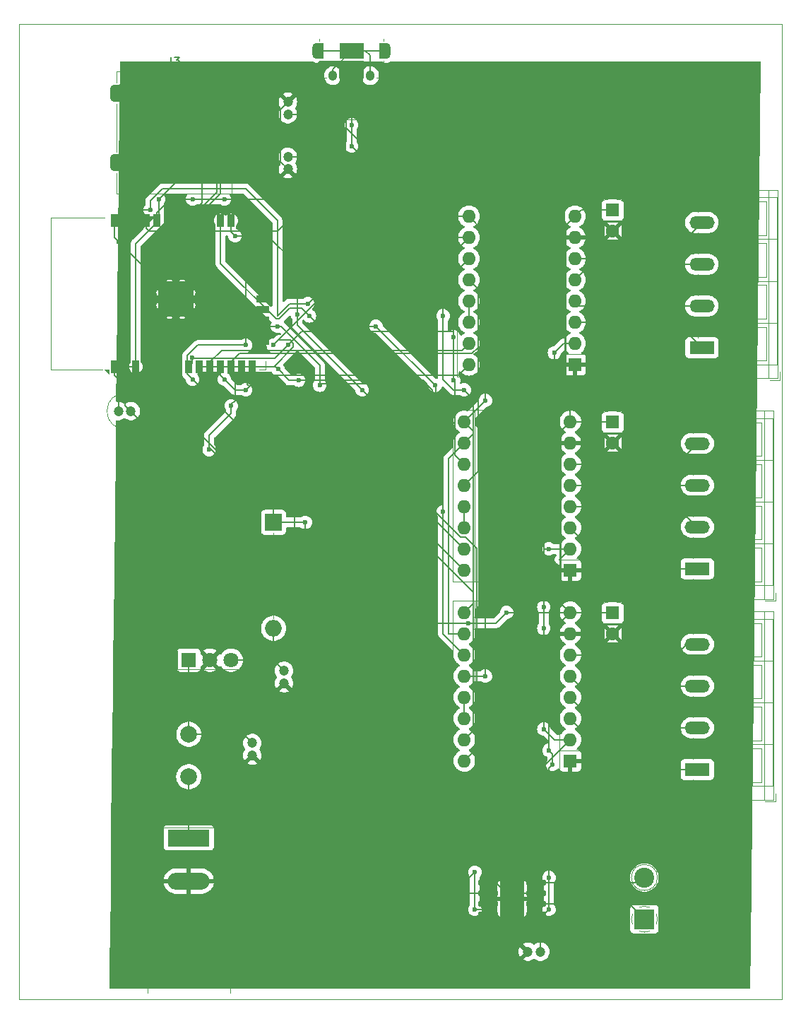
<source format=gto>
%TF.GenerationSoftware,KiCad,Pcbnew,8.0.3*%
%TF.CreationDate,2024-11-24T23:14:39-08:00*%
%TF.ProjectId,esp32cnc,65737033-3263-46e6-932e-6b696361645f,2*%
%TF.SameCoordinates,Original*%
%TF.FileFunction,Legend,Top*%
%TF.FilePolarity,Positive*%
%FSLAX46Y46*%
G04 Gerber Fmt 4.6, Leading zero omitted, Abs format (unit mm)*
G04 Created by KiCad (PCBNEW 8.0.3) date 2024-11-24 23:14:39*
%MOMM*%
%LPD*%
G01*
G04 APERTURE LIST*
G04 Aperture macros list*
%AMRoundRect*
0 Rectangle with rounded corners*
0 $1 Rounding radius*
0 $2 $3 $4 $5 $6 $7 $8 $9 X,Y pos of 4 corners*
0 Add a 4 corners polygon primitive as box body*
4,1,4,$2,$3,$4,$5,$6,$7,$8,$9,$2,$3,0*
0 Add four circle primitives for the rounded corners*
1,1,$1+$1,$2,$3*
1,1,$1+$1,$4,$5*
1,1,$1+$1,$6,$7*
1,1,$1+$1,$8,$9*
0 Add four rect primitives between the rounded corners*
20,1,$1+$1,$2,$3,$4,$5,0*
20,1,$1+$1,$4,$5,$6,$7,0*
20,1,$1+$1,$6,$7,$8,$9,0*
20,1,$1+$1,$8,$9,$2,$3,0*%
G04 Aperture macros list end*
%ADD10C,0.100000*%
%ADD11C,0.150000*%
%ADD12C,0.120000*%
%ADD13O,5.020000X2.020000*%
%ADD14R,5.020000X2.020000*%
%ADD15R,0.400000X1.350000*%
%ADD16O,1.000000X1.900000*%
%ADD17R,0.875000X1.900000*%
%ADD18O,1.050000X1.250000*%
%ADD19R,2.900000X1.900000*%
%ADD20R,3.000000X1.500000*%
%ADD21O,3.000000X1.500000*%
%ADD22R,1.600000X1.600000*%
%ADD23O,1.600000X1.600000*%
%ADD24C,1.200000*%
%ADD25C,1.600000*%
%ADD26R,0.900000X1.500000*%
%ADD27R,1.500000X0.900000*%
%ADD28C,0.600000*%
%ADD29R,4.200000X4.200000*%
%ADD30RoundRect,0.150000X0.825000X0.150000X-0.825000X0.150000X-0.825000X-0.150000X0.825000X-0.150000X0*%
%ADD31R,2.400000X3.100000*%
%ADD32RoundRect,0.070000X-1.100000X-0.250000X1.100000X-0.250000X1.100000X0.250000X-1.100000X0.250000X0*%
%ADD33C,0.770000*%
%ADD34C,2.000000*%
%ADD35R,2.400000X2.400000*%
%ADD36C,2.400000*%
%ADD37R,0.800000X1.500000*%
%ADD38RoundRect,0.362500X-0.362500X-0.637500X0.362500X-0.637500X0.362500X0.637500X-0.362500X0.637500X0*%
%ADD39R,1.800000X1.800000*%
%ADD40C,1.800000*%
%ADD41R,2.000000X2.000000*%
%ADD42O,2.000000X2.000000*%
%TA.AperFunction,ComponentPad*%
%ADD43O,5.020000X2.020000*%
%TD*%
%TA.AperFunction,ComponentPad*%
%ADD44R,5.020000X2.020000*%
%TD*%
%TA.AperFunction,ComponentPad*%
%ADD45O,1.000000X1.900000*%
%TD*%
%TA.AperFunction,ComponentPad*%
%ADD46O,1.050000X1.250000*%
%TD*%
%TA.AperFunction,ComponentPad*%
%ADD47R,3.000000X1.500000*%
%TD*%
%TA.AperFunction,ComponentPad*%
%ADD48O,3.000000X1.500000*%
%TD*%
%TA.AperFunction,ComponentPad*%
%ADD49R,1.600000X1.600000*%
%TD*%
%TA.AperFunction,ComponentPad*%
%ADD50O,1.600000X1.600000*%
%TD*%
%TA.AperFunction,ComponentPad*%
%ADD51C,1.200000*%
%TD*%
%TA.AperFunction,ComponentPad*%
%ADD52C,1.600000*%
%TD*%
%TA.AperFunction,HeatsinkPad*%
%ADD53C,0.600000*%
%TD*%
%TA.AperFunction,ComponentPad*%
%ADD54C,0.630000*%
%TD*%
%TA.AperFunction,SMDPad,CuDef*%
%ADD55R,2.600000X3.300000*%
%TD*%
%TA.AperFunction,ComponentPad*%
%ADD56C,2.000000*%
%TD*%
%TA.AperFunction,ComponentPad*%
%ADD57R,2.400000X2.400000*%
%TD*%
%TA.AperFunction,ComponentPad*%
%ADD58C,2.400000*%
%TD*%
%TA.AperFunction,ComponentPad*%
%ADD59R,1.800000X1.800000*%
%TD*%
%TA.AperFunction,ComponentPad*%
%ADD60C,1.800000*%
%TD*%
%TA.AperFunction,ComponentPad*%
%ADD61R,2.000000X2.000000*%
%TD*%
%TA.AperFunction,ComponentPad*%
%ADD62O,2.000000X2.000000*%
%TD*%
%TA.AperFunction,ViaPad*%
%ADD63C,0.600000*%
%TD*%
%TA.AperFunction,Conductor*%
%ADD64C,0.200000*%
%TD*%
%TA.AperFunction,SMDPad,CuDef*%
%ADD65R,0.400000X1.350000*%
%TD*%
%TA.AperFunction,SMDPad,CuDef*%
%ADD66R,0.875000X1.900000*%
%TD*%
%TA.AperFunction,SMDPad,CuDef*%
%ADD67R,2.900000X1.900000*%
%TD*%
%TA.AperFunction,SMDPad,CuDef*%
%ADD68R,0.900000X1.500000*%
%TD*%
%TA.AperFunction,SMDPad,CuDef*%
%ADD69R,1.500000X0.900000*%
%TD*%
%TA.AperFunction,SMDPad,CuDef*%
%ADD70R,1.050000X1.050000*%
%TD*%
%TA.AperFunction,SMDPad,CuDef*%
%ADD71R,4.200000X4.200000*%
%TD*%
%TA.AperFunction,SMDPad,CuDef*%
%ADD72RoundRect,0.150000X0.825000X0.150000X-0.825000X0.150000X-0.825000X-0.150000X0.825000X-0.150000X0*%
%TD*%
%TA.AperFunction,SMDPad,CuDef*%
%ADD73R,2.200000X0.500000*%
%TD*%
%TA.AperFunction,SMDPad,CuDef*%
%ADD74R,2.950000X4.900000*%
%TD*%
%TA.AperFunction,SMDPad,CuDef*%
%ADD75R,0.800000X1.500000*%
%TD*%
%TA.AperFunction,SMDPad,CuDef*%
%ADD76RoundRect,0.362500X-0.362500X-0.637500X0.362500X-0.637500X0.362500X0.637500X-0.362500X0.637500X0*%
%TD*%
%ADD77R,0.300000X0.850000*%
%ADD78R,1.050000X1.050000*%
%ADD79R,2.200000X0.500000*%
%TA.AperFunction,Profile*%
%ADD80C,0.050000*%
%TD*%
G04 APERTURE END LIST*
D10*
X166673884Y-38902475D02*
X166673884Y-37902475D01*
X166673884Y-37902475D02*
X166911979Y-37902475D01*
X166911979Y-37902475D02*
X167054836Y-37950094D01*
X167054836Y-37950094D02*
X167150074Y-38045332D01*
X167150074Y-38045332D02*
X167197693Y-38140570D01*
X167197693Y-38140570D02*
X167245312Y-38331046D01*
X167245312Y-38331046D02*
X167245312Y-38473903D01*
X167245312Y-38473903D02*
X167197693Y-38664379D01*
X167197693Y-38664379D02*
X167150074Y-38759617D01*
X167150074Y-38759617D02*
X167054836Y-38854856D01*
X167054836Y-38854856D02*
X166911979Y-38902475D01*
X166911979Y-38902475D02*
X166673884Y-38902475D01*
X168054836Y-38854856D02*
X167959598Y-38902475D01*
X167959598Y-38902475D02*
X167769122Y-38902475D01*
X167769122Y-38902475D02*
X167673884Y-38854856D01*
X167673884Y-38854856D02*
X167626265Y-38759617D01*
X167626265Y-38759617D02*
X167626265Y-38378665D01*
X167626265Y-38378665D02*
X167673884Y-38283427D01*
X167673884Y-38283427D02*
X167769122Y-38235808D01*
X167769122Y-38235808D02*
X167959598Y-38235808D01*
X167959598Y-38235808D02*
X168054836Y-38283427D01*
X168054836Y-38283427D02*
X168102455Y-38378665D01*
X168102455Y-38378665D02*
X168102455Y-38473903D01*
X168102455Y-38473903D02*
X167626265Y-38569141D01*
X168483408Y-38854856D02*
X168578646Y-38902475D01*
X168578646Y-38902475D02*
X168769122Y-38902475D01*
X168769122Y-38902475D02*
X168864360Y-38854856D01*
X168864360Y-38854856D02*
X168911979Y-38759617D01*
X168911979Y-38759617D02*
X168911979Y-38711998D01*
X168911979Y-38711998D02*
X168864360Y-38616760D01*
X168864360Y-38616760D02*
X168769122Y-38569141D01*
X168769122Y-38569141D02*
X168626265Y-38569141D01*
X168626265Y-38569141D02*
X168531027Y-38521522D01*
X168531027Y-38521522D02*
X168483408Y-38426284D01*
X168483408Y-38426284D02*
X168483408Y-38378665D01*
X168483408Y-38378665D02*
X168531027Y-38283427D01*
X168531027Y-38283427D02*
X168626265Y-38235808D01*
X168626265Y-38235808D02*
X168769122Y-38235808D01*
X168769122Y-38235808D02*
X168864360Y-38283427D01*
X169340551Y-38902475D02*
X169340551Y-37902475D01*
X169435789Y-38521522D02*
X169721503Y-38902475D01*
X169721503Y-38235808D02*
X169340551Y-38616760D01*
X170007218Y-38235808D02*
X170388170Y-38235808D01*
X170150075Y-37902475D02*
X170150075Y-38759617D01*
X170150075Y-38759617D02*
X170197694Y-38854856D01*
X170197694Y-38854856D02*
X170292932Y-38902475D01*
X170292932Y-38902475D02*
X170388170Y-38902475D01*
X170864361Y-38902475D02*
X170769123Y-38854856D01*
X170769123Y-38854856D02*
X170721504Y-38807236D01*
X170721504Y-38807236D02*
X170673885Y-38711998D01*
X170673885Y-38711998D02*
X170673885Y-38426284D01*
X170673885Y-38426284D02*
X170721504Y-38331046D01*
X170721504Y-38331046D02*
X170769123Y-38283427D01*
X170769123Y-38283427D02*
X170864361Y-38235808D01*
X170864361Y-38235808D02*
X171007218Y-38235808D01*
X171007218Y-38235808D02*
X171102456Y-38283427D01*
X171102456Y-38283427D02*
X171150075Y-38331046D01*
X171150075Y-38331046D02*
X171197694Y-38426284D01*
X171197694Y-38426284D02*
X171197694Y-38711998D01*
X171197694Y-38711998D02*
X171150075Y-38807236D01*
X171150075Y-38807236D02*
X171102456Y-38854856D01*
X171102456Y-38854856D02*
X171007218Y-38902475D01*
X171007218Y-38902475D02*
X170864361Y-38902475D01*
X171626266Y-38235808D02*
X171626266Y-39235808D01*
X171626266Y-38283427D02*
X171721504Y-38235808D01*
X171721504Y-38235808D02*
X171911980Y-38235808D01*
X171911980Y-38235808D02*
X172007218Y-38283427D01*
X172007218Y-38283427D02*
X172054837Y-38331046D01*
X172054837Y-38331046D02*
X172102456Y-38426284D01*
X172102456Y-38426284D02*
X172102456Y-38711998D01*
X172102456Y-38711998D02*
X172054837Y-38807236D01*
X172054837Y-38807236D02*
X172007218Y-38854856D01*
X172007218Y-38854856D02*
X171911980Y-38902475D01*
X171911980Y-38902475D02*
X171721504Y-38902475D01*
X171721504Y-38902475D02*
X171626266Y-38854856D01*
X173292933Y-38902475D02*
X173292933Y-37902475D01*
X173292933Y-37902475D02*
X173626266Y-38616760D01*
X173626266Y-38616760D02*
X173959599Y-37902475D01*
X173959599Y-37902475D02*
X173959599Y-38902475D01*
X174435790Y-38902475D02*
X174435790Y-38235808D01*
X174435790Y-37902475D02*
X174388171Y-37950094D01*
X174388171Y-37950094D02*
X174435790Y-37997713D01*
X174435790Y-37997713D02*
X174483409Y-37950094D01*
X174483409Y-37950094D02*
X174435790Y-37902475D01*
X174435790Y-37902475D02*
X174435790Y-37997713D01*
X175054837Y-38902475D02*
X174959599Y-38854856D01*
X174959599Y-38854856D02*
X174911980Y-38759617D01*
X174911980Y-38759617D02*
X174911980Y-37902475D01*
X175578647Y-38902475D02*
X175483409Y-38854856D01*
X175483409Y-38854856D02*
X175435790Y-38759617D01*
X175435790Y-38759617D02*
X175435790Y-37902475D01*
X177292933Y-38807236D02*
X177245314Y-38854856D01*
X177245314Y-38854856D02*
X177102457Y-38902475D01*
X177102457Y-38902475D02*
X177007219Y-38902475D01*
X177007219Y-38902475D02*
X176864362Y-38854856D01*
X176864362Y-38854856D02*
X176769124Y-38759617D01*
X176769124Y-38759617D02*
X176721505Y-38664379D01*
X176721505Y-38664379D02*
X176673886Y-38473903D01*
X176673886Y-38473903D02*
X176673886Y-38331046D01*
X176673886Y-38331046D02*
X176721505Y-38140570D01*
X176721505Y-38140570D02*
X176769124Y-38045332D01*
X176769124Y-38045332D02*
X176864362Y-37950094D01*
X176864362Y-37950094D02*
X177007219Y-37902475D01*
X177007219Y-37902475D02*
X177102457Y-37902475D01*
X177102457Y-37902475D02*
X177245314Y-37950094D01*
X177245314Y-37950094D02*
X177292933Y-37997713D01*
X178150076Y-38902475D02*
X178150076Y-38378665D01*
X178150076Y-38378665D02*
X178102457Y-38283427D01*
X178102457Y-38283427D02*
X178007219Y-38235808D01*
X178007219Y-38235808D02*
X177816743Y-38235808D01*
X177816743Y-38235808D02*
X177721505Y-38283427D01*
X178150076Y-38854856D02*
X178054838Y-38902475D01*
X178054838Y-38902475D02*
X177816743Y-38902475D01*
X177816743Y-38902475D02*
X177721505Y-38854856D01*
X177721505Y-38854856D02*
X177673886Y-38759617D01*
X177673886Y-38759617D02*
X177673886Y-38664379D01*
X177673886Y-38664379D02*
X177721505Y-38569141D01*
X177721505Y-38569141D02*
X177816743Y-38521522D01*
X177816743Y-38521522D02*
X178054838Y-38521522D01*
X178054838Y-38521522D02*
X178150076Y-38473903D01*
X178626267Y-38902475D02*
X178626267Y-38235808D01*
X178626267Y-38426284D02*
X178673886Y-38331046D01*
X178673886Y-38331046D02*
X178721505Y-38283427D01*
X178721505Y-38283427D02*
X178816743Y-38235808D01*
X178816743Y-38235808D02*
X178911981Y-38235808D01*
X179245315Y-38902475D02*
X179245315Y-38235808D01*
X179245315Y-38426284D02*
X179292934Y-38331046D01*
X179292934Y-38331046D02*
X179340553Y-38283427D01*
X179340553Y-38283427D02*
X179435791Y-38235808D01*
X179435791Y-38235808D02*
X179531029Y-38235808D01*
X179864363Y-38902475D02*
X179864363Y-38235808D01*
X179864363Y-37902475D02*
X179816744Y-37950094D01*
X179816744Y-37950094D02*
X179864363Y-37997713D01*
X179864363Y-37997713D02*
X179911982Y-37950094D01*
X179911982Y-37950094D02*
X179864363Y-37902475D01*
X179864363Y-37902475D02*
X179864363Y-37997713D01*
X180721505Y-38854856D02*
X180626267Y-38902475D01*
X180626267Y-38902475D02*
X180435791Y-38902475D01*
X180435791Y-38902475D02*
X180340553Y-38854856D01*
X180340553Y-38854856D02*
X180292934Y-38759617D01*
X180292934Y-38759617D02*
X180292934Y-38378665D01*
X180292934Y-38378665D02*
X180340553Y-38283427D01*
X180340553Y-38283427D02*
X180435791Y-38235808D01*
X180435791Y-38235808D02*
X180626267Y-38235808D01*
X180626267Y-38235808D02*
X180721505Y-38283427D01*
X180721505Y-38283427D02*
X180769124Y-38378665D01*
X180769124Y-38378665D02*
X180769124Y-38473903D01*
X180769124Y-38473903D02*
X180292934Y-38569141D01*
X181197696Y-38902475D02*
X181197696Y-38235808D01*
X181197696Y-38426284D02*
X181245315Y-38331046D01*
X181245315Y-38331046D02*
X181292934Y-38283427D01*
X181292934Y-38283427D02*
X181388172Y-38235808D01*
X181388172Y-38235808D02*
X181483410Y-38235808D01*
X182911982Y-38378665D02*
X183054839Y-38426284D01*
X183054839Y-38426284D02*
X183102458Y-38473903D01*
X183102458Y-38473903D02*
X183150077Y-38569141D01*
X183150077Y-38569141D02*
X183150077Y-38711998D01*
X183150077Y-38711998D02*
X183102458Y-38807236D01*
X183102458Y-38807236D02*
X183054839Y-38854856D01*
X183054839Y-38854856D02*
X182959601Y-38902475D01*
X182959601Y-38902475D02*
X182578649Y-38902475D01*
X182578649Y-38902475D02*
X182578649Y-37902475D01*
X182578649Y-37902475D02*
X182911982Y-37902475D01*
X182911982Y-37902475D02*
X183007220Y-37950094D01*
X183007220Y-37950094D02*
X183054839Y-37997713D01*
X183054839Y-37997713D02*
X183102458Y-38092951D01*
X183102458Y-38092951D02*
X183102458Y-38188189D01*
X183102458Y-38188189D02*
X183054839Y-38283427D01*
X183054839Y-38283427D02*
X183007220Y-38331046D01*
X183007220Y-38331046D02*
X182911982Y-38378665D01*
X182911982Y-38378665D02*
X182578649Y-38378665D01*
X183721506Y-38902475D02*
X183626268Y-38854856D01*
X183626268Y-38854856D02*
X183578649Y-38807236D01*
X183578649Y-38807236D02*
X183531030Y-38711998D01*
X183531030Y-38711998D02*
X183531030Y-38426284D01*
X183531030Y-38426284D02*
X183578649Y-38331046D01*
X183578649Y-38331046D02*
X183626268Y-38283427D01*
X183626268Y-38283427D02*
X183721506Y-38235808D01*
X183721506Y-38235808D02*
X183864363Y-38235808D01*
X183864363Y-38235808D02*
X183959601Y-38283427D01*
X183959601Y-38283427D02*
X184007220Y-38331046D01*
X184007220Y-38331046D02*
X184054839Y-38426284D01*
X184054839Y-38426284D02*
X184054839Y-38711998D01*
X184054839Y-38711998D02*
X184007220Y-38807236D01*
X184007220Y-38807236D02*
X183959601Y-38854856D01*
X183959601Y-38854856D02*
X183864363Y-38902475D01*
X183864363Y-38902475D02*
X183721506Y-38902475D01*
X184911982Y-38902475D02*
X184911982Y-38378665D01*
X184911982Y-38378665D02*
X184864363Y-38283427D01*
X184864363Y-38283427D02*
X184769125Y-38235808D01*
X184769125Y-38235808D02*
X184578649Y-38235808D01*
X184578649Y-38235808D02*
X184483411Y-38283427D01*
X184911982Y-38854856D02*
X184816744Y-38902475D01*
X184816744Y-38902475D02*
X184578649Y-38902475D01*
X184578649Y-38902475D02*
X184483411Y-38854856D01*
X184483411Y-38854856D02*
X184435792Y-38759617D01*
X184435792Y-38759617D02*
X184435792Y-38664379D01*
X184435792Y-38664379D02*
X184483411Y-38569141D01*
X184483411Y-38569141D02*
X184578649Y-38521522D01*
X184578649Y-38521522D02*
X184816744Y-38521522D01*
X184816744Y-38521522D02*
X184911982Y-38473903D01*
X185388173Y-38902475D02*
X185388173Y-38235808D01*
X185388173Y-38426284D02*
X185435792Y-38331046D01*
X185435792Y-38331046D02*
X185483411Y-38283427D01*
X185483411Y-38283427D02*
X185578649Y-38235808D01*
X185578649Y-38235808D02*
X185673887Y-38235808D01*
X186435792Y-38902475D02*
X186435792Y-37902475D01*
X186435792Y-38854856D02*
X186340554Y-38902475D01*
X186340554Y-38902475D02*
X186150078Y-38902475D01*
X186150078Y-38902475D02*
X186054840Y-38854856D01*
X186054840Y-38854856D02*
X186007221Y-38807236D01*
X186007221Y-38807236D02*
X185959602Y-38711998D01*
X185959602Y-38711998D02*
X185959602Y-38426284D01*
X185959602Y-38426284D02*
X186007221Y-38331046D01*
X186007221Y-38331046D02*
X186054840Y-38283427D01*
X186054840Y-38283427D02*
X186150078Y-38235808D01*
X186150078Y-38235808D02*
X186340554Y-38235808D01*
X186340554Y-38235808D02*
X186435792Y-38283427D01*
X167102455Y-39845752D02*
X167102455Y-40655276D01*
X167102455Y-40655276D02*
X167054836Y-40750514D01*
X167054836Y-40750514D02*
X167007217Y-40798133D01*
X167007217Y-40798133D02*
X166911979Y-40845752D01*
X166911979Y-40845752D02*
X166769122Y-40845752D01*
X166769122Y-40845752D02*
X166673884Y-40798133D01*
X167102455Y-40464800D02*
X167007217Y-40512419D01*
X167007217Y-40512419D02*
X166816741Y-40512419D01*
X166816741Y-40512419D02*
X166721503Y-40464800D01*
X166721503Y-40464800D02*
X166673884Y-40417180D01*
X166673884Y-40417180D02*
X166626265Y-40321942D01*
X166626265Y-40321942D02*
X166626265Y-40036228D01*
X166626265Y-40036228D02*
X166673884Y-39940990D01*
X166673884Y-39940990D02*
X166721503Y-39893371D01*
X166721503Y-39893371D02*
X166816741Y-39845752D01*
X166816741Y-39845752D02*
X167007217Y-39845752D01*
X167007217Y-39845752D02*
X167102455Y-39893371D01*
X167578646Y-40512419D02*
X167578646Y-39845752D01*
X167578646Y-39512419D02*
X167531027Y-39560038D01*
X167531027Y-39560038D02*
X167578646Y-39607657D01*
X167578646Y-39607657D02*
X167626265Y-39560038D01*
X167626265Y-39560038D02*
X167578646Y-39512419D01*
X167578646Y-39512419D02*
X167578646Y-39607657D01*
X167911979Y-39845752D02*
X168292931Y-39845752D01*
X168054836Y-39512419D02*
X168054836Y-40369561D01*
X168054836Y-40369561D02*
X168102455Y-40464800D01*
X168102455Y-40464800D02*
X168197693Y-40512419D01*
X168197693Y-40512419D02*
X168292931Y-40512419D01*
X168626265Y-40512419D02*
X168626265Y-39512419D01*
X169054836Y-40512419D02*
X169054836Y-39988609D01*
X169054836Y-39988609D02*
X169007217Y-39893371D01*
X169007217Y-39893371D02*
X168911979Y-39845752D01*
X168911979Y-39845752D02*
X168769122Y-39845752D01*
X168769122Y-39845752D02*
X168673884Y-39893371D01*
X168673884Y-39893371D02*
X168626265Y-39940990D01*
X169959598Y-39845752D02*
X169959598Y-40512419D01*
X169531027Y-39845752D02*
X169531027Y-40369561D01*
X169531027Y-40369561D02*
X169578646Y-40464800D01*
X169578646Y-40464800D02*
X169673884Y-40512419D01*
X169673884Y-40512419D02*
X169816741Y-40512419D01*
X169816741Y-40512419D02*
X169911979Y-40464800D01*
X169911979Y-40464800D02*
X169959598Y-40417180D01*
X170435789Y-40512419D02*
X170435789Y-39512419D01*
X170435789Y-39893371D02*
X170531027Y-39845752D01*
X170531027Y-39845752D02*
X170721503Y-39845752D01*
X170721503Y-39845752D02*
X170816741Y-39893371D01*
X170816741Y-39893371D02*
X170864360Y-39940990D01*
X170864360Y-39940990D02*
X170911979Y-40036228D01*
X170911979Y-40036228D02*
X170911979Y-40321942D01*
X170911979Y-40321942D02*
X170864360Y-40417180D01*
X170864360Y-40417180D02*
X170816741Y-40464800D01*
X170816741Y-40464800D02*
X170721503Y-40512419D01*
X170721503Y-40512419D02*
X170531027Y-40512419D01*
X170531027Y-40512419D02*
X170435789Y-40464800D01*
X171340551Y-40417180D02*
X171388170Y-40464800D01*
X171388170Y-40464800D02*
X171340551Y-40512419D01*
X171340551Y-40512419D02*
X171292932Y-40464800D01*
X171292932Y-40464800D02*
X171340551Y-40417180D01*
X171340551Y-40417180D02*
X171340551Y-40512419D01*
X172245312Y-40464800D02*
X172150074Y-40512419D01*
X172150074Y-40512419D02*
X171959598Y-40512419D01*
X171959598Y-40512419D02*
X171864360Y-40464800D01*
X171864360Y-40464800D02*
X171816741Y-40417180D01*
X171816741Y-40417180D02*
X171769122Y-40321942D01*
X171769122Y-40321942D02*
X171769122Y-40036228D01*
X171769122Y-40036228D02*
X171816741Y-39940990D01*
X171816741Y-39940990D02*
X171864360Y-39893371D01*
X171864360Y-39893371D02*
X171959598Y-39845752D01*
X171959598Y-39845752D02*
X172150074Y-39845752D01*
X172150074Y-39845752D02*
X172245312Y-39893371D01*
X172816741Y-40512419D02*
X172721503Y-40464800D01*
X172721503Y-40464800D02*
X172673884Y-40417180D01*
X172673884Y-40417180D02*
X172626265Y-40321942D01*
X172626265Y-40321942D02*
X172626265Y-40036228D01*
X172626265Y-40036228D02*
X172673884Y-39940990D01*
X172673884Y-39940990D02*
X172721503Y-39893371D01*
X172721503Y-39893371D02*
X172816741Y-39845752D01*
X172816741Y-39845752D02*
X172959598Y-39845752D01*
X172959598Y-39845752D02*
X173054836Y-39893371D01*
X173054836Y-39893371D02*
X173102455Y-39940990D01*
X173102455Y-39940990D02*
X173150074Y-40036228D01*
X173150074Y-40036228D02*
X173150074Y-40321942D01*
X173150074Y-40321942D02*
X173102455Y-40417180D01*
X173102455Y-40417180D02*
X173054836Y-40464800D01*
X173054836Y-40464800D02*
X172959598Y-40512419D01*
X172959598Y-40512419D02*
X172816741Y-40512419D01*
X173578646Y-40512419D02*
X173578646Y-39845752D01*
X173578646Y-39940990D02*
X173626265Y-39893371D01*
X173626265Y-39893371D02*
X173721503Y-39845752D01*
X173721503Y-39845752D02*
X173864360Y-39845752D01*
X173864360Y-39845752D02*
X173959598Y-39893371D01*
X173959598Y-39893371D02*
X174007217Y-39988609D01*
X174007217Y-39988609D02*
X174007217Y-40512419D01*
X174007217Y-39988609D02*
X174054836Y-39893371D01*
X174054836Y-39893371D02*
X174150074Y-39845752D01*
X174150074Y-39845752D02*
X174292931Y-39845752D01*
X174292931Y-39845752D02*
X174388170Y-39893371D01*
X174388170Y-39893371D02*
X174435789Y-39988609D01*
X174435789Y-39988609D02*
X174435789Y-40512419D01*
X175626264Y-39464800D02*
X174769122Y-40750514D01*
X175959598Y-40512419D02*
X175959598Y-39512419D01*
X175959598Y-39512419D02*
X176340550Y-39512419D01*
X176340550Y-39512419D02*
X176435788Y-39560038D01*
X176435788Y-39560038D02*
X176483407Y-39607657D01*
X176483407Y-39607657D02*
X176531026Y-39702895D01*
X176531026Y-39702895D02*
X176531026Y-39845752D01*
X176531026Y-39845752D02*
X176483407Y-39940990D01*
X176483407Y-39940990D02*
X176435788Y-39988609D01*
X176435788Y-39988609D02*
X176340550Y-40036228D01*
X176340550Y-40036228D02*
X175959598Y-40036228D01*
X177340550Y-40464800D02*
X177245312Y-40512419D01*
X177245312Y-40512419D02*
X177054836Y-40512419D01*
X177054836Y-40512419D02*
X176959598Y-40464800D01*
X176959598Y-40464800D02*
X176911979Y-40369561D01*
X176911979Y-40369561D02*
X176911979Y-39988609D01*
X176911979Y-39988609D02*
X176959598Y-39893371D01*
X176959598Y-39893371D02*
X177054836Y-39845752D01*
X177054836Y-39845752D02*
X177245312Y-39845752D01*
X177245312Y-39845752D02*
X177340550Y-39893371D01*
X177340550Y-39893371D02*
X177388169Y-39988609D01*
X177388169Y-39988609D02*
X177388169Y-40083847D01*
X177388169Y-40083847D02*
X176911979Y-40179085D01*
X177816741Y-39845752D02*
X177816741Y-40512419D01*
X177816741Y-39940990D02*
X177864360Y-39893371D01*
X177864360Y-39893371D02*
X177959598Y-39845752D01*
X177959598Y-39845752D02*
X178102455Y-39845752D01*
X178102455Y-39845752D02*
X178197693Y-39893371D01*
X178197693Y-39893371D02*
X178245312Y-39988609D01*
X178245312Y-39988609D02*
X178245312Y-40512419D01*
X179150074Y-39845752D02*
X179150074Y-40655276D01*
X179150074Y-40655276D02*
X179102455Y-40750514D01*
X179102455Y-40750514D02*
X179054836Y-40798133D01*
X179054836Y-40798133D02*
X178959598Y-40845752D01*
X178959598Y-40845752D02*
X178816741Y-40845752D01*
X178816741Y-40845752D02*
X178721503Y-40798133D01*
X179150074Y-40464800D02*
X179054836Y-40512419D01*
X179054836Y-40512419D02*
X178864360Y-40512419D01*
X178864360Y-40512419D02*
X178769122Y-40464800D01*
X178769122Y-40464800D02*
X178721503Y-40417180D01*
X178721503Y-40417180D02*
X178673884Y-40321942D01*
X178673884Y-40321942D02*
X178673884Y-40036228D01*
X178673884Y-40036228D02*
X178721503Y-39940990D01*
X178721503Y-39940990D02*
X178769122Y-39893371D01*
X178769122Y-39893371D02*
X178864360Y-39845752D01*
X178864360Y-39845752D02*
X179054836Y-39845752D01*
X179054836Y-39845752D02*
X179150074Y-39893371D01*
X180054836Y-40512419D02*
X180054836Y-39988609D01*
X180054836Y-39988609D02*
X180007217Y-39893371D01*
X180007217Y-39893371D02*
X179911979Y-39845752D01*
X179911979Y-39845752D02*
X179721503Y-39845752D01*
X179721503Y-39845752D02*
X179626265Y-39893371D01*
X180054836Y-40464800D02*
X179959598Y-40512419D01*
X179959598Y-40512419D02*
X179721503Y-40512419D01*
X179721503Y-40512419D02*
X179626265Y-40464800D01*
X179626265Y-40464800D02*
X179578646Y-40369561D01*
X179578646Y-40369561D02*
X179578646Y-40274323D01*
X179578646Y-40274323D02*
X179626265Y-40179085D01*
X179626265Y-40179085D02*
X179721503Y-40131466D01*
X179721503Y-40131466D02*
X179959598Y-40131466D01*
X179959598Y-40131466D02*
X180054836Y-40083847D01*
X180673884Y-40512419D02*
X180578646Y-40464800D01*
X180578646Y-40464800D02*
X180531027Y-40369561D01*
X180531027Y-40369561D02*
X180531027Y-39512419D01*
X181483408Y-39845752D02*
X181483408Y-40512419D01*
X181054837Y-39845752D02*
X181054837Y-40369561D01*
X181054837Y-40369561D02*
X181102456Y-40464800D01*
X181102456Y-40464800D02*
X181197694Y-40512419D01*
X181197694Y-40512419D02*
X181340551Y-40512419D01*
X181340551Y-40512419D02*
X181435789Y-40464800D01*
X181435789Y-40464800D02*
X181483408Y-40417180D01*
D11*
X114374819Y-134023333D02*
X115089104Y-134023333D01*
X115089104Y-134023333D02*
X115231961Y-134070952D01*
X115231961Y-134070952D02*
X115327200Y-134166190D01*
X115327200Y-134166190D02*
X115374819Y-134309047D01*
X115374819Y-134309047D02*
X115374819Y-134404285D01*
X115374819Y-133023333D02*
X115374819Y-133594761D01*
X115374819Y-133309047D02*
X114374819Y-133309047D01*
X114374819Y-133309047D02*
X114517676Y-133404285D01*
X114517676Y-133404285D02*
X114612914Y-133499523D01*
X114612914Y-133499523D02*
X114660533Y-133594761D01*
X141086666Y-32829819D02*
X141086666Y-33544104D01*
X141086666Y-33544104D02*
X141039047Y-33686961D01*
X141039047Y-33686961D02*
X140943809Y-33782200D01*
X140943809Y-33782200D02*
X140800952Y-33829819D01*
X140800952Y-33829819D02*
X140705714Y-33829819D01*
X141515238Y-32925057D02*
X141562857Y-32877438D01*
X141562857Y-32877438D02*
X141658095Y-32829819D01*
X141658095Y-32829819D02*
X141896190Y-32829819D01*
X141896190Y-32829819D02*
X141991428Y-32877438D01*
X141991428Y-32877438D02*
X142039047Y-32925057D01*
X142039047Y-32925057D02*
X142086666Y-33020295D01*
X142086666Y-33020295D02*
X142086666Y-33115533D01*
X142086666Y-33115533D02*
X142039047Y-33258390D01*
X142039047Y-33258390D02*
X141467619Y-33829819D01*
X141467619Y-33829819D02*
X142086666Y-33829819D01*
X176214819Y-107378333D02*
X176929104Y-107378333D01*
X176929104Y-107378333D02*
X177071961Y-107425952D01*
X177071961Y-107425952D02*
X177167200Y-107521190D01*
X177167200Y-107521190D02*
X177214819Y-107664047D01*
X177214819Y-107664047D02*
X177214819Y-107759285D01*
X176214819Y-106473571D02*
X176214819Y-106664047D01*
X176214819Y-106664047D02*
X176262438Y-106759285D01*
X176262438Y-106759285D02*
X176310057Y-106806904D01*
X176310057Y-106806904D02*
X176452914Y-106902142D01*
X176452914Y-106902142D02*
X176643390Y-106949761D01*
X176643390Y-106949761D02*
X177024342Y-106949761D01*
X177024342Y-106949761D02*
X177119580Y-106902142D01*
X177119580Y-106902142D02*
X177167200Y-106854523D01*
X177167200Y-106854523D02*
X177214819Y-106759285D01*
X177214819Y-106759285D02*
X177214819Y-106568809D01*
X177214819Y-106568809D02*
X177167200Y-106473571D01*
X177167200Y-106473571D02*
X177119580Y-106425952D01*
X177119580Y-106425952D02*
X177024342Y-106378333D01*
X177024342Y-106378333D02*
X176786247Y-106378333D01*
X176786247Y-106378333D02*
X176691009Y-106425952D01*
X176691009Y-106425952D02*
X176643390Y-106473571D01*
X176643390Y-106473571D02*
X176595771Y-106568809D01*
X176595771Y-106568809D02*
X176595771Y-106759285D01*
X176595771Y-106759285D02*
X176643390Y-106854523D01*
X176643390Y-106854523D02*
X176691009Y-106902142D01*
X176691009Y-106902142D02*
X176786247Y-106949761D01*
X160575714Y-93514104D02*
X161051904Y-93514104D01*
X160480476Y-93799819D02*
X160813809Y-92799819D01*
X160813809Y-92799819D02*
X161147142Y-93799819D01*
X162004285Y-93799819D02*
X161432857Y-93799819D01*
X161718571Y-93799819D02*
X161718571Y-92799819D01*
X161718571Y-92799819D02*
X161623333Y-92942676D01*
X161623333Y-92942676D02*
X161528095Y-93037914D01*
X161528095Y-93037914D02*
X161432857Y-93085533D01*
X163143333Y-133634580D02*
X163095714Y-133682200D01*
X163095714Y-133682200D02*
X162952857Y-133729819D01*
X162952857Y-133729819D02*
X162857619Y-133729819D01*
X162857619Y-133729819D02*
X162714762Y-133682200D01*
X162714762Y-133682200D02*
X162619524Y-133586961D01*
X162619524Y-133586961D02*
X162571905Y-133491723D01*
X162571905Y-133491723D02*
X162524286Y-133301247D01*
X162524286Y-133301247D02*
X162524286Y-133158390D01*
X162524286Y-133158390D02*
X162571905Y-132967914D01*
X162571905Y-132967914D02*
X162619524Y-132872676D01*
X162619524Y-132872676D02*
X162714762Y-132777438D01*
X162714762Y-132777438D02*
X162857619Y-132729819D01*
X162857619Y-132729819D02*
X162952857Y-132729819D01*
X162952857Y-132729819D02*
X163095714Y-132777438D01*
X163095714Y-132777438D02*
X163143333Y-132825057D01*
X163714762Y-133158390D02*
X163619524Y-133110771D01*
X163619524Y-133110771D02*
X163571905Y-133063152D01*
X163571905Y-133063152D02*
X163524286Y-132967914D01*
X163524286Y-132967914D02*
X163524286Y-132920295D01*
X163524286Y-132920295D02*
X163571905Y-132825057D01*
X163571905Y-132825057D02*
X163619524Y-132777438D01*
X163619524Y-132777438D02*
X163714762Y-132729819D01*
X163714762Y-132729819D02*
X163905238Y-132729819D01*
X163905238Y-132729819D02*
X164000476Y-132777438D01*
X164000476Y-132777438D02*
X164048095Y-132825057D01*
X164048095Y-132825057D02*
X164095714Y-132920295D01*
X164095714Y-132920295D02*
X164095714Y-132967914D01*
X164095714Y-132967914D02*
X164048095Y-133063152D01*
X164048095Y-133063152D02*
X164000476Y-133110771D01*
X164000476Y-133110771D02*
X163905238Y-133158390D01*
X163905238Y-133158390D02*
X163714762Y-133158390D01*
X163714762Y-133158390D02*
X163619524Y-133206009D01*
X163619524Y-133206009D02*
X163571905Y-133253628D01*
X163571905Y-133253628D02*
X163524286Y-133348866D01*
X163524286Y-133348866D02*
X163524286Y-133539342D01*
X163524286Y-133539342D02*
X163571905Y-133634580D01*
X163571905Y-133634580D02*
X163619524Y-133682200D01*
X163619524Y-133682200D02*
X163714762Y-133729819D01*
X163714762Y-133729819D02*
X163905238Y-133729819D01*
X163905238Y-133729819D02*
X164000476Y-133682200D01*
X164000476Y-133682200D02*
X164048095Y-133634580D01*
X164048095Y-133634580D02*
X164095714Y-133539342D01*
X164095714Y-133539342D02*
X164095714Y-133348866D01*
X164095714Y-133348866D02*
X164048095Y-133253628D01*
X164048095Y-133253628D02*
X164000476Y-133206009D01*
X164000476Y-133206009D02*
X163905238Y-133158390D01*
X176829580Y-74481666D02*
X176877200Y-74529285D01*
X176877200Y-74529285D02*
X176924819Y-74672142D01*
X176924819Y-74672142D02*
X176924819Y-74767380D01*
X176924819Y-74767380D02*
X176877200Y-74910237D01*
X176877200Y-74910237D02*
X176781961Y-75005475D01*
X176781961Y-75005475D02*
X176686723Y-75053094D01*
X176686723Y-75053094D02*
X176496247Y-75100713D01*
X176496247Y-75100713D02*
X176353390Y-75100713D01*
X176353390Y-75100713D02*
X176162914Y-75053094D01*
X176162914Y-75053094D02*
X176067676Y-75005475D01*
X176067676Y-75005475D02*
X175972438Y-74910237D01*
X175972438Y-74910237D02*
X175924819Y-74767380D01*
X175924819Y-74767380D02*
X175924819Y-74672142D01*
X175924819Y-74672142D02*
X175972438Y-74529285D01*
X175972438Y-74529285D02*
X176020057Y-74481666D01*
X175924819Y-73576904D02*
X175924819Y-74053094D01*
X175924819Y-74053094D02*
X176401009Y-74100713D01*
X176401009Y-74100713D02*
X176353390Y-74053094D01*
X176353390Y-74053094D02*
X176305771Y-73957856D01*
X176305771Y-73957856D02*
X176305771Y-73719761D01*
X176305771Y-73719761D02*
X176353390Y-73624523D01*
X176353390Y-73624523D02*
X176401009Y-73576904D01*
X176401009Y-73576904D02*
X176496247Y-73529285D01*
X176496247Y-73529285D02*
X176734342Y-73529285D01*
X176734342Y-73529285D02*
X176829580Y-73576904D01*
X176829580Y-73576904D02*
X176877200Y-73624523D01*
X176877200Y-73624523D02*
X176924819Y-73719761D01*
X176924819Y-73719761D02*
X176924819Y-73957856D01*
X176924819Y-73957856D02*
X176877200Y-74053094D01*
X176877200Y-74053094D02*
X176829580Y-74100713D01*
X126649580Y-112446666D02*
X126697200Y-112494285D01*
X126697200Y-112494285D02*
X126744819Y-112637142D01*
X126744819Y-112637142D02*
X126744819Y-112732380D01*
X126744819Y-112732380D02*
X126697200Y-112875237D01*
X126697200Y-112875237D02*
X126601961Y-112970475D01*
X126601961Y-112970475D02*
X126506723Y-113018094D01*
X126506723Y-113018094D02*
X126316247Y-113065713D01*
X126316247Y-113065713D02*
X126173390Y-113065713D01*
X126173390Y-113065713D02*
X125982914Y-113018094D01*
X125982914Y-113018094D02*
X125887676Y-112970475D01*
X125887676Y-112970475D02*
X125792438Y-112875237D01*
X125792438Y-112875237D02*
X125744819Y-112732380D01*
X125744819Y-112732380D02*
X125744819Y-112637142D01*
X125744819Y-112637142D02*
X125792438Y-112494285D01*
X125792438Y-112494285D02*
X125840057Y-112446666D01*
X126744819Y-111970475D02*
X126744819Y-111779999D01*
X126744819Y-111779999D02*
X126697200Y-111684761D01*
X126697200Y-111684761D02*
X126649580Y-111637142D01*
X126649580Y-111637142D02*
X126506723Y-111541904D01*
X126506723Y-111541904D02*
X126316247Y-111494285D01*
X126316247Y-111494285D02*
X125935295Y-111494285D01*
X125935295Y-111494285D02*
X125840057Y-111541904D01*
X125840057Y-111541904D02*
X125792438Y-111589523D01*
X125792438Y-111589523D02*
X125744819Y-111684761D01*
X125744819Y-111684761D02*
X125744819Y-111875237D01*
X125744819Y-111875237D02*
X125792438Y-111970475D01*
X125792438Y-111970475D02*
X125840057Y-112018094D01*
X125840057Y-112018094D02*
X125935295Y-112065713D01*
X125935295Y-112065713D02*
X126173390Y-112065713D01*
X126173390Y-112065713D02*
X126268628Y-112018094D01*
X126268628Y-112018094D02*
X126316247Y-111970475D01*
X126316247Y-111970475D02*
X126363866Y-111875237D01*
X126363866Y-111875237D02*
X126363866Y-111684761D01*
X126363866Y-111684761D02*
X126316247Y-111589523D01*
X126316247Y-111589523D02*
X126268628Y-111541904D01*
X126268628Y-111541904D02*
X126173390Y-111494285D01*
X128948095Y-67730044D02*
X128948095Y-68539567D01*
X128948095Y-68539567D02*
X128995714Y-68634805D01*
X128995714Y-68634805D02*
X129043333Y-68682425D01*
X129043333Y-68682425D02*
X129138571Y-68730044D01*
X129138571Y-68730044D02*
X129329047Y-68730044D01*
X129329047Y-68730044D02*
X129424285Y-68682425D01*
X129424285Y-68682425D02*
X129471904Y-68634805D01*
X129471904Y-68634805D02*
X129519523Y-68539567D01*
X129519523Y-68539567D02*
X129519523Y-67730044D01*
X130519523Y-68730044D02*
X129948095Y-68730044D01*
X130233809Y-68730044D02*
X130233809Y-67730044D01*
X130233809Y-67730044D02*
X130138571Y-67872901D01*
X130138571Y-67872901D02*
X130043333Y-67968139D01*
X130043333Y-67968139D02*
X129948095Y-68015758D01*
X130909580Y-42191666D02*
X130957200Y-42239285D01*
X130957200Y-42239285D02*
X131004819Y-42382142D01*
X131004819Y-42382142D02*
X131004819Y-42477380D01*
X131004819Y-42477380D02*
X130957200Y-42620237D01*
X130957200Y-42620237D02*
X130861961Y-42715475D01*
X130861961Y-42715475D02*
X130766723Y-42763094D01*
X130766723Y-42763094D02*
X130576247Y-42810713D01*
X130576247Y-42810713D02*
X130433390Y-42810713D01*
X130433390Y-42810713D02*
X130242914Y-42763094D01*
X130242914Y-42763094D02*
X130147676Y-42715475D01*
X130147676Y-42715475D02*
X130052438Y-42620237D01*
X130052438Y-42620237D02*
X130004819Y-42477380D01*
X130004819Y-42477380D02*
X130004819Y-42382142D01*
X130004819Y-42382142D02*
X130052438Y-42239285D01*
X130052438Y-42239285D02*
X130100057Y-42191666D01*
X130004819Y-41858332D02*
X130004819Y-41239285D01*
X130004819Y-41239285D02*
X130385771Y-41572618D01*
X130385771Y-41572618D02*
X130385771Y-41429761D01*
X130385771Y-41429761D02*
X130433390Y-41334523D01*
X130433390Y-41334523D02*
X130481009Y-41286904D01*
X130481009Y-41286904D02*
X130576247Y-41239285D01*
X130576247Y-41239285D02*
X130814342Y-41239285D01*
X130814342Y-41239285D02*
X130909580Y-41286904D01*
X130909580Y-41286904D02*
X130957200Y-41334523D01*
X130957200Y-41334523D02*
X131004819Y-41429761D01*
X131004819Y-41429761D02*
X131004819Y-41715475D01*
X131004819Y-41715475D02*
X130957200Y-41810713D01*
X130957200Y-41810713D02*
X130909580Y-41858332D01*
X176214819Y-83328333D02*
X176929104Y-83328333D01*
X176929104Y-83328333D02*
X177071961Y-83375952D01*
X177071961Y-83375952D02*
X177167200Y-83471190D01*
X177167200Y-83471190D02*
X177214819Y-83614047D01*
X177214819Y-83614047D02*
X177214819Y-83709285D01*
X176548152Y-82423571D02*
X177214819Y-82423571D01*
X176167200Y-82661666D02*
X176881485Y-82899761D01*
X176881485Y-82899761D02*
X176881485Y-82280714D01*
X130459580Y-103786666D02*
X130507200Y-103834285D01*
X130507200Y-103834285D02*
X130554819Y-103977142D01*
X130554819Y-103977142D02*
X130554819Y-104072380D01*
X130554819Y-104072380D02*
X130507200Y-104215237D01*
X130507200Y-104215237D02*
X130411961Y-104310475D01*
X130411961Y-104310475D02*
X130316723Y-104358094D01*
X130316723Y-104358094D02*
X130126247Y-104405713D01*
X130126247Y-104405713D02*
X129983390Y-104405713D01*
X129983390Y-104405713D02*
X129792914Y-104358094D01*
X129792914Y-104358094D02*
X129697676Y-104310475D01*
X129697676Y-104310475D02*
X129602438Y-104215237D01*
X129602438Y-104215237D02*
X129554819Y-104072380D01*
X129554819Y-104072380D02*
X129554819Y-103977142D01*
X129554819Y-103977142D02*
X129602438Y-103834285D01*
X129602438Y-103834285D02*
X129650057Y-103786666D01*
X129650057Y-103405713D02*
X129602438Y-103358094D01*
X129602438Y-103358094D02*
X129554819Y-103262856D01*
X129554819Y-103262856D02*
X129554819Y-103024761D01*
X129554819Y-103024761D02*
X129602438Y-102929523D01*
X129602438Y-102929523D02*
X129650057Y-102881904D01*
X129650057Y-102881904D02*
X129745295Y-102834285D01*
X129745295Y-102834285D02*
X129840533Y-102834285D01*
X129840533Y-102834285D02*
X129983390Y-102881904D01*
X129983390Y-102881904D02*
X130554819Y-103453332D01*
X130554819Y-103453332D02*
X130554819Y-102834285D01*
X160575714Y-116374104D02*
X161051904Y-116374104D01*
X160480476Y-116659819D02*
X160813809Y-115659819D01*
X160813809Y-115659819D02*
X161147142Y-116659819D01*
X161385238Y-115659819D02*
X162004285Y-115659819D01*
X162004285Y-115659819D02*
X161670952Y-116040771D01*
X161670952Y-116040771D02*
X161813809Y-116040771D01*
X161813809Y-116040771D02*
X161909047Y-116088390D01*
X161909047Y-116088390D02*
X161956666Y-116136009D01*
X161956666Y-116136009D02*
X162004285Y-116231247D01*
X162004285Y-116231247D02*
X162004285Y-116469342D01*
X162004285Y-116469342D02*
X161956666Y-116564580D01*
X161956666Y-116564580D02*
X161909047Y-116612200D01*
X161909047Y-116612200D02*
X161813809Y-116659819D01*
X161813809Y-116659819D02*
X161528095Y-116659819D01*
X161528095Y-116659819D02*
X161432857Y-116612200D01*
X161432857Y-116612200D02*
X161385238Y-116564580D01*
X140723095Y-42224819D02*
X140723095Y-43034342D01*
X140723095Y-43034342D02*
X140770714Y-43129580D01*
X140770714Y-43129580D02*
X140818333Y-43177200D01*
X140818333Y-43177200D02*
X140913571Y-43224819D01*
X140913571Y-43224819D02*
X141104047Y-43224819D01*
X141104047Y-43224819D02*
X141199285Y-43177200D01*
X141199285Y-43177200D02*
X141246904Y-43129580D01*
X141246904Y-43129580D02*
X141294523Y-43034342D01*
X141294523Y-43034342D02*
X141294523Y-42224819D01*
X141675476Y-42224819D02*
X142294523Y-42224819D01*
X142294523Y-42224819D02*
X141961190Y-42605771D01*
X141961190Y-42605771D02*
X142104047Y-42605771D01*
X142104047Y-42605771D02*
X142199285Y-42653390D01*
X142199285Y-42653390D02*
X142246904Y-42701009D01*
X142246904Y-42701009D02*
X142294523Y-42796247D01*
X142294523Y-42796247D02*
X142294523Y-43034342D01*
X142294523Y-43034342D02*
X142246904Y-43129580D01*
X142246904Y-43129580D02*
X142199285Y-43177200D01*
X142199285Y-43177200D02*
X142104047Y-43224819D01*
X142104047Y-43224819D02*
X141818333Y-43224819D01*
X141818333Y-43224819D02*
X141723095Y-43177200D01*
X141723095Y-43177200D02*
X141675476Y-43129580D01*
X159908095Y-126129819D02*
X159908095Y-126939342D01*
X159908095Y-126939342D02*
X159955714Y-127034580D01*
X159955714Y-127034580D02*
X160003333Y-127082200D01*
X160003333Y-127082200D02*
X160098571Y-127129819D01*
X160098571Y-127129819D02*
X160289047Y-127129819D01*
X160289047Y-127129819D02*
X160384285Y-127082200D01*
X160384285Y-127082200D02*
X160431904Y-127034580D01*
X160431904Y-127034580D02*
X160479523Y-126939342D01*
X160479523Y-126939342D02*
X160479523Y-126129819D01*
X161384285Y-126463152D02*
X161384285Y-127129819D01*
X161146190Y-126082200D02*
X160908095Y-126796485D01*
X160908095Y-126796485D02*
X161527142Y-126796485D01*
X114951009Y-113513333D02*
X114951009Y-113846666D01*
X115474819Y-113846666D02*
X114474819Y-113846666D01*
X114474819Y-113846666D02*
X114474819Y-113370476D01*
X115474819Y-112465714D02*
X115474819Y-113037142D01*
X115474819Y-112751428D02*
X114474819Y-112751428D01*
X114474819Y-112751428D02*
X114617676Y-112846666D01*
X114617676Y-112846666D02*
X114712914Y-112941904D01*
X114712914Y-112941904D02*
X114760533Y-113037142D01*
X176829580Y-97341666D02*
X176877200Y-97389285D01*
X176877200Y-97389285D02*
X176924819Y-97532142D01*
X176924819Y-97532142D02*
X176924819Y-97627380D01*
X176924819Y-97627380D02*
X176877200Y-97770237D01*
X176877200Y-97770237D02*
X176781961Y-97865475D01*
X176781961Y-97865475D02*
X176686723Y-97913094D01*
X176686723Y-97913094D02*
X176496247Y-97960713D01*
X176496247Y-97960713D02*
X176353390Y-97960713D01*
X176353390Y-97960713D02*
X176162914Y-97913094D01*
X176162914Y-97913094D02*
X176067676Y-97865475D01*
X176067676Y-97865475D02*
X175972438Y-97770237D01*
X175972438Y-97770237D02*
X175924819Y-97627380D01*
X175924819Y-97627380D02*
X175924819Y-97532142D01*
X175924819Y-97532142D02*
X175972438Y-97389285D01*
X175972438Y-97389285D02*
X176020057Y-97341666D01*
X175924819Y-97008332D02*
X175924819Y-96341666D01*
X175924819Y-96341666D02*
X176924819Y-96770237D01*
X170124819Y-130468333D02*
X170839104Y-130468333D01*
X170839104Y-130468333D02*
X170981961Y-130515952D01*
X170981961Y-130515952D02*
X171077200Y-130611190D01*
X171077200Y-130611190D02*
X171124819Y-130754047D01*
X171124819Y-130754047D02*
X171124819Y-130849285D01*
X170124819Y-130087380D02*
X170124819Y-129420714D01*
X170124819Y-129420714D02*
X171124819Y-129849285D01*
X119791666Y-29330044D02*
X119791666Y-30044329D01*
X119791666Y-30044329D02*
X119744047Y-30187186D01*
X119744047Y-30187186D02*
X119648809Y-30282425D01*
X119648809Y-30282425D02*
X119505952Y-30330044D01*
X119505952Y-30330044D02*
X119410714Y-30330044D01*
X120172619Y-29330044D02*
X120791666Y-29330044D01*
X120791666Y-29330044D02*
X120458333Y-29710996D01*
X120458333Y-29710996D02*
X120601190Y-29710996D01*
X120601190Y-29710996D02*
X120696428Y-29758615D01*
X120696428Y-29758615D02*
X120744047Y-29806234D01*
X120744047Y-29806234D02*
X120791666Y-29901472D01*
X120791666Y-29901472D02*
X120791666Y-30139567D01*
X120791666Y-30139567D02*
X120744047Y-30234805D01*
X120744047Y-30234805D02*
X120696428Y-30282425D01*
X120696428Y-30282425D02*
X120601190Y-30330044D01*
X120601190Y-30330044D02*
X120315476Y-30330044D01*
X120315476Y-30330044D02*
X120220238Y-30282425D01*
X120220238Y-30282425D02*
X120172619Y-30234805D01*
X123698095Y-103594819D02*
X123698095Y-104404342D01*
X123698095Y-104404342D02*
X123745714Y-104499580D01*
X123745714Y-104499580D02*
X123793333Y-104547200D01*
X123793333Y-104547200D02*
X123888571Y-104594819D01*
X123888571Y-104594819D02*
X124079047Y-104594819D01*
X124079047Y-104594819D02*
X124174285Y-104547200D01*
X124174285Y-104547200D02*
X124221904Y-104499580D01*
X124221904Y-104499580D02*
X124269523Y-104404342D01*
X124269523Y-104404342D02*
X124269523Y-103594819D01*
X124698095Y-103690057D02*
X124745714Y-103642438D01*
X124745714Y-103642438D02*
X124840952Y-103594819D01*
X124840952Y-103594819D02*
X125079047Y-103594819D01*
X125079047Y-103594819D02*
X125174285Y-103642438D01*
X125174285Y-103642438D02*
X125221904Y-103690057D01*
X125221904Y-103690057D02*
X125269523Y-103785295D01*
X125269523Y-103785295D02*
X125269523Y-103880533D01*
X125269523Y-103880533D02*
X125221904Y-104023390D01*
X125221904Y-104023390D02*
X124650476Y-104594819D01*
X124650476Y-104594819D02*
X125269523Y-104594819D01*
X176829580Y-49081666D02*
X176877200Y-49129285D01*
X176877200Y-49129285D02*
X176924819Y-49272142D01*
X176924819Y-49272142D02*
X176924819Y-49367380D01*
X176924819Y-49367380D02*
X176877200Y-49510237D01*
X176877200Y-49510237D02*
X176781961Y-49605475D01*
X176781961Y-49605475D02*
X176686723Y-49653094D01*
X176686723Y-49653094D02*
X176496247Y-49700713D01*
X176496247Y-49700713D02*
X176353390Y-49700713D01*
X176353390Y-49700713D02*
X176162914Y-49653094D01*
X176162914Y-49653094D02*
X176067676Y-49605475D01*
X176067676Y-49605475D02*
X175972438Y-49510237D01*
X175972438Y-49510237D02*
X175924819Y-49367380D01*
X175924819Y-49367380D02*
X175924819Y-49272142D01*
X175924819Y-49272142D02*
X175972438Y-49129285D01*
X175972438Y-49129285D02*
X176020057Y-49081666D01*
X175924819Y-48224523D02*
X175924819Y-48414999D01*
X175924819Y-48414999D02*
X175972438Y-48510237D01*
X175972438Y-48510237D02*
X176020057Y-48557856D01*
X176020057Y-48557856D02*
X176162914Y-48653094D01*
X176162914Y-48653094D02*
X176353390Y-48700713D01*
X176353390Y-48700713D02*
X176734342Y-48700713D01*
X176734342Y-48700713D02*
X176829580Y-48653094D01*
X176829580Y-48653094D02*
X176877200Y-48605475D01*
X176877200Y-48605475D02*
X176924819Y-48510237D01*
X176924819Y-48510237D02*
X176924819Y-48319761D01*
X176924819Y-48319761D02*
X176877200Y-48224523D01*
X176877200Y-48224523D02*
X176829580Y-48176904D01*
X176829580Y-48176904D02*
X176734342Y-48129285D01*
X176734342Y-48129285D02*
X176496247Y-48129285D01*
X176496247Y-48129285D02*
X176401009Y-48176904D01*
X176401009Y-48176904D02*
X176353390Y-48224523D01*
X176353390Y-48224523D02*
X176305771Y-48319761D01*
X176305771Y-48319761D02*
X176305771Y-48510237D01*
X176305771Y-48510237D02*
X176353390Y-48605475D01*
X176353390Y-48605475D02*
X176401009Y-48653094D01*
X176401009Y-48653094D02*
X176496247Y-48700713D01*
X114768333Y-75364580D02*
X114720714Y-75412200D01*
X114720714Y-75412200D02*
X114577857Y-75459819D01*
X114577857Y-75459819D02*
X114482619Y-75459819D01*
X114482619Y-75459819D02*
X114339762Y-75412200D01*
X114339762Y-75412200D02*
X114244524Y-75316961D01*
X114244524Y-75316961D02*
X114196905Y-75221723D01*
X114196905Y-75221723D02*
X114149286Y-75031247D01*
X114149286Y-75031247D02*
X114149286Y-74888390D01*
X114149286Y-74888390D02*
X114196905Y-74697914D01*
X114196905Y-74697914D02*
X114244524Y-74602676D01*
X114244524Y-74602676D02*
X114339762Y-74507438D01*
X114339762Y-74507438D02*
X114482619Y-74459819D01*
X114482619Y-74459819D02*
X114577857Y-74459819D01*
X114577857Y-74459819D02*
X114720714Y-74507438D01*
X114720714Y-74507438D02*
X114768333Y-74555057D01*
X115720714Y-75459819D02*
X115149286Y-75459819D01*
X115435000Y-75459819D02*
X115435000Y-74459819D01*
X115435000Y-74459819D02*
X115339762Y-74602676D01*
X115339762Y-74602676D02*
X115244524Y-74697914D01*
X115244524Y-74697914D02*
X115149286Y-74745533D01*
X134993095Y-83004819D02*
X134993095Y-82004819D01*
X135564523Y-83004819D02*
X135135952Y-82433390D01*
X135564523Y-82004819D02*
X134993095Y-82576247D01*
X161135939Y-68914104D02*
X161612129Y-68914104D01*
X161040701Y-69199819D02*
X161374034Y-68199819D01*
X161374034Y-68199819D02*
X161707367Y-69199819D01*
X161993082Y-68295057D02*
X162040701Y-68247438D01*
X162040701Y-68247438D02*
X162135939Y-68199819D01*
X162135939Y-68199819D02*
X162374034Y-68199819D01*
X162374034Y-68199819D02*
X162469272Y-68247438D01*
X162469272Y-68247438D02*
X162516891Y-68295057D01*
X162516891Y-68295057D02*
X162564510Y-68390295D01*
X162564510Y-68390295D02*
X162564510Y-68485533D01*
X162564510Y-68485533D02*
X162516891Y-68628390D01*
X162516891Y-68628390D02*
X161945463Y-69199819D01*
X161945463Y-69199819D02*
X162564510Y-69199819D01*
X137409580Y-35611666D02*
X137457200Y-35659285D01*
X137457200Y-35659285D02*
X137504819Y-35802142D01*
X137504819Y-35802142D02*
X137504819Y-35897380D01*
X137504819Y-35897380D02*
X137457200Y-36040237D01*
X137457200Y-36040237D02*
X137361961Y-36135475D01*
X137361961Y-36135475D02*
X137266723Y-36183094D01*
X137266723Y-36183094D02*
X137076247Y-36230713D01*
X137076247Y-36230713D02*
X136933390Y-36230713D01*
X136933390Y-36230713D02*
X136742914Y-36183094D01*
X136742914Y-36183094D02*
X136647676Y-36135475D01*
X136647676Y-36135475D02*
X136552438Y-36040237D01*
X136552438Y-36040237D02*
X136504819Y-35897380D01*
X136504819Y-35897380D02*
X136504819Y-35802142D01*
X136504819Y-35802142D02*
X136552438Y-35659285D01*
X136552438Y-35659285D02*
X136600057Y-35611666D01*
X136838152Y-34754523D02*
X137504819Y-34754523D01*
X136457200Y-34992618D02*
X137171485Y-35230713D01*
X137171485Y-35230713D02*
X137171485Y-34611666D01*
X176754819Y-56848333D02*
X177469104Y-56848333D01*
X177469104Y-56848333D02*
X177611961Y-56895952D01*
X177611961Y-56895952D02*
X177707200Y-56991190D01*
X177707200Y-56991190D02*
X177754819Y-57134047D01*
X177754819Y-57134047D02*
X177754819Y-57229285D01*
X176754819Y-55895952D02*
X176754819Y-56372142D01*
X176754819Y-56372142D02*
X177231009Y-56419761D01*
X177231009Y-56419761D02*
X177183390Y-56372142D01*
X177183390Y-56372142D02*
X177135771Y-56276904D01*
X177135771Y-56276904D02*
X177135771Y-56038809D01*
X177135771Y-56038809D02*
X177183390Y-55943571D01*
X177183390Y-55943571D02*
X177231009Y-55895952D01*
X177231009Y-55895952D02*
X177326247Y-55848333D01*
X177326247Y-55848333D02*
X177564342Y-55848333D01*
X177564342Y-55848333D02*
X177659580Y-55895952D01*
X177659580Y-55895952D02*
X177707200Y-55943571D01*
X177707200Y-55943571D02*
X177754819Y-56038809D01*
X177754819Y-56038809D02*
X177754819Y-56276904D01*
X177754819Y-56276904D02*
X177707200Y-56372142D01*
X177707200Y-56372142D02*
X177659580Y-56419761D01*
D12*
%TO.C,J1*%
X126865000Y-141440000D02*
X126865000Y-127440000D01*
X126865000Y-127440000D02*
X125660000Y-127440000D01*
X125660000Y-127440000D02*
X125660000Y-121670000D01*
X125660000Y-121670000D02*
X118180000Y-121670000D01*
X118180000Y-127440000D02*
X116975000Y-127440000D01*
X118180000Y-121670000D02*
X118180000Y-127440000D01*
X116975000Y-127440000D02*
X116975000Y-141440000D01*
%TO.C,J2*%
X137550000Y-27375000D02*
X137550000Y-27125000D01*
X137550000Y-31845000D02*
X137550000Y-29775000D01*
X138420000Y-31845000D02*
X137550000Y-31845000D01*
X140120000Y-32075000D02*
X139820000Y-32375000D01*
X140120000Y-32075000D02*
X140420000Y-32375000D01*
X140420000Y-32375000D02*
X139820000Y-32375000D01*
X145290000Y-27375000D02*
X145290000Y-27125000D01*
X145290000Y-31845000D02*
X144420000Y-31845000D01*
X145290000Y-31845000D02*
X145290000Y-29775000D01*
%TO.C,J6*%
X177760000Y-95775000D02*
X192000000Y-95775000D01*
X177760000Y-118315000D02*
X177760000Y-95775000D01*
X177760000Y-118315000D02*
X192000000Y-118315000D01*
X177880000Y-96695000D02*
X191880000Y-96695000D01*
X177880000Y-101695000D02*
X177880000Y-96695000D01*
X177880000Y-101695000D02*
X191880000Y-101695000D01*
X177880000Y-101695000D02*
X191880000Y-101695000D01*
X177880000Y-106695000D02*
X177880000Y-101695000D01*
X177880000Y-106695000D02*
X191880000Y-106695000D01*
X177880000Y-106695000D02*
X191880000Y-106695000D01*
X177880000Y-111695000D02*
X177880000Y-106695000D01*
X177880000Y-111695000D02*
X191880000Y-111695000D01*
X177880000Y-111695000D02*
X191880000Y-111695000D01*
X177880000Y-116695000D02*
X177880000Y-111695000D01*
X177880000Y-116695000D02*
X191880000Y-116695000D01*
X178230000Y-98695000D02*
X180729000Y-98695000D01*
X178230000Y-99695000D02*
X178230000Y-98695000D01*
X178230000Y-99695000D02*
X180729000Y-99695000D01*
X178230000Y-103695000D02*
X180729000Y-103695000D01*
X178230000Y-104695000D02*
X178230000Y-103695000D01*
X178230000Y-104695000D02*
X180729000Y-104695000D01*
X178230000Y-108695000D02*
X180729000Y-108695000D01*
X178230000Y-109695000D02*
X178230000Y-108695000D01*
X178230000Y-109695000D02*
X180729000Y-109695000D01*
X178230000Y-113695000D02*
X180729000Y-113695000D01*
X178230000Y-114695000D02*
X178230000Y-113695000D01*
X178230000Y-114695000D02*
X180729000Y-114695000D01*
X180729000Y-99695000D02*
X180729000Y-98695000D01*
X180729000Y-104695000D02*
X180729000Y-103695000D01*
X180729000Y-109695000D02*
X180729000Y-108695000D01*
X180729000Y-114695000D02*
X180729000Y-113695000D01*
X182380000Y-98465000D02*
X182380000Y-95775000D01*
X182380000Y-103465000D02*
X182380000Y-100925000D01*
X182380000Y-108465000D02*
X182380000Y-105925000D01*
X182380000Y-113465000D02*
X182380000Y-110925000D01*
X182380000Y-118315000D02*
X182380000Y-115925000D01*
X185180000Y-118315000D02*
X185180000Y-95775000D01*
X185580000Y-97195000D02*
X186580000Y-97195000D01*
X185580000Y-101195000D02*
X185580000Y-97195000D01*
X185580000Y-101195000D02*
X186580000Y-101195000D01*
X185580000Y-102195000D02*
X186580000Y-102195000D01*
X185580000Y-106195000D02*
X185580000Y-102195000D01*
X185580000Y-106195000D02*
X186580000Y-106195000D01*
X185580000Y-107195000D02*
X186580000Y-107195000D01*
X185580000Y-111195000D02*
X185580000Y-107195000D01*
X185580000Y-111195000D02*
X186580000Y-111195000D01*
X185580000Y-112195000D02*
X186580000Y-112195000D01*
X185580000Y-116195000D02*
X185580000Y-112195000D01*
X185580000Y-116195000D02*
X186580000Y-116195000D01*
X186580000Y-101195000D02*
X186580000Y-97195000D01*
X186580000Y-106195000D02*
X186580000Y-102195000D01*
X186580000Y-111195000D02*
X186580000Y-107195000D01*
X186580000Y-116195000D02*
X186580000Y-112195000D01*
X187280000Y-97195000D02*
X190580000Y-97195000D01*
X187280000Y-101195000D02*
X187280000Y-97195000D01*
X187280000Y-101195000D02*
X190580000Y-101195000D01*
X187280000Y-102195000D02*
X190580000Y-102195000D01*
X187280000Y-106195000D02*
X187280000Y-102195000D01*
X187280000Y-106195000D02*
X190580000Y-106195000D01*
X187280000Y-107195000D02*
X190580000Y-107195000D01*
X187280000Y-111195000D02*
X187280000Y-107195000D01*
X187280000Y-111195000D02*
X190580000Y-111195000D01*
X187280000Y-112195000D02*
X190580000Y-112195000D01*
X187280000Y-116195000D02*
X187280000Y-112195000D01*
X187280000Y-116195000D02*
X190580000Y-116195000D01*
X190580000Y-101195000D02*
X190580000Y-97195000D01*
X190580000Y-106195000D02*
X190580000Y-102195000D01*
X190580000Y-111195000D02*
X190580000Y-107195000D01*
X190580000Y-116195000D02*
X190580000Y-112195000D01*
X190880000Y-118315000D02*
X190880000Y-95775000D01*
X191000000Y-118555000D02*
X192240000Y-118555000D01*
X191880000Y-101695000D02*
X191880000Y-96695000D01*
X191880000Y-106695000D02*
X191880000Y-101695000D01*
X191880000Y-111695000D02*
X191880000Y-106695000D01*
X191880000Y-116695000D02*
X191880000Y-111695000D01*
X192000000Y-118315000D02*
X192000000Y-95775000D01*
X192240000Y-118555000D02*
X192240000Y-117555000D01*
%TO.C,A1*%
X153540000Y-71625000D02*
X153540000Y-92205000D01*
X153540000Y-92205000D02*
X166370000Y-92205000D01*
X156210000Y-92205000D02*
X156210000Y-71625000D01*
X166370000Y-89535000D02*
X166370000Y-71625000D01*
X166370000Y-89535000D02*
X169040000Y-89535000D01*
X166370000Y-92205000D02*
X166370000Y-89535000D01*
X167640000Y-92205000D02*
X169040000Y-92205000D01*
X169040000Y-71625000D02*
X153540000Y-71625000D01*
X169040000Y-89535000D02*
X169040000Y-71625000D01*
X169040000Y-92205000D02*
X169040000Y-90805000D01*
%TO.C,C8*%
X165430000Y-136525000D02*
G75*
G02*
X161190000Y-136525000I-2120000J0D01*
G01*
X161190000Y-136525000D02*
G75*
G02*
X165430000Y-136525000I2120000J0D01*
G01*
%TO.C,C5*%
X171680000Y-74555000D02*
X170151000Y-74555000D01*
X171680000Y-74595000D02*
X170155000Y-74595000D01*
X171680000Y-74635000D02*
X170159000Y-74635000D01*
X171680000Y-74675000D02*
X170164000Y-74675000D01*
X171680000Y-74715000D02*
X170170000Y-74715000D01*
X171680000Y-74755000D02*
X170177000Y-74755000D01*
X171680000Y-74795000D02*
X170184000Y-74795000D01*
X171680000Y-74835000D02*
X170192000Y-74835000D01*
X171680000Y-74875000D02*
X170200000Y-74875000D01*
X171680000Y-74915000D02*
X170209000Y-74915000D01*
X171680000Y-74955000D02*
X170219000Y-74955000D01*
X171680000Y-74995000D02*
X170229000Y-74995000D01*
X171680000Y-75036000D02*
X170240000Y-75036000D01*
X171680000Y-75076000D02*
X170252000Y-75076000D01*
X171680000Y-75116000D02*
X170265000Y-75116000D01*
X171680000Y-75156000D02*
X170278000Y-75156000D01*
X171680000Y-75196000D02*
X170292000Y-75196000D01*
X171680000Y-75236000D02*
X170306000Y-75236000D01*
X171680000Y-75276000D02*
X170322000Y-75276000D01*
X171680000Y-75316000D02*
X170338000Y-75316000D01*
X171680000Y-75356000D02*
X170355000Y-75356000D01*
X171680000Y-75396000D02*
X170372000Y-75396000D01*
X171680000Y-75436000D02*
X170391000Y-75436000D01*
X171680000Y-75476000D02*
X170410000Y-75476000D01*
X171680000Y-75516000D02*
X170430000Y-75516000D01*
X171680000Y-75556000D02*
X170452000Y-75556000D01*
X171680000Y-75596000D02*
X170473000Y-75596000D01*
X171680000Y-75636000D02*
X170496000Y-75636000D01*
X171680000Y-75676000D02*
X170520000Y-75676000D01*
X171680000Y-75716000D02*
X170545000Y-75716000D01*
X171680000Y-75756000D02*
X170571000Y-75756000D01*
X171680000Y-75796000D02*
X170598000Y-75796000D01*
X171680000Y-75836000D02*
X170625000Y-75836000D01*
X171680000Y-75876000D02*
X170655000Y-75876000D01*
X171680000Y-75916000D02*
X170685000Y-75916000D01*
X171680000Y-75956000D02*
X170716000Y-75956000D01*
X171680000Y-75996000D02*
X170749000Y-75996000D01*
X171680000Y-76036000D02*
X170783000Y-76036000D01*
X171680000Y-76076000D02*
X170819000Y-76076000D01*
X171680000Y-76116000D02*
X170856000Y-76116000D01*
X171680000Y-76156000D02*
X170894000Y-76156000D01*
X171680000Y-76196000D02*
X170935000Y-76196000D01*
X171680000Y-76236000D02*
X170977000Y-76236000D01*
X171680000Y-76276000D02*
X171021000Y-76276000D01*
X171680000Y-76316000D02*
X171067000Y-76316000D01*
X171680000Y-76356000D02*
X171115000Y-76356000D01*
X171680000Y-76396000D02*
X171166000Y-76396000D01*
X171680000Y-76436000D02*
X171220000Y-76436000D01*
X171680000Y-76476000D02*
X171277000Y-76476000D01*
X171680000Y-76516000D02*
X171337000Y-76516000D01*
X171680000Y-76556000D02*
X171401000Y-76556000D01*
X171680000Y-76596000D02*
X171469000Y-76596000D01*
X173004000Y-76916000D02*
X172436000Y-76916000D01*
X173238000Y-76876000D02*
X172202000Y-76876000D01*
X173397000Y-76836000D02*
X172043000Y-76836000D01*
X173525000Y-76796000D02*
X171915000Y-76796000D01*
X173635000Y-76756000D02*
X171805000Y-76756000D01*
X173731000Y-76716000D02*
X171709000Y-76716000D01*
X173818000Y-76676000D02*
X171622000Y-76676000D01*
X173898000Y-76636000D02*
X171542000Y-76636000D01*
X173971000Y-76596000D02*
X173760000Y-76596000D01*
X174039000Y-76556000D02*
X173760000Y-76556000D01*
X174103000Y-76516000D02*
X173760000Y-76516000D01*
X174163000Y-76476000D02*
X173760000Y-76476000D01*
X174195000Y-71510225D02*
X174195000Y-72010225D01*
X174220000Y-76436000D02*
X173760000Y-76436000D01*
X174274000Y-76396000D02*
X173760000Y-76396000D01*
X174325000Y-76356000D02*
X173760000Y-76356000D01*
X174373000Y-76316000D02*
X173760000Y-76316000D01*
X174419000Y-76276000D02*
X173760000Y-76276000D01*
X174445000Y-71760225D02*
X173945000Y-71760225D01*
X174463000Y-76236000D02*
X173760000Y-76236000D01*
X174505000Y-76196000D02*
X173760000Y-76196000D01*
X174546000Y-76156000D02*
X173760000Y-76156000D01*
X174584000Y-76116000D02*
X173760000Y-76116000D01*
X174621000Y-76076000D02*
X173760000Y-76076000D01*
X174657000Y-76036000D02*
X173760000Y-76036000D01*
X174691000Y-75996000D02*
X173760000Y-75996000D01*
X174724000Y-75956000D02*
X173760000Y-75956000D01*
X174755000Y-75916000D02*
X173760000Y-75916000D01*
X174785000Y-75876000D02*
X173760000Y-75876000D01*
X174815000Y-75836000D02*
X173760000Y-75836000D01*
X174842000Y-75796000D02*
X173760000Y-75796000D01*
X174869000Y-75756000D02*
X173760000Y-75756000D01*
X174895000Y-75716000D02*
X173760000Y-75716000D01*
X174920000Y-75676000D02*
X173760000Y-75676000D01*
X174944000Y-75636000D02*
X173760000Y-75636000D01*
X174967000Y-75596000D02*
X173760000Y-75596000D01*
X174988000Y-75556000D02*
X173760000Y-75556000D01*
X175010000Y-75516000D02*
X173760000Y-75516000D01*
X175030000Y-75476000D02*
X173760000Y-75476000D01*
X175049000Y-75436000D02*
X173760000Y-75436000D01*
X175068000Y-75396000D02*
X173760000Y-75396000D01*
X175085000Y-75356000D02*
X173760000Y-75356000D01*
X175102000Y-75316000D02*
X173760000Y-75316000D01*
X175118000Y-75276000D02*
X173760000Y-75276000D01*
X175134000Y-75236000D02*
X173760000Y-75236000D01*
X175148000Y-75196000D02*
X173760000Y-75196000D01*
X175162000Y-75156000D02*
X173760000Y-75156000D01*
X175175000Y-75116000D02*
X173760000Y-75116000D01*
X175188000Y-75076000D02*
X173760000Y-75076000D01*
X175200000Y-75036000D02*
X173760000Y-75036000D01*
X175211000Y-74995000D02*
X173760000Y-74995000D01*
X175221000Y-74955000D02*
X173760000Y-74955000D01*
X175231000Y-74915000D02*
X173760000Y-74915000D01*
X175240000Y-74875000D02*
X173760000Y-74875000D01*
X175248000Y-74835000D02*
X173760000Y-74835000D01*
X175256000Y-74795000D02*
X173760000Y-74795000D01*
X175263000Y-74755000D02*
X173760000Y-74755000D01*
X175270000Y-74715000D02*
X173760000Y-74715000D01*
X175276000Y-74675000D02*
X173760000Y-74675000D01*
X175281000Y-74635000D02*
X173760000Y-74635000D01*
X175285000Y-74595000D02*
X173760000Y-74595000D01*
X175289000Y-74555000D02*
X173760000Y-74555000D01*
X175293000Y-74515000D02*
X170147000Y-74515000D01*
X175296000Y-74475000D02*
X170144000Y-74475000D01*
X175298000Y-74435000D02*
X170142000Y-74435000D01*
X175299000Y-74395000D02*
X170141000Y-74395000D01*
X175300000Y-74315000D02*
X170140000Y-74315000D01*
X175300000Y-74355000D02*
X170140000Y-74355000D01*
X175340000Y-74315000D02*
G75*
G02*
X170100000Y-74315000I-2620000J0D01*
G01*
X170100000Y-74315000D02*
G75*
G02*
X175340000Y-74315000I2620000J0D01*
G01*
%TO.C,C9*%
X131660000Y-112280000D02*
G75*
G02*
X127420000Y-112280000I-2120000J0D01*
G01*
X127420000Y-112280000D02*
G75*
G02*
X131660000Y-112280000I2120000J0D01*
G01*
%TO.C,U1*%
X105420000Y-48545225D02*
X111835000Y-48545225D01*
X105420000Y-66785225D02*
X105420000Y-48545225D01*
X105420000Y-66785225D02*
X111580000Y-66785225D01*
X130380000Y-48545225D02*
X131160000Y-48545225D01*
X130380000Y-66785225D02*
X131160000Y-66785225D01*
X131160000Y-48545225D02*
X131160000Y-49545225D01*
X131160000Y-66785225D02*
X131160000Y-65785225D01*
X112305000Y-67290225D02*
X111805000Y-66790225D01*
X112305000Y-66790225D01*
X112305000Y-67290225D01*
G36*
X112305000Y-67290225D02*
G01*
X111805000Y-66790225D01*
X112305000Y-66790225D01*
X112305000Y-67290225D01*
G37*
%TO.C,C3*%
X135920000Y-42025000D02*
G75*
G02*
X131680000Y-42025000I-2120000J0D01*
G01*
X131680000Y-42025000D02*
G75*
G02*
X135920000Y-42025000I2120000J0D01*
G01*
%TO.C,J4*%
X177760000Y-71725000D02*
X192000000Y-71725000D01*
X177760000Y-94265000D02*
X177760000Y-71725000D01*
X177760000Y-94265000D02*
X192000000Y-94265000D01*
X177880000Y-72645000D02*
X191880000Y-72645000D01*
X177880000Y-77645000D02*
X177880000Y-72645000D01*
X177880000Y-77645000D02*
X191880000Y-77645000D01*
X177880000Y-77645000D02*
X191880000Y-77645000D01*
X177880000Y-82645000D02*
X177880000Y-77645000D01*
X177880000Y-82645000D02*
X191880000Y-82645000D01*
X177880000Y-82645000D02*
X191880000Y-82645000D01*
X177880000Y-87645000D02*
X177880000Y-82645000D01*
X177880000Y-87645000D02*
X191880000Y-87645000D01*
X177880000Y-87645000D02*
X191880000Y-87645000D01*
X177880000Y-92645000D02*
X177880000Y-87645000D01*
X177880000Y-92645000D02*
X191880000Y-92645000D01*
X178230000Y-74645000D02*
X180729000Y-74645000D01*
X178230000Y-75645000D02*
X178230000Y-74645000D01*
X178230000Y-75645000D02*
X180729000Y-75645000D01*
X178230000Y-79645000D02*
X180729000Y-79645000D01*
X178230000Y-80645000D02*
X178230000Y-79645000D01*
X178230000Y-80645000D02*
X180729000Y-80645000D01*
X178230000Y-84645000D02*
X180729000Y-84645000D01*
X178230000Y-85645000D02*
X178230000Y-84645000D01*
X178230000Y-85645000D02*
X180729000Y-85645000D01*
X178230000Y-89645000D02*
X180729000Y-89645000D01*
X178230000Y-90645000D02*
X178230000Y-89645000D01*
X178230000Y-90645000D02*
X180729000Y-90645000D01*
X180729000Y-75645000D02*
X180729000Y-74645000D01*
X180729000Y-80645000D02*
X180729000Y-79645000D01*
X180729000Y-85645000D02*
X180729000Y-84645000D01*
X180729000Y-90645000D02*
X180729000Y-89645000D01*
X182380000Y-74415000D02*
X182380000Y-71725000D01*
X182380000Y-79415000D02*
X182380000Y-76875000D01*
X182380000Y-84415000D02*
X182380000Y-81875000D01*
X182380000Y-89415000D02*
X182380000Y-86875000D01*
X182380000Y-94265000D02*
X182380000Y-91875000D01*
X185180000Y-94265000D02*
X185180000Y-71725000D01*
X185580000Y-73145000D02*
X186580000Y-73145000D01*
X185580000Y-77145000D02*
X185580000Y-73145000D01*
X185580000Y-77145000D02*
X186580000Y-77145000D01*
X185580000Y-78145000D02*
X186580000Y-78145000D01*
X185580000Y-82145000D02*
X185580000Y-78145000D01*
X185580000Y-82145000D02*
X186580000Y-82145000D01*
X185580000Y-83145000D02*
X186580000Y-83145000D01*
X185580000Y-87145000D02*
X185580000Y-83145000D01*
X185580000Y-87145000D02*
X186580000Y-87145000D01*
X185580000Y-88145000D02*
X186580000Y-88145000D01*
X185580000Y-92145000D02*
X185580000Y-88145000D01*
X185580000Y-92145000D02*
X186580000Y-92145000D01*
X186580000Y-77145000D02*
X186580000Y-73145000D01*
X186580000Y-82145000D02*
X186580000Y-78145000D01*
X186580000Y-87145000D02*
X186580000Y-83145000D01*
X186580000Y-92145000D02*
X186580000Y-88145000D01*
X187280000Y-73145000D02*
X190580000Y-73145000D01*
X187280000Y-77145000D02*
X187280000Y-73145000D01*
X187280000Y-77145000D02*
X190580000Y-77145000D01*
X187280000Y-78145000D02*
X190580000Y-78145000D01*
X187280000Y-82145000D02*
X187280000Y-78145000D01*
X187280000Y-82145000D02*
X190580000Y-82145000D01*
X187280000Y-83145000D02*
X190580000Y-83145000D01*
X187280000Y-87145000D02*
X187280000Y-83145000D01*
X187280000Y-87145000D02*
X190580000Y-87145000D01*
X187280000Y-88145000D02*
X190580000Y-88145000D01*
X187280000Y-92145000D02*
X187280000Y-88145000D01*
X187280000Y-92145000D02*
X190580000Y-92145000D01*
X190580000Y-77145000D02*
X190580000Y-73145000D01*
X190580000Y-82145000D02*
X190580000Y-78145000D01*
X190580000Y-87145000D02*
X190580000Y-83145000D01*
X190580000Y-92145000D02*
X190580000Y-88145000D01*
X190880000Y-94265000D02*
X190880000Y-71725000D01*
X191000000Y-94505000D02*
X192240000Y-94505000D01*
X191880000Y-77645000D02*
X191880000Y-72645000D01*
X191880000Y-82645000D02*
X191880000Y-77645000D01*
X191880000Y-87645000D02*
X191880000Y-82645000D01*
X191880000Y-92645000D02*
X191880000Y-87645000D01*
X192000000Y-94265000D02*
X192000000Y-71725000D01*
X192240000Y-94505000D02*
X192240000Y-93505000D01*
%TO.C,C2*%
X135470000Y-103620000D02*
G75*
G02*
X131230000Y-103620000I-2120000J0D01*
G01*
X131230000Y-103620000D02*
G75*
G02*
X135470000Y-103620000I2120000J0D01*
G01*
%TO.C,A3*%
X153540000Y-94485000D02*
X153540000Y-115065000D01*
X153540000Y-115065000D02*
X166370000Y-115065000D01*
X156210000Y-115065000D02*
X156210000Y-94485000D01*
X166370000Y-112395000D02*
X166370000Y-94485000D01*
X166370000Y-112395000D02*
X169040000Y-112395000D01*
X166370000Y-115065000D02*
X166370000Y-112395000D01*
X167640000Y-115065000D02*
X169040000Y-115065000D01*
X169040000Y-94485000D02*
X153540000Y-94485000D01*
X169040000Y-112395000D02*
X169040000Y-94485000D01*
X169040000Y-115065000D02*
X169040000Y-113665000D01*
%TO.C,U3*%
X141485000Y-36810000D02*
X139535000Y-36810000D01*
X141485000Y-36810000D02*
X143435000Y-36810000D01*
X141485000Y-41930000D02*
X139535000Y-41930000D01*
X141485000Y-41930000D02*
X143435000Y-41930000D01*
X144425000Y-42165000D02*
X143945000Y-42165000D01*
X144185000Y-41835000D01*
X144425000Y-42165000D01*
G36*
X144425000Y-42165000D02*
G01*
X143945000Y-42165000D01*
X144185000Y-41835000D01*
X144425000Y-42165000D01*
G37*
D11*
%TO.C,U4*%
X158595000Y-127600000D02*
X162745000Y-127600000D01*
X158595000Y-132750000D02*
X162745000Y-132750000D01*
D12*
X157995000Y-127700000D02*
X157755000Y-127370000D01*
X158235000Y-127370000D01*
X157995000Y-127700000D01*
G36*
X157995000Y-127700000D02*
G01*
X157755000Y-127370000D01*
X158235000Y-127370000D01*
X157995000Y-127700000D01*
G37*
%TO.C,F1*%
X124700000Y-109180000D02*
X124840000Y-109060000D01*
X124840000Y-109060000D02*
X125000000Y-108970000D01*
X125000000Y-108970000D02*
X125250000Y-108920000D01*
X125250000Y-108920000D02*
X125510000Y-108950000D01*
X125510000Y-108950000D02*
X125770000Y-109100000D01*
X125770000Y-109100000D02*
X125940000Y-109320000D01*
X125900000Y-110080000D02*
X125750000Y-110210000D01*
X125940000Y-109320000D02*
X126020000Y-109610000D01*
X125980000Y-109900000D02*
X125900000Y-110080000D01*
X126020000Y-109610000D02*
X125980000Y-109900000D01*
X126670000Y-113030000D02*
G75*
G02*
X117170000Y-113030000I-4750000J0D01*
G01*
X117170000Y-113030000D02*
G75*
G02*
X126670000Y-113030000I4750000J0D01*
G01*
%TO.C,C7*%
X171680000Y-97415000D02*
X170151000Y-97415000D01*
X171680000Y-97455000D02*
X170155000Y-97455000D01*
X171680000Y-97495000D02*
X170159000Y-97495000D01*
X171680000Y-97535000D02*
X170164000Y-97535000D01*
X171680000Y-97575000D02*
X170170000Y-97575000D01*
X171680000Y-97615000D02*
X170177000Y-97615000D01*
X171680000Y-97655000D02*
X170184000Y-97655000D01*
X171680000Y-97695000D02*
X170192000Y-97695000D01*
X171680000Y-97735000D02*
X170200000Y-97735000D01*
X171680000Y-97775000D02*
X170209000Y-97775000D01*
X171680000Y-97815000D02*
X170219000Y-97815000D01*
X171680000Y-97855000D02*
X170229000Y-97855000D01*
X171680000Y-97896000D02*
X170240000Y-97896000D01*
X171680000Y-97936000D02*
X170252000Y-97936000D01*
X171680000Y-97976000D02*
X170265000Y-97976000D01*
X171680000Y-98016000D02*
X170278000Y-98016000D01*
X171680000Y-98056000D02*
X170292000Y-98056000D01*
X171680000Y-98096000D02*
X170306000Y-98096000D01*
X171680000Y-98136000D02*
X170322000Y-98136000D01*
X171680000Y-98176000D02*
X170338000Y-98176000D01*
X171680000Y-98216000D02*
X170355000Y-98216000D01*
X171680000Y-98256000D02*
X170372000Y-98256000D01*
X171680000Y-98296000D02*
X170391000Y-98296000D01*
X171680000Y-98336000D02*
X170410000Y-98336000D01*
X171680000Y-98376000D02*
X170430000Y-98376000D01*
X171680000Y-98416000D02*
X170452000Y-98416000D01*
X171680000Y-98456000D02*
X170473000Y-98456000D01*
X171680000Y-98496000D02*
X170496000Y-98496000D01*
X171680000Y-98536000D02*
X170520000Y-98536000D01*
X171680000Y-98576000D02*
X170545000Y-98576000D01*
X171680000Y-98616000D02*
X170571000Y-98616000D01*
X171680000Y-98656000D02*
X170598000Y-98656000D01*
X171680000Y-98696000D02*
X170625000Y-98696000D01*
X171680000Y-98736000D02*
X170655000Y-98736000D01*
X171680000Y-98776000D02*
X170685000Y-98776000D01*
X171680000Y-98816000D02*
X170716000Y-98816000D01*
X171680000Y-98856000D02*
X170749000Y-98856000D01*
X171680000Y-98896000D02*
X170783000Y-98896000D01*
X171680000Y-98936000D02*
X170819000Y-98936000D01*
X171680000Y-98976000D02*
X170856000Y-98976000D01*
X171680000Y-99016000D02*
X170894000Y-99016000D01*
X171680000Y-99056000D02*
X170935000Y-99056000D01*
X171680000Y-99096000D02*
X170977000Y-99096000D01*
X171680000Y-99136000D02*
X171021000Y-99136000D01*
X171680000Y-99176000D02*
X171067000Y-99176000D01*
X171680000Y-99216000D02*
X171115000Y-99216000D01*
X171680000Y-99256000D02*
X171166000Y-99256000D01*
X171680000Y-99296000D02*
X171220000Y-99296000D01*
X171680000Y-99336000D02*
X171277000Y-99336000D01*
X171680000Y-99376000D02*
X171337000Y-99376000D01*
X171680000Y-99416000D02*
X171401000Y-99416000D01*
X171680000Y-99456000D02*
X171469000Y-99456000D01*
X173004000Y-99776000D02*
X172436000Y-99776000D01*
X173238000Y-99736000D02*
X172202000Y-99736000D01*
X173397000Y-99696000D02*
X172043000Y-99696000D01*
X173525000Y-99656000D02*
X171915000Y-99656000D01*
X173635000Y-99616000D02*
X171805000Y-99616000D01*
X173731000Y-99576000D02*
X171709000Y-99576000D01*
X173818000Y-99536000D02*
X171622000Y-99536000D01*
X173898000Y-99496000D02*
X171542000Y-99496000D01*
X173971000Y-99456000D02*
X173760000Y-99456000D01*
X174039000Y-99416000D02*
X173760000Y-99416000D01*
X174103000Y-99376000D02*
X173760000Y-99376000D01*
X174163000Y-99336000D02*
X173760000Y-99336000D01*
X174195000Y-94370225D02*
X174195000Y-94870225D01*
X174220000Y-99296000D02*
X173760000Y-99296000D01*
X174274000Y-99256000D02*
X173760000Y-99256000D01*
X174325000Y-99216000D02*
X173760000Y-99216000D01*
X174373000Y-99176000D02*
X173760000Y-99176000D01*
X174419000Y-99136000D02*
X173760000Y-99136000D01*
X174445000Y-94620225D02*
X173945000Y-94620225D01*
X174463000Y-99096000D02*
X173760000Y-99096000D01*
X174505000Y-99056000D02*
X173760000Y-99056000D01*
X174546000Y-99016000D02*
X173760000Y-99016000D01*
X174584000Y-98976000D02*
X173760000Y-98976000D01*
X174621000Y-98936000D02*
X173760000Y-98936000D01*
X174657000Y-98896000D02*
X173760000Y-98896000D01*
X174691000Y-98856000D02*
X173760000Y-98856000D01*
X174724000Y-98816000D02*
X173760000Y-98816000D01*
X174755000Y-98776000D02*
X173760000Y-98776000D01*
X174785000Y-98736000D02*
X173760000Y-98736000D01*
X174815000Y-98696000D02*
X173760000Y-98696000D01*
X174842000Y-98656000D02*
X173760000Y-98656000D01*
X174869000Y-98616000D02*
X173760000Y-98616000D01*
X174895000Y-98576000D02*
X173760000Y-98576000D01*
X174920000Y-98536000D02*
X173760000Y-98536000D01*
X174944000Y-98496000D02*
X173760000Y-98496000D01*
X174967000Y-98456000D02*
X173760000Y-98456000D01*
X174988000Y-98416000D02*
X173760000Y-98416000D01*
X175010000Y-98376000D02*
X173760000Y-98376000D01*
X175030000Y-98336000D02*
X173760000Y-98336000D01*
X175049000Y-98296000D02*
X173760000Y-98296000D01*
X175068000Y-98256000D02*
X173760000Y-98256000D01*
X175085000Y-98216000D02*
X173760000Y-98216000D01*
X175102000Y-98176000D02*
X173760000Y-98176000D01*
X175118000Y-98136000D02*
X173760000Y-98136000D01*
X175134000Y-98096000D02*
X173760000Y-98096000D01*
X175148000Y-98056000D02*
X173760000Y-98056000D01*
X175162000Y-98016000D02*
X173760000Y-98016000D01*
X175175000Y-97976000D02*
X173760000Y-97976000D01*
X175188000Y-97936000D02*
X173760000Y-97936000D01*
X175200000Y-97896000D02*
X173760000Y-97896000D01*
X175211000Y-97855000D02*
X173760000Y-97855000D01*
X175221000Y-97815000D02*
X173760000Y-97815000D01*
X175231000Y-97775000D02*
X173760000Y-97775000D01*
X175240000Y-97735000D02*
X173760000Y-97735000D01*
X175248000Y-97695000D02*
X173760000Y-97695000D01*
X175256000Y-97655000D02*
X173760000Y-97655000D01*
X175263000Y-97615000D02*
X173760000Y-97615000D01*
X175270000Y-97575000D02*
X173760000Y-97575000D01*
X175276000Y-97535000D02*
X173760000Y-97535000D01*
X175281000Y-97495000D02*
X173760000Y-97495000D01*
X175285000Y-97455000D02*
X173760000Y-97455000D01*
X175289000Y-97415000D02*
X173760000Y-97415000D01*
X175293000Y-97375000D02*
X170147000Y-97375000D01*
X175296000Y-97335000D02*
X170144000Y-97335000D01*
X175298000Y-97295000D02*
X170142000Y-97295000D01*
X175299000Y-97255000D02*
X170141000Y-97255000D01*
X175300000Y-97175000D02*
X170140000Y-97175000D01*
X175300000Y-97215000D02*
X170140000Y-97215000D01*
X175340000Y-97175000D02*
G75*
G02*
X170100000Y-97175000I-2620000J0D01*
G01*
X170100000Y-97175000D02*
G75*
G02*
X175340000Y-97175000I2620000J0D01*
G01*
%TO.C,J7*%
X171670000Y-125075000D02*
X181990000Y-125075000D01*
X171670000Y-135195000D02*
X171670000Y-125075000D01*
X171670000Y-135195000D02*
X181990000Y-135195000D01*
X180330000Y-135195000D02*
X180330000Y-125075000D01*
X181430000Y-135195000D02*
X181430000Y-125075000D01*
X181490000Y-135435000D02*
X182230000Y-135435000D01*
X181990000Y-135195000D02*
X181990000Y-125075000D01*
X182230000Y-135435000D02*
X182230000Y-134935000D01*
X175097891Y-133242742D02*
G75*
G02*
X175098000Y-132027000I1432109J607742D01*
G01*
X175922258Y-131202891D02*
G75*
G02*
X177138000Y-131203000I607743J-1432112D01*
G01*
X177137742Y-134067109D02*
G75*
G02*
X175922000Y-134067000I-607742J1432109D01*
G01*
X177961385Y-132027413D02*
G75*
G02*
X178085000Y-132635000I-1431385J-607587D01*
G01*
X178085493Y-132607989D02*
G75*
G02*
X177962000Y-133243000I-1555481J-27013D01*
G01*
X178085000Y-127635000D02*
G75*
G02*
X174975000Y-127635000I-1555000J0D01*
G01*
X174975000Y-127635000D02*
G75*
G02*
X178085000Y-127635000I1555000J0D01*
G01*
%TO.C,J3*%
X113215000Y-31015225D02*
X113215000Y-32415225D01*
X113215000Y-31015225D02*
X127035000Y-31015225D01*
X113215000Y-40715225D02*
X113215000Y-34935225D01*
X113215000Y-43235225D02*
X113215000Y-45735225D01*
X113215000Y-45735225D02*
X127035000Y-45735225D01*
X127035000Y-31015225D02*
X127035000Y-32415225D01*
X127035000Y-34935225D02*
X127035000Y-40715225D01*
X127035000Y-43235225D02*
X127035000Y-45735225D01*
%TO.C,U2*%
X119130000Y-98680000D02*
X119130000Y-100460000D01*
X120520000Y-100460000D02*
X119130000Y-100460000D01*
X120520000Y-102700000D02*
X120520000Y-100460000D01*
X128400000Y-100460000D02*
X128400000Y-102700000D01*
X128400000Y-102700000D02*
X120520000Y-102700000D01*
X129800000Y-98680000D02*
X119130000Y-98680000D01*
X129800000Y-100450000D02*
X129800000Y-98680000D01*
X129800000Y-100460000D02*
X128400000Y-100460000D01*
%TO.C,C6*%
X171680000Y-49155000D02*
X170151000Y-49155000D01*
X171680000Y-49195000D02*
X170155000Y-49195000D01*
X171680000Y-49235000D02*
X170159000Y-49235000D01*
X171680000Y-49275000D02*
X170164000Y-49275000D01*
X171680000Y-49315000D02*
X170170000Y-49315000D01*
X171680000Y-49355000D02*
X170177000Y-49355000D01*
X171680000Y-49395000D02*
X170184000Y-49395000D01*
X171680000Y-49435000D02*
X170192000Y-49435000D01*
X171680000Y-49475000D02*
X170200000Y-49475000D01*
X171680000Y-49515000D02*
X170209000Y-49515000D01*
X171680000Y-49555000D02*
X170219000Y-49555000D01*
X171680000Y-49595000D02*
X170229000Y-49595000D01*
X171680000Y-49636000D02*
X170240000Y-49636000D01*
X171680000Y-49676000D02*
X170252000Y-49676000D01*
X171680000Y-49716000D02*
X170265000Y-49716000D01*
X171680000Y-49756000D02*
X170278000Y-49756000D01*
X171680000Y-49796000D02*
X170292000Y-49796000D01*
X171680000Y-49836000D02*
X170306000Y-49836000D01*
X171680000Y-49876000D02*
X170322000Y-49876000D01*
X171680000Y-49916000D02*
X170338000Y-49916000D01*
X171680000Y-49956000D02*
X170355000Y-49956000D01*
X171680000Y-49996000D02*
X170372000Y-49996000D01*
X171680000Y-50036000D02*
X170391000Y-50036000D01*
X171680000Y-50076000D02*
X170410000Y-50076000D01*
X171680000Y-50116000D02*
X170430000Y-50116000D01*
X171680000Y-50156000D02*
X170452000Y-50156000D01*
X171680000Y-50196000D02*
X170473000Y-50196000D01*
X171680000Y-50236000D02*
X170496000Y-50236000D01*
X171680000Y-50276000D02*
X170520000Y-50276000D01*
X171680000Y-50316000D02*
X170545000Y-50316000D01*
X171680000Y-50356000D02*
X170571000Y-50356000D01*
X171680000Y-50396000D02*
X170598000Y-50396000D01*
X171680000Y-50436000D02*
X170625000Y-50436000D01*
X171680000Y-50476000D02*
X170655000Y-50476000D01*
X171680000Y-50516000D02*
X170685000Y-50516000D01*
X171680000Y-50556000D02*
X170716000Y-50556000D01*
X171680000Y-50596000D02*
X170749000Y-50596000D01*
X171680000Y-50636000D02*
X170783000Y-50636000D01*
X171680000Y-50676000D02*
X170819000Y-50676000D01*
X171680000Y-50716000D02*
X170856000Y-50716000D01*
X171680000Y-50756000D02*
X170894000Y-50756000D01*
X171680000Y-50796000D02*
X170935000Y-50796000D01*
X171680000Y-50836000D02*
X170977000Y-50836000D01*
X171680000Y-50876000D02*
X171021000Y-50876000D01*
X171680000Y-50916000D02*
X171067000Y-50916000D01*
X171680000Y-50956000D02*
X171115000Y-50956000D01*
X171680000Y-50996000D02*
X171166000Y-50996000D01*
X171680000Y-51036000D02*
X171220000Y-51036000D01*
X171680000Y-51076000D02*
X171277000Y-51076000D01*
X171680000Y-51116000D02*
X171337000Y-51116000D01*
X171680000Y-51156000D02*
X171401000Y-51156000D01*
X171680000Y-51196000D02*
X171469000Y-51196000D01*
X173004000Y-51516000D02*
X172436000Y-51516000D01*
X173238000Y-51476000D02*
X172202000Y-51476000D01*
X173397000Y-51436000D02*
X172043000Y-51436000D01*
X173525000Y-51396000D02*
X171915000Y-51396000D01*
X173635000Y-51356000D02*
X171805000Y-51356000D01*
X173731000Y-51316000D02*
X171709000Y-51316000D01*
X173818000Y-51276000D02*
X171622000Y-51276000D01*
X173898000Y-51236000D02*
X171542000Y-51236000D01*
X173971000Y-51196000D02*
X173760000Y-51196000D01*
X174039000Y-51156000D02*
X173760000Y-51156000D01*
X174103000Y-51116000D02*
X173760000Y-51116000D01*
X174163000Y-51076000D02*
X173760000Y-51076000D01*
X174195000Y-46110225D02*
X174195000Y-46610225D01*
X174220000Y-51036000D02*
X173760000Y-51036000D01*
X174274000Y-50996000D02*
X173760000Y-50996000D01*
X174325000Y-50956000D02*
X173760000Y-50956000D01*
X174373000Y-50916000D02*
X173760000Y-50916000D01*
X174419000Y-50876000D02*
X173760000Y-50876000D01*
X174445000Y-46360225D02*
X173945000Y-46360225D01*
X174463000Y-50836000D02*
X173760000Y-50836000D01*
X174505000Y-50796000D02*
X173760000Y-50796000D01*
X174546000Y-50756000D02*
X173760000Y-50756000D01*
X174584000Y-50716000D02*
X173760000Y-50716000D01*
X174621000Y-50676000D02*
X173760000Y-50676000D01*
X174657000Y-50636000D02*
X173760000Y-50636000D01*
X174691000Y-50596000D02*
X173760000Y-50596000D01*
X174724000Y-50556000D02*
X173760000Y-50556000D01*
X174755000Y-50516000D02*
X173760000Y-50516000D01*
X174785000Y-50476000D02*
X173760000Y-50476000D01*
X174815000Y-50436000D02*
X173760000Y-50436000D01*
X174842000Y-50396000D02*
X173760000Y-50396000D01*
X174869000Y-50356000D02*
X173760000Y-50356000D01*
X174895000Y-50316000D02*
X173760000Y-50316000D01*
X174920000Y-50276000D02*
X173760000Y-50276000D01*
X174944000Y-50236000D02*
X173760000Y-50236000D01*
X174967000Y-50196000D02*
X173760000Y-50196000D01*
X174988000Y-50156000D02*
X173760000Y-50156000D01*
X175010000Y-50116000D02*
X173760000Y-50116000D01*
X175030000Y-50076000D02*
X173760000Y-50076000D01*
X175049000Y-50036000D02*
X173760000Y-50036000D01*
X175068000Y-49996000D02*
X173760000Y-49996000D01*
X175085000Y-49956000D02*
X173760000Y-49956000D01*
X175102000Y-49916000D02*
X173760000Y-49916000D01*
X175118000Y-49876000D02*
X173760000Y-49876000D01*
X175134000Y-49836000D02*
X173760000Y-49836000D01*
X175148000Y-49796000D02*
X173760000Y-49796000D01*
X175162000Y-49756000D02*
X173760000Y-49756000D01*
X175175000Y-49716000D02*
X173760000Y-49716000D01*
X175188000Y-49676000D02*
X173760000Y-49676000D01*
X175200000Y-49636000D02*
X173760000Y-49636000D01*
X175211000Y-49595000D02*
X173760000Y-49595000D01*
X175221000Y-49555000D02*
X173760000Y-49555000D01*
X175231000Y-49515000D02*
X173760000Y-49515000D01*
X175240000Y-49475000D02*
X173760000Y-49475000D01*
X175248000Y-49435000D02*
X173760000Y-49435000D01*
X175256000Y-49395000D02*
X173760000Y-49395000D01*
X175263000Y-49355000D02*
X173760000Y-49355000D01*
X175270000Y-49315000D02*
X173760000Y-49315000D01*
X175276000Y-49275000D02*
X173760000Y-49275000D01*
X175281000Y-49235000D02*
X173760000Y-49235000D01*
X175285000Y-49195000D02*
X173760000Y-49195000D01*
X175289000Y-49155000D02*
X173760000Y-49155000D01*
X175293000Y-49115000D02*
X170147000Y-49115000D01*
X175296000Y-49075000D02*
X170144000Y-49075000D01*
X175298000Y-49035000D02*
X170142000Y-49035000D01*
X175299000Y-48995000D02*
X170141000Y-48995000D01*
X175300000Y-48915000D02*
X170140000Y-48915000D01*
X175300000Y-48955000D02*
X170140000Y-48955000D01*
X175340000Y-48915000D02*
G75*
G02*
X170100000Y-48915000I-2620000J0D01*
G01*
X170100000Y-48915000D02*
G75*
G02*
X175340000Y-48915000I2620000J0D01*
G01*
%TO.C,C1*%
X116350000Y-71755000D02*
G75*
G02*
X112110000Y-71755000I-2120000J0D01*
G01*
X112110000Y-71755000D02*
G75*
G02*
X116350000Y-71755000I2120000J0D01*
G01*
%TO.C,D1*%
X130660000Y-89720000D02*
X130660000Y-93160000D01*
X130660000Y-93160000D02*
X133500000Y-93160000D01*
X132080000Y-86330000D02*
X132080000Y-89720000D01*
X132080000Y-96550000D02*
X132080000Y-93160000D01*
X133500000Y-89720000D02*
X130660000Y-89720000D01*
X133500000Y-90200000D02*
X130660000Y-90200000D01*
X133500000Y-90320000D02*
X130660000Y-90320000D01*
X133500000Y-90440000D02*
X130660000Y-90440000D01*
X133500000Y-93160000D02*
X133500000Y-89720000D01*
%TO.C,A2*%
X154100225Y-47025000D02*
X154100225Y-67605000D01*
X154100225Y-67605000D02*
X166930225Y-67605000D01*
X156770225Y-67605000D02*
X156770225Y-47025000D01*
X166930225Y-64935000D02*
X166930225Y-47025000D01*
X166930225Y-64935000D02*
X169600225Y-64935000D01*
X166930225Y-67605000D02*
X166930225Y-64935000D01*
X168200225Y-67605000D02*
X169600225Y-67605000D01*
X169600225Y-47025000D02*
X154100225Y-47025000D01*
X169600225Y-64935000D02*
X169600225Y-47025000D01*
X169600225Y-67605000D02*
X169600225Y-66205000D01*
%TO.C,C4*%
X135920000Y-35445000D02*
G75*
G02*
X131680000Y-35445000I-2120000J0D01*
G01*
X131680000Y-35445000D02*
G75*
G02*
X135920000Y-35445000I2120000J0D01*
G01*
%TO.C,J5*%
X178300000Y-45245000D02*
X192540000Y-45245000D01*
X178300000Y-67785000D02*
X178300000Y-45245000D01*
X178300000Y-67785000D02*
X192540000Y-67785000D01*
X178420000Y-46165000D02*
X192420000Y-46165000D01*
X178420000Y-51165000D02*
X178420000Y-46165000D01*
X178420000Y-51165000D02*
X192420000Y-51165000D01*
X178420000Y-51165000D02*
X192420000Y-51165000D01*
X178420000Y-56165000D02*
X178420000Y-51165000D01*
X178420000Y-56165000D02*
X192420000Y-56165000D01*
X178420000Y-56165000D02*
X192420000Y-56165000D01*
X178420000Y-61165000D02*
X178420000Y-56165000D01*
X178420000Y-61165000D02*
X192420000Y-61165000D01*
X178420000Y-61165000D02*
X192420000Y-61165000D01*
X178420000Y-66165000D02*
X178420000Y-61165000D01*
X178420000Y-66165000D02*
X192420000Y-66165000D01*
X178770000Y-48165000D02*
X181269000Y-48165000D01*
X178770000Y-49165000D02*
X178770000Y-48165000D01*
X178770000Y-49165000D02*
X181269000Y-49165000D01*
X178770000Y-53165000D02*
X181269000Y-53165000D01*
X178770000Y-54165000D02*
X178770000Y-53165000D01*
X178770000Y-54165000D02*
X181269000Y-54165000D01*
X178770000Y-58165000D02*
X181269000Y-58165000D01*
X178770000Y-59165000D02*
X178770000Y-58165000D01*
X178770000Y-59165000D02*
X181269000Y-59165000D01*
X178770000Y-63165000D02*
X181269000Y-63165000D01*
X178770000Y-64165000D02*
X178770000Y-63165000D01*
X178770000Y-64165000D02*
X181269000Y-64165000D01*
X181269000Y-49165000D02*
X181269000Y-48165000D01*
X181269000Y-54165000D02*
X181269000Y-53165000D01*
X181269000Y-59165000D02*
X181269000Y-58165000D01*
X181269000Y-64165000D02*
X181269000Y-63165000D01*
X182920000Y-47935000D02*
X182920000Y-45245000D01*
X182920000Y-52935000D02*
X182920000Y-50395000D01*
X182920000Y-57935000D02*
X182920000Y-55395000D01*
X182920000Y-62935000D02*
X182920000Y-60395000D01*
X182920000Y-67785000D02*
X182920000Y-65395000D01*
X185720000Y-67785000D02*
X185720000Y-45245000D01*
X186120000Y-46665000D02*
X187120000Y-46665000D01*
X186120000Y-50665000D02*
X186120000Y-46665000D01*
X186120000Y-50665000D02*
X187120000Y-50665000D01*
X186120000Y-51665000D02*
X187120000Y-51665000D01*
X186120000Y-55665000D02*
X186120000Y-51665000D01*
X186120000Y-55665000D02*
X187120000Y-55665000D01*
X186120000Y-56665000D02*
X187120000Y-56665000D01*
X186120000Y-60665000D02*
X186120000Y-56665000D01*
X186120000Y-60665000D02*
X187120000Y-60665000D01*
X186120000Y-61665000D02*
X187120000Y-61665000D01*
X186120000Y-65665000D02*
X186120000Y-61665000D01*
X186120000Y-65665000D02*
X187120000Y-65665000D01*
X187120000Y-50665000D02*
X187120000Y-46665000D01*
X187120000Y-55665000D02*
X187120000Y-51665000D01*
X187120000Y-60665000D02*
X187120000Y-56665000D01*
X187120000Y-65665000D02*
X187120000Y-61665000D01*
X187820000Y-46665000D02*
X191120000Y-46665000D01*
X187820000Y-50665000D02*
X187820000Y-46665000D01*
X187820000Y-50665000D02*
X191120000Y-50665000D01*
X187820000Y-51665000D02*
X191120000Y-51665000D01*
X187820000Y-55665000D02*
X187820000Y-51665000D01*
X187820000Y-55665000D02*
X191120000Y-55665000D01*
X187820000Y-56665000D02*
X191120000Y-56665000D01*
X187820000Y-60665000D02*
X187820000Y-56665000D01*
X187820000Y-60665000D02*
X191120000Y-60665000D01*
X187820000Y-61665000D02*
X191120000Y-61665000D01*
X187820000Y-65665000D02*
X187820000Y-61665000D01*
X187820000Y-65665000D02*
X191120000Y-65665000D01*
X191120000Y-50665000D02*
X191120000Y-46665000D01*
X191120000Y-55665000D02*
X191120000Y-51665000D01*
X191120000Y-60665000D02*
X191120000Y-56665000D01*
X191120000Y-65665000D02*
X191120000Y-61665000D01*
X191420000Y-67785000D02*
X191420000Y-45245000D01*
X191540000Y-68025000D02*
X192780000Y-68025000D01*
X192420000Y-51165000D02*
X192420000Y-46165000D01*
X192420000Y-56165000D02*
X192420000Y-51165000D01*
X192420000Y-61165000D02*
X192420000Y-56165000D01*
X192420000Y-66165000D02*
X192420000Y-61165000D01*
X192540000Y-67785000D02*
X192540000Y-45245000D01*
X192780000Y-68025000D02*
X192780000Y-67025000D01*
%TD*%
%LPC*%
D13*
%TO.C,J1*%
X121920000Y-128070000D03*
D14*
X121920000Y-122890000D03*
%TD*%
D15*
%TO.C,J2*%
X140120000Y-31250000D03*
X140770000Y-31250000D03*
X141420000Y-31250000D03*
X142070000Y-31250000D03*
X142720000Y-31250000D03*
D16*
X145595000Y-28575000D03*
D17*
X145157500Y-28575000D03*
D18*
X143645000Y-31575000D03*
D19*
X141420000Y-28575000D03*
D18*
X139195000Y-31575000D03*
D17*
X137682500Y-28575000D03*
D16*
X137245000Y-28575000D03*
%TD*%
D20*
%TO.C,J6*%
X182880000Y-114695000D03*
D21*
X182880000Y-109695000D03*
X182880000Y-104695000D03*
X182880000Y-99695000D03*
%TD*%
D22*
%TO.C,A1*%
X167640000Y-90805000D03*
D23*
X167640000Y-88265000D03*
X167640000Y-85725000D03*
X167640000Y-83185000D03*
X167640000Y-80645000D03*
X167640000Y-78105000D03*
X167640000Y-75565000D03*
X167640000Y-73025000D03*
X154940000Y-73025000D03*
X154940000Y-75565000D03*
X154940000Y-78105000D03*
X154940000Y-80645000D03*
X154940000Y-83185000D03*
X154940000Y-85725000D03*
X154940000Y-88265000D03*
X154940000Y-90805000D03*
%TD*%
D24*
%TO.C,C8*%
X162560000Y-136525000D03*
X164060000Y-136525000D03*
%TD*%
D22*
%TO.C,C5*%
X172720000Y-73065000D03*
D25*
X172720000Y-75565000D03*
%TD*%
D24*
%TO.C,C9*%
X129540000Y-113030000D03*
X129540000Y-111530000D03*
%TD*%
D26*
%TO.C,U1*%
X113030000Y-66415225D03*
X114300000Y-66415225D03*
X115570000Y-66415225D03*
X116840000Y-66415225D03*
X118110000Y-66415225D03*
X119380000Y-66415225D03*
X120650000Y-66415225D03*
X121920000Y-66415225D03*
X123190000Y-66415225D03*
X124460000Y-66415225D03*
X125730000Y-66415225D03*
X127000000Y-66415225D03*
X128270000Y-66415225D03*
X129540000Y-66415225D03*
D27*
X130790000Y-63375225D03*
X130790000Y-62105225D03*
X130790000Y-60835225D03*
X130790000Y-59565225D03*
X130790000Y-58295225D03*
X130790000Y-57025225D03*
X130790000Y-55755225D03*
X130790000Y-54485225D03*
X130790000Y-53215225D03*
X130790000Y-51945225D03*
D26*
X129540000Y-48915225D03*
X128270000Y-48915225D03*
X127000000Y-48915225D03*
X125730000Y-48915225D03*
X124460000Y-48915225D03*
X123190000Y-48915225D03*
X121920000Y-48915225D03*
X120650000Y-48915225D03*
X119380000Y-48915225D03*
X118110000Y-48915225D03*
X116840000Y-48915225D03*
X115570000Y-48915225D03*
X114300000Y-48915225D03*
X113030000Y-48915225D03*
D28*
X119607500Y-59870225D03*
X121132500Y-59870225D03*
X118845000Y-59107725D03*
X120370000Y-59107725D03*
X121895000Y-59107725D03*
X119607500Y-58345225D03*
D29*
X120370000Y-58345225D03*
D28*
X121132500Y-58345225D03*
X118845000Y-57582725D03*
X120370000Y-57582725D03*
X121895000Y-57582725D03*
X119607500Y-56820225D03*
X121132500Y-56820225D03*
%TD*%
D24*
%TO.C,C3*%
X133800000Y-42775000D03*
X133800000Y-41275000D03*
%TD*%
D20*
%TO.C,J4*%
X182880000Y-90645000D03*
D21*
X182880000Y-85645000D03*
X182880000Y-80645000D03*
X182880000Y-75645000D03*
%TD*%
D24*
%TO.C,C2*%
X133350000Y-104370000D03*
X133350000Y-102870000D03*
%TD*%
D22*
%TO.C,A3*%
X167640000Y-113665000D03*
D23*
X167640000Y-111125000D03*
X167640000Y-108585000D03*
X167640000Y-106045000D03*
X167640000Y-103505000D03*
X167640000Y-100965000D03*
X167640000Y-98425000D03*
X167640000Y-95885000D03*
X154940000Y-95885000D03*
X154940000Y-98425000D03*
X154940000Y-100965000D03*
X154940000Y-103505000D03*
X154940000Y-106045000D03*
X154940000Y-108585000D03*
X154940000Y-111125000D03*
X154940000Y-113665000D03*
%TD*%
D30*
%TO.C,U3*%
X143960000Y-41275000D03*
X143960000Y-40005000D03*
X143960000Y-38735000D03*
X143960000Y-37465000D03*
X139010000Y-37465000D03*
X139010000Y-38735000D03*
X139010000Y-40005000D03*
X139010000Y-41275000D03*
%TD*%
D31*
%TO.C,U4*%
X160670000Y-130175000D03*
D32*
X157795000Y-128270000D03*
X157795000Y-129540000D03*
X157795000Y-130810000D03*
X157795000Y-132080000D03*
X163545000Y-132080000D03*
X163545000Y-130810000D03*
X163545000Y-129540000D03*
X163545000Y-128270000D03*
D33*
X160020000Y-128875000D03*
X160020000Y-130175000D03*
X160020000Y-131475000D03*
X161320000Y-128875000D03*
X161320000Y-130175000D03*
X161320000Y-131475000D03*
%TD*%
D34*
%TO.C,F1*%
X121910000Y-115570000D03*
X121920000Y-110490000D03*
%TD*%
D22*
%TO.C,C7*%
X172720000Y-95925000D03*
D25*
X172720000Y-98425000D03*
%TD*%
D35*
%TO.C,J7*%
X176530000Y-132635000D03*
D36*
X176530000Y-127635000D03*
%TD*%
D37*
%TO.C,J3*%
X116920000Y-36275225D03*
X118020000Y-36275225D03*
X119120000Y-36275225D03*
X120220000Y-36275225D03*
X121320000Y-36275225D03*
X122420000Y-36275225D03*
X123520000Y-36275225D03*
X124620000Y-36275225D03*
D38*
X113250000Y-33675225D03*
X113250000Y-41975225D03*
X127000000Y-33675225D03*
X127000000Y-41975225D03*
%TD*%
D39*
%TO.C,U2*%
X121920000Y-101600000D03*
D40*
X124460000Y-101600000D03*
X127000000Y-101600000D03*
%TD*%
D22*
%TO.C,C6*%
X172720000Y-47665000D03*
D25*
X172720000Y-50165000D03*
%TD*%
D24*
%TO.C,C1*%
X114980000Y-71755000D03*
X113480000Y-71755000D03*
%TD*%
D41*
%TO.C,D1*%
X132080000Y-85090000D03*
D42*
X132080000Y-97790000D03*
%TD*%
D22*
%TO.C,A2*%
X168200225Y-66205000D03*
D23*
X168200225Y-63665000D03*
X168200225Y-61125000D03*
X168200225Y-58585000D03*
X168200225Y-56045000D03*
X168200225Y-53505000D03*
X168200225Y-50965000D03*
X168200225Y-48425000D03*
X155500225Y-48425000D03*
X155500225Y-50965000D03*
X155500225Y-53505000D03*
X155500225Y-56045000D03*
X155500225Y-58585000D03*
X155500225Y-61125000D03*
X155500225Y-63665000D03*
X155500225Y-66205000D03*
%TD*%
D24*
%TO.C,C4*%
X133800000Y-34695000D03*
X133800000Y-36195000D03*
%TD*%
D20*
%TO.C,J5*%
X183420000Y-64165000D03*
D21*
X183420000Y-59165000D03*
X183420000Y-54165000D03*
X183420000Y-49165000D03*
%TD*%
%LPD*%
D43*
%TO.P,J1,2*%
%TO.N,GND*%
X121920000Y-128070000D03*
D44*
%TO.P,J1,1*%
%TO.N,Net-(F1-Pad1)*%
X121920000Y-122890000D03*
%TD*%
D45*
%TO.P,J2,6,Shield*%
%TO.N,unconnected-(J2-Shield-Pad6)_4*%
X145595000Y-28575000D03*
D46*
X143645000Y-31575000D03*
X139195000Y-31575000D03*
D45*
X137245000Y-28575000D03*
%TD*%
D47*
%TO.P,J6,1,Pin_1*%
%TO.N,Net-(A3-1B)*%
X182880000Y-114695000D03*
D48*
%TO.P,J6,2,Pin_2*%
%TO.N,Net-(A3-1A)*%
X182880000Y-109695000D03*
%TO.P,J6,3,Pin_3*%
%TO.N,Net-(A3-2A)*%
X182880000Y-104695000D03*
%TO.P,J6,4,Pin_4*%
%TO.N,Net-(A3-2B)*%
X182880000Y-99695000D03*
%TD*%
D49*
%TO.P,A1,1,GND*%
%TO.N,GND*%
X167640000Y-90805000D03*
D50*
%TO.P,A1,2,VDD*%
%TO.N,+3.3V*%
X167640000Y-88265000D03*
%TO.P,A1,3,1B*%
%TO.N,Net-(A1-1B)*%
X167640000Y-85725000D03*
%TO.P,A1,4,1A*%
%TO.N,Net-(A1-1A)*%
X167640000Y-83185000D03*
%TO.P,A1,5,2A*%
%TO.N,Net-(A1-2A)*%
X167640000Y-80645000D03*
%TO.P,A1,6,2B*%
%TO.N,Net-(A1-2B)*%
X167640000Y-78105000D03*
%TO.P,A1,7,GND*%
%TO.N,GND*%
X167640000Y-75565000D03*
%TO.P,A1,8,VMOT*%
%TO.N,+12V*%
X167640000Y-73025000D03*
%TO.P,A1,9,~{ENABLE}*%
%TO.N,MOTOR_EN*%
X154940000Y-73025000D03*
%TO.P,A1,10,MS1*%
%TO.N,MS1*%
X154940000Y-75565000D03*
%TO.P,A1,11,MS2*%
%TO.N,MS2*%
X154940000Y-78105000D03*
%TO.P,A1,12,MS3*%
%TO.N,MS3*%
X154940000Y-80645000D03*
%TO.P,A1,13,~{RESET}*%
%TO.N,Net-(A1-~{RESET})*%
X154940000Y-83185000D03*
%TO.P,A1,14,~{SLEEP}*%
X154940000Y-85725000D03*
%TO.P,A1,15,STEP*%
%TO.N,STEPX*%
X154940000Y-88265000D03*
%TO.P,A1,16,DIR*%
%TO.N,DIRX*%
X154940000Y-90805000D03*
%TD*%
D51*
%TO.P,C8,1*%
%TO.N,GND*%
X162560000Y-136525000D03*
%TO.P,C8,2*%
%TO.N,+12V*%
X164060000Y-136525000D03*
%TD*%
D49*
%TO.P,C5,1*%
%TO.N,+12V*%
X172720000Y-73065000D03*
D52*
%TO.P,C5,2*%
%TO.N,GND*%
X172720000Y-75565000D03*
%TD*%
D51*
%TO.P,C9,1*%
%TO.N,GND*%
X129540000Y-113030000D03*
%TO.P,C9,2*%
%TO.N,+12V*%
X129540000Y-111530000D03*
%TD*%
D53*
%TO.P,U1,39,GND*%
%TO.N,GND*%
X119607500Y-59870225D03*
X121132500Y-59870225D03*
X118845000Y-59107725D03*
X120370000Y-59107725D03*
X121895000Y-59107725D03*
X119607500Y-58345225D03*
X121132500Y-58345225D03*
X118845000Y-57582725D03*
X120370000Y-57582725D03*
X121895000Y-57582725D03*
X119607500Y-56820225D03*
X121132500Y-56820225D03*
%TD*%
D51*
%TO.P,C3,1*%
%TO.N,GND*%
X133800000Y-42775000D03*
%TO.P,C3,2*%
%TO.N,Net-(U3-V3)*%
X133800000Y-41275000D03*
%TD*%
D47*
%TO.P,J4,1,Pin_1*%
%TO.N,Net-(A1-1B)*%
X182880000Y-90645000D03*
D48*
%TO.P,J4,2,Pin_2*%
%TO.N,Net-(A1-1A)*%
X182880000Y-85645000D03*
%TO.P,J4,3,Pin_3*%
%TO.N,Net-(A1-2A)*%
X182880000Y-80645000D03*
%TO.P,J4,4,Pin_4*%
%TO.N,Net-(A1-2B)*%
X182880000Y-75645000D03*
%TD*%
D51*
%TO.P,C2,1*%
%TO.N,GND*%
X133350000Y-104370000D03*
%TO.P,C2,2*%
%TO.N,Net-(D1-A)*%
X133350000Y-102870000D03*
%TD*%
D49*
%TO.P,A3,1,GND*%
%TO.N,GND*%
X167640000Y-113665000D03*
D50*
%TO.P,A3,2,VDD*%
%TO.N,+3.3V*%
X167640000Y-111125000D03*
%TO.P,A3,3,1B*%
%TO.N,Net-(A3-1B)*%
X167640000Y-108585000D03*
%TO.P,A3,4,1A*%
%TO.N,Net-(A3-1A)*%
X167640000Y-106045000D03*
%TO.P,A3,5,2A*%
%TO.N,Net-(A3-2A)*%
X167640000Y-103505000D03*
%TO.P,A3,6,2B*%
%TO.N,Net-(A3-2B)*%
X167640000Y-100965000D03*
%TO.P,A3,7,GND*%
%TO.N,GND*%
X167640000Y-98425000D03*
%TO.P,A3,8,VMOT*%
%TO.N,+12V*%
X167640000Y-95885000D03*
%TO.P,A3,9,~{ENABLE}*%
%TO.N,MOTOR_EN*%
X154940000Y-95885000D03*
%TO.P,A3,10,MS1*%
%TO.N,MS1*%
X154940000Y-98425000D03*
%TO.P,A3,11,MS2*%
%TO.N,MS2*%
X154940000Y-100965000D03*
%TO.P,A3,12,MS3*%
%TO.N,MS3*%
X154940000Y-103505000D03*
%TO.P,A3,13,~{RESET}*%
%TO.N,Net-(A3-~{RESET})*%
X154940000Y-106045000D03*
%TO.P,A3,14,~{SLEEP}*%
X154940000Y-108585000D03*
%TO.P,A3,15,STEP*%
%TO.N,STEPZ*%
X154940000Y-111125000D03*
%TO.P,A3,16,DIR*%
%TO.N,DIRZ*%
X154940000Y-113665000D03*
%TD*%
D54*
%TO.P,U4,9,GND*%
%TO.N,GND*%
X160020000Y-128875000D03*
X160020000Y-130175000D03*
X160020000Y-131475000D03*
D55*
X160670000Y-130175000D03*
D54*
X161320000Y-128875000D03*
X161320000Y-130175000D03*
X161320000Y-131475000D03*
%TD*%
D56*
%TO.P,F1,1*%
%TO.N,Net-(F1-Pad1)*%
X121910000Y-115570000D03*
%TO.P,F1,2*%
%TO.N,+12V*%
X121920000Y-110490000D03*
%TD*%
D49*
%TO.P,C7,1*%
%TO.N,+12V*%
X172720000Y-95925000D03*
D52*
%TO.P,C7,2*%
%TO.N,GND*%
X172720000Y-98425000D03*
%TD*%
D57*
%TO.P,J7,1,Pin_1*%
%TO.N,Net-(J7-Pin_1)*%
X176530000Y-132635000D03*
D58*
%TO.P,J7,2,Pin_2*%
%TO.N,Net-(J7-Pin_2)*%
X176530000Y-127635000D03*
%TD*%
D59*
%TO.P,U2,1,IN*%
%TO.N,+12V*%
X121920000Y-101600000D03*
D60*
%TO.P,U2,2,GND*%
%TO.N,GND*%
X124460000Y-101600000D03*
%TO.P,U2,3,OUT*%
%TO.N,Net-(D1-A)*%
X127000000Y-101600000D03*
%TD*%
D49*
%TO.P,C6,1*%
%TO.N,+12V*%
X172720000Y-47665000D03*
D52*
%TO.P,C6,2*%
%TO.N,GND*%
X172720000Y-50165000D03*
%TD*%
D51*
%TO.P,C1,1*%
%TO.N,+3.3V*%
X114980000Y-71755000D03*
%TO.P,C1,2*%
%TO.N,GND*%
X113480000Y-71755000D03*
%TD*%
D61*
%TO.P,D1,1,K*%
%TO.N,+3.3V*%
X132080000Y-85090000D03*
D62*
%TO.P,D1,2,A*%
%TO.N,Net-(D1-A)*%
X132080000Y-97790000D03*
%TD*%
D49*
%TO.P,A2,1,GND*%
%TO.N,GND*%
X168200225Y-66205000D03*
D50*
%TO.P,A2,2,VDD*%
%TO.N,+3.3V*%
X168200225Y-63665000D03*
%TO.P,A2,3,1B*%
%TO.N,Net-(A2-1B)*%
X168200225Y-61125000D03*
%TO.P,A2,4,1A*%
%TO.N,Net-(A2-1A)*%
X168200225Y-58585000D03*
%TO.P,A2,5,2A*%
%TO.N,Net-(A2-2A)*%
X168200225Y-56045000D03*
%TO.P,A2,6,2B*%
%TO.N,Net-(A2-2B)*%
X168200225Y-53505000D03*
%TO.P,A2,7,GND*%
%TO.N,GND*%
X168200225Y-50965000D03*
%TO.P,A2,8,VMOT*%
%TO.N,+12V*%
X168200225Y-48425000D03*
%TO.P,A2,9,~{ENABLE}*%
%TO.N,MOTOR_EN*%
X155500225Y-48425000D03*
%TO.P,A2,10,MS1*%
%TO.N,MS1*%
X155500225Y-50965000D03*
%TO.P,A2,11,MS2*%
%TO.N,MS2*%
X155500225Y-53505000D03*
%TO.P,A2,12,MS3*%
%TO.N,MS3*%
X155500225Y-56045000D03*
%TO.P,A2,13,~{RESET}*%
%TO.N,Net-(A2-~{RESET})*%
X155500225Y-58585000D03*
%TO.P,A2,14,~{SLEEP}*%
X155500225Y-61125000D03*
%TO.P,A2,15,STEP*%
%TO.N,STEPY*%
X155500225Y-63665000D03*
%TO.P,A2,16,DIR*%
%TO.N,DIRY*%
X155500225Y-66205000D03*
%TD*%
D51*
%TO.P,C4,1*%
%TO.N,GND*%
X133800000Y-34695000D03*
%TO.P,C4,2*%
%TO.N,Net-(J2-VBUS)*%
X133800000Y-36195000D03*
%TD*%
D47*
%TO.P,J5,1,Pin_1*%
%TO.N,Net-(A2-1B)*%
X183420000Y-64165000D03*
D48*
%TO.P,J5,2,Pin_2*%
%TO.N,Net-(A2-1A)*%
X183420000Y-59165000D03*
%TO.P,J5,3,Pin_3*%
%TO.N,Net-(A2-2A)*%
X183420000Y-54165000D03*
%TO.P,J5,4,Pin_4*%
%TO.N,Net-(A2-2B)*%
X183420000Y-49165000D03*
%TD*%
D63*
%TO.N,+3.3V*%
X164465000Y-109855000D03*
X164465000Y-97790000D03*
X164465000Y-95250000D03*
X165100000Y-88265000D03*
X165735000Y-64770000D03*
%TO.N,MS1*%
X154940000Y-69215000D03*
X123190000Y-66415225D03*
X132038417Y-63865000D03*
X152400000Y-60325000D03*
%TO.N,+12V*%
X165100000Y-127635000D03*
X165100000Y-131445000D03*
X160020000Y-95885000D03*
X165524265Y-114089265D03*
X165100000Y-112395000D03*
X155440000Y-97155000D03*
%TO.N,GND*%
X124275000Y-60960000D03*
X122920000Y-38755225D03*
X118110000Y-53975000D03*
X135070000Y-32385000D03*
X113480000Y-51435000D03*
X129355000Y-62230000D03*
X142690000Y-30025002D03*
X113480000Y-67945000D03*
%TO.N,MOTOR_EN*%
X136169944Y-58884943D03*
X117290000Y-47625000D03*
X157480000Y-70485000D03*
%TO.N,+3.3V*%
X135890000Y-85090000D03*
X115570000Y-66415225D03*
X118330000Y-46375225D03*
%TO.N,DIRX*%
X132530000Y-61595000D03*
X137610000Y-68665225D03*
%TO.N,MS2*%
X153670000Y-68065225D03*
X152400000Y-83820000D03*
X153670000Y-62865000D03*
X133800000Y-63864999D03*
X122331020Y-65377585D03*
%TO.N,MS3*%
X157480000Y-103505000D03*
%TO.N,STEPX*%
X132624937Y-66737121D03*
X135070000Y-68065225D03*
%TO.N,DIRY*%
X126180000Y-67945000D03*
X128720000Y-69215000D03*
%TO.N,DIRZ*%
X144358529Y-61595000D03*
X136383473Y-60368473D03*
X151437107Y-68673578D03*
X125730000Y-48915225D03*
%TO.N,STEPZ*%
X142690000Y-69215000D03*
X127450000Y-50765000D03*
X127000000Y-48915225D03*
X134899944Y-60154943D03*
%TO.N,Net-(J2-D+)*%
X141420000Y-40005000D03*
X141420000Y-37465000D03*
%TO.N,SPINDLE1*%
X128720000Y-63864999D03*
X122370000Y-67945000D03*
X156210000Y-131445000D03*
X156210000Y-127000000D03*
%TO.N,RX*%
X126180000Y-46355000D03*
X122370000Y-46355000D03*
%TO.N,SPINDLE2*%
X127000000Y-71120000D03*
X124350343Y-76373186D03*
%TO.N,GND*%
X158115000Y-127000000D03*
%TD*%
D64*
%TO.N,+3.3V*%
X165735000Y-111125000D02*
X167640000Y-111125000D01*
X164465000Y-109855000D02*
X165735000Y-111125000D01*
X164465000Y-95250000D02*
X164465000Y-97790000D01*
X165100000Y-88265000D02*
X167640000Y-88265000D01*
X166840000Y-63665000D02*
X165735000Y-64770000D01*
X168200225Y-63665000D02*
X166840000Y-63665000D01*
%TO.N,MS1*%
X154940000Y-69215000D02*
X153670000Y-69215000D01*
X153670000Y-69215000D02*
X152400000Y-67945000D01*
X153035000Y-77470000D02*
X153035000Y-98425000D01*
X154940000Y-75565000D02*
X153035000Y-77470000D01*
X152400000Y-67945000D02*
X152400000Y-60325000D01*
X132638418Y-63264999D02*
X134048529Y-63264999D01*
X134048529Y-63264999D02*
X134400000Y-63616470D01*
X134400000Y-63616470D02*
X134400000Y-64113528D01*
X132098303Y-66415225D02*
X123190000Y-66415225D01*
X134400000Y-64113528D02*
X132098303Y-66415225D01*
X132038417Y-63865000D02*
X132638418Y-63264999D01*
X153035000Y-98425000D02*
X154940000Y-98425000D01*
%TO.N,+12V*%
X158750000Y-97155000D02*
X160020000Y-95885000D01*
X165524265Y-114089265D02*
X165524265Y-112819265D01*
X165100000Y-131445000D02*
X165100000Y-127635000D01*
X165524265Y-112819265D02*
X165100000Y-112395000D01*
X155440000Y-97155000D02*
X158750000Y-97155000D01*
%TO.N,GND*%
X113480000Y-71755000D02*
X113480000Y-67945000D01*
X135070000Y-32385000D02*
X137610000Y-29845000D01*
X137610000Y-29845000D02*
X142690000Y-29845000D01*
X113480000Y-67945000D02*
X113480000Y-66675000D01*
X142690000Y-29845000D02*
X142690000Y-30025002D01*
%TO.N,MOTOR_EN*%
X156040000Y-74125000D02*
X156040000Y-94785000D01*
X132530000Y-48895000D02*
X128720000Y-45085000D01*
X118771696Y-45085000D02*
X117290000Y-46566696D01*
X133970057Y-58884943D02*
X132530000Y-60325000D01*
X136169944Y-58884943D02*
X133970057Y-58884943D01*
X154940000Y-73025000D02*
X156040000Y-74125000D01*
X117290000Y-46566696D02*
X117290000Y-47625000D01*
X156040000Y-94785000D02*
X154940000Y-95885000D01*
X128720000Y-45085000D02*
X118771696Y-45085000D01*
X157480000Y-70485000D02*
X154940000Y-73025000D01*
X132530000Y-60325000D02*
X132530000Y-48895000D01*
%TO.N,+3.3V*%
X166370000Y-89535000D02*
X167640000Y-88265000D01*
X132080000Y-85090000D02*
X135890000Y-85090000D01*
X118330000Y-46375225D02*
X118330000Y-48915225D01*
X118330000Y-48915225D02*
X115570000Y-51675225D01*
X115570000Y-51675225D02*
X115570000Y-66415225D01*
%TO.N,DIRX*%
X137610000Y-66260784D02*
X132944216Y-61595000D01*
X137610000Y-68665225D02*
X137610000Y-66260784D01*
X132944216Y-61595000D02*
X132530000Y-61595000D01*
%TO.N,MS2*%
X153670000Y-68065225D02*
X153670000Y-62865000D01*
X152400000Y-83820000D02*
X152400000Y-98425000D01*
X133800000Y-63864999D02*
X132259999Y-65405000D01*
X132259999Y-65405000D02*
X122358435Y-65405000D01*
X122358435Y-65405000D02*
X122331020Y-65377585D01*
X152400000Y-98425000D02*
X154940000Y-100965000D01*
%TO.N,MS3*%
X154940000Y-103505000D02*
X157480000Y-103505000D01*
%TO.N,STEPX*%
X133953041Y-68065225D02*
X135070000Y-68065225D01*
X132624937Y-66737121D02*
X133953041Y-68065225D01*
%TO.N,DIRY*%
X126180000Y-67945000D02*
X127450000Y-69215000D01*
X127450000Y-69215000D02*
X128720000Y-69215000D01*
%TO.N,DIRZ*%
X125730000Y-54090686D02*
X125730000Y-48915225D01*
X133965686Y-59455000D02*
X132695686Y-60725000D01*
X132364314Y-60725000D02*
X125730000Y-54090686D01*
X132695686Y-60725000D02*
X132364314Y-60725000D01*
X151437107Y-68673578D02*
X144358529Y-61595000D01*
X135470000Y-59455000D02*
X133965686Y-59455000D01*
X136383473Y-60368473D02*
X135470000Y-59455000D01*
%TO.N,STEPZ*%
X134899944Y-61424944D02*
X134899944Y-60154943D01*
X142690000Y-69215000D02*
X134899944Y-61424944D01*
X127000000Y-50315000D02*
X127000000Y-48915225D01*
X127450000Y-50765000D02*
X127000000Y-50315000D01*
%TO.N,Net-(J2-D+)*%
X141420000Y-37465000D02*
X141420000Y-40005000D01*
%TO.N,SPINDLE1*%
X121731020Y-65129056D02*
X121731020Y-67306020D01*
X121731020Y-67306020D02*
X122370000Y-67945000D01*
X122995077Y-63864999D02*
X121731020Y-65129056D01*
X156210000Y-127000000D02*
X156210000Y-131445000D01*
X128720000Y-63864999D02*
X122995077Y-63864999D01*
%TO.N,RX*%
X122370000Y-46355000D02*
X126180000Y-46355000D01*
%TO.N,SPINDLE2*%
X127000000Y-72026471D02*
X127000000Y-71120000D01*
X124350343Y-76373186D02*
X124350343Y-74676128D01*
X124350343Y-74676128D02*
X127000000Y-72026471D01*
%TO.N,GND*%
X158115000Y-127000000D02*
X159385000Y-127000000D01*
%TD*%
%TA.AperFunction,Conductor*%
%TO.N,GND*%
G36*
X136700788Y-29864685D02*
G01*
X136702640Y-29865898D01*
X136771086Y-29911632D01*
X136953165Y-29987051D01*
X136953169Y-29987051D01*
X136953170Y-29987052D01*
X137146456Y-30025500D01*
X137146459Y-30025500D01*
X137343543Y-30025500D01*
X137473582Y-29999632D01*
X137536835Y-29987051D01*
X137718914Y-29911632D01*
X137787360Y-29865898D01*
X137854038Y-29845020D01*
X137856251Y-29845000D01*
X144983749Y-29845000D01*
X145050788Y-29864685D01*
X145052640Y-29865898D01*
X145121086Y-29911632D01*
X145303165Y-29987051D01*
X145303169Y-29987051D01*
X145303170Y-29987052D01*
X145496456Y-30025500D01*
X145496459Y-30025500D01*
X145693543Y-30025500D01*
X145823582Y-29999632D01*
X145886835Y-29987051D01*
X146068914Y-29911632D01*
X146137360Y-29865898D01*
X146204038Y-29845020D01*
X146206251Y-29845000D01*
X190374575Y-29845000D01*
X190441614Y-29864685D01*
X190487369Y-29917489D01*
X190498566Y-29970415D01*
X189290871Y-135643753D01*
X189231401Y-140847417D01*
X189210952Y-140914227D01*
X189157628Y-140959376D01*
X189107409Y-140970000D01*
X112520425Y-140970000D01*
X112453386Y-140950315D01*
X112407631Y-140897511D01*
X112396433Y-140844583D01*
X112445800Y-136524999D01*
X161455287Y-136524999D01*
X161455287Y-136525000D01*
X161474096Y-136727989D01*
X161474097Y-136727992D01*
X161529883Y-136924063D01*
X161529886Y-136924069D01*
X161620751Y-137106551D01*
X161622533Y-137108911D01*
X162206446Y-136525000D01*
X162206446Y-136524999D01*
X161622533Y-135941087D01*
X161620755Y-135943442D01*
X161620754Y-135943443D01*
X161529886Y-136125930D01*
X161529883Y-136125936D01*
X161474097Y-136322007D01*
X161474096Y-136322010D01*
X161455287Y-136524999D01*
X112445800Y-136524999D01*
X112456477Y-135590758D01*
X161979311Y-135590758D01*
X162618698Y-136230145D01*
X162599496Y-136225000D01*
X162520504Y-136225000D01*
X162444204Y-136245444D01*
X162375795Y-136284940D01*
X162319940Y-136340795D01*
X162280444Y-136409204D01*
X162260000Y-136485504D01*
X162260000Y-136564496D01*
X162280444Y-136640796D01*
X162319940Y-136709205D01*
X162375795Y-136765060D01*
X162444204Y-136804556D01*
X162520504Y-136825000D01*
X162599496Y-136825000D01*
X162618695Y-136819855D01*
X161979311Y-137459240D01*
X162067585Y-137513897D01*
X162257678Y-137587539D01*
X162458072Y-137625000D01*
X162661928Y-137625000D01*
X162862321Y-137587539D01*
X163052415Y-137513897D01*
X163225736Y-137406580D01*
X163226074Y-137406273D01*
X163226274Y-137406175D01*
X163230312Y-137403126D01*
X163230908Y-137403915D01*
X163288872Y-137375644D01*
X163358261Y-137383830D01*
X163389231Y-137403730D01*
X163389385Y-137403527D01*
X163392068Y-137405553D01*
X163393168Y-137406260D01*
X163393959Y-137406981D01*
X163567363Y-137514348D01*
X163757544Y-137588024D01*
X163958024Y-137625500D01*
X163958026Y-137625500D01*
X164161974Y-137625500D01*
X164161976Y-137625500D01*
X164362456Y-137588024D01*
X164552637Y-137514348D01*
X164726041Y-137406981D01*
X164876764Y-137269579D01*
X164999673Y-137106821D01*
X165090582Y-136924250D01*
X165146397Y-136728083D01*
X165165215Y-136525000D01*
X165146397Y-136321917D01*
X165090582Y-136125750D01*
X164999673Y-135943179D01*
X164876764Y-135780421D01*
X164876762Y-135780418D01*
X164726041Y-135643019D01*
X164726039Y-135643017D01*
X164552642Y-135535655D01*
X164552635Y-135535651D01*
X164363705Y-135462460D01*
X164362456Y-135461976D01*
X164161976Y-135424500D01*
X163958024Y-135424500D01*
X163757544Y-135461976D01*
X163757541Y-135461976D01*
X163757541Y-135461977D01*
X163567364Y-135535651D01*
X163567357Y-135535655D01*
X163393961Y-135643017D01*
X163393950Y-135643025D01*
X163393152Y-135643753D01*
X163392686Y-135643979D01*
X163389385Y-135646473D01*
X163388896Y-135645826D01*
X163330343Y-135674360D01*
X163260957Y-135666152D01*
X163230524Y-135646592D01*
X163230312Y-135646874D01*
X163226589Y-135644063D01*
X163226095Y-135643745D01*
X163225739Y-135643421D01*
X163052415Y-135536102D01*
X162862321Y-135462460D01*
X162661928Y-135425000D01*
X162458072Y-135425000D01*
X162257678Y-135462460D01*
X162067588Y-135536100D01*
X162067581Y-135536104D01*
X161979312Y-135590757D01*
X161979311Y-135590758D01*
X112456477Y-135590758D01*
X112545285Y-127820000D01*
X118930774Y-127820000D01*
X119975440Y-127820000D01*
X119944755Y-127873147D01*
X119910000Y-128002857D01*
X119910000Y-128137143D01*
X119944755Y-128266853D01*
X119975440Y-128320000D01*
X118930774Y-128320000D01*
X118947181Y-128423593D01*
X119020629Y-128649641D01*
X119128532Y-128861412D01*
X119268239Y-129053700D01*
X119268239Y-129053701D01*
X119436298Y-129221760D01*
X119628587Y-129361467D01*
X119840358Y-129469370D01*
X120066405Y-129542818D01*
X120301155Y-129580000D01*
X121670000Y-129580000D01*
X121670000Y-128580000D01*
X122170000Y-128580000D01*
X122170000Y-129580000D01*
X123538845Y-129580000D01*
X123773593Y-129542818D01*
X123773596Y-129542818D01*
X123999641Y-129469370D01*
X124211412Y-129361467D01*
X124403700Y-129221760D01*
X124403701Y-129221760D01*
X124571760Y-129053701D01*
X124571760Y-129053700D01*
X124711467Y-128861412D01*
X124819370Y-128649641D01*
X124892818Y-128423593D01*
X124909226Y-128320000D01*
X123864560Y-128320000D01*
X123895245Y-128266853D01*
X123930000Y-128137143D01*
X123930000Y-128002857D01*
X123895245Y-127873147D01*
X123864560Y-127820000D01*
X124909226Y-127820000D01*
X124892818Y-127716406D01*
X124819370Y-127490358D01*
X124711467Y-127278587D01*
X124571760Y-127086299D01*
X124571760Y-127086298D01*
X124485458Y-126999996D01*
X155404435Y-126999996D01*
X155404435Y-127000003D01*
X155424630Y-127179249D01*
X155424631Y-127179254D01*
X155484211Y-127349523D01*
X155544515Y-127445496D01*
X155572704Y-127490358D01*
X155580185Y-127502263D01*
X155582445Y-127505097D01*
X155583334Y-127507275D01*
X155583889Y-127508158D01*
X155583734Y-127508255D01*
X155608855Y-127569783D01*
X155609500Y-127582412D01*
X155609500Y-130862587D01*
X155589815Y-130929626D01*
X155582450Y-130939896D01*
X155580186Y-130942734D01*
X155484211Y-131095476D01*
X155424631Y-131265745D01*
X155424630Y-131265750D01*
X155404435Y-131444996D01*
X155404435Y-131445003D01*
X155424630Y-131624249D01*
X155424631Y-131624254D01*
X155484211Y-131794523D01*
X155533413Y-131872827D01*
X155580184Y-131947262D01*
X155707738Y-132074816D01*
X155860478Y-132170789D01*
X156030745Y-132230368D01*
X156030750Y-132230369D01*
X156209996Y-132250565D01*
X156210000Y-132250565D01*
X156210004Y-132250565D01*
X156389249Y-132230369D01*
X156389252Y-132230368D01*
X156389255Y-132230368D01*
X156559522Y-132170789D01*
X156712262Y-132074816D01*
X156839816Y-131947262D01*
X156886576Y-131872844D01*
X158870000Y-131872844D01*
X158876401Y-131932372D01*
X158876403Y-131932379D01*
X158926645Y-132067086D01*
X158926649Y-132067093D01*
X159012809Y-132182187D01*
X159012812Y-132182190D01*
X159127906Y-132268350D01*
X159127913Y-132268354D01*
X159262620Y-132318596D01*
X159262627Y-132318598D01*
X159322155Y-132324999D01*
X159322172Y-132325000D01*
X160420000Y-132325000D01*
X160920000Y-132325000D01*
X162017828Y-132325000D01*
X162017844Y-132324999D01*
X162077372Y-132318598D01*
X162077379Y-132318596D01*
X162212086Y-132268354D01*
X162212093Y-132268350D01*
X162327187Y-132182190D01*
X162327190Y-132182187D01*
X162413350Y-132067093D01*
X162413354Y-132067086D01*
X162463596Y-131932379D01*
X162463598Y-131932372D01*
X162469999Y-131872844D01*
X162470000Y-131872827D01*
X162470000Y-130425000D01*
X160920000Y-130425000D01*
X160920000Y-132325000D01*
X160420000Y-132325000D01*
X160420000Y-130425000D01*
X158870000Y-130425000D01*
X158870000Y-131872844D01*
X156886576Y-131872844D01*
X156935789Y-131794522D01*
X156995368Y-131624255D01*
X156995369Y-131624249D01*
X157015565Y-131445003D01*
X157015565Y-131444996D01*
X156995369Y-131265750D01*
X156995368Y-131265745D01*
X156969798Y-131192671D01*
X156935789Y-131095478D01*
X156924464Y-131077455D01*
X156839813Y-130942734D01*
X156837550Y-130939896D01*
X156836659Y-130937715D01*
X156836111Y-130936842D01*
X156836264Y-130936745D01*
X156811144Y-130875209D01*
X156810500Y-130862587D01*
X156810500Y-130142179D01*
X159855000Y-130142179D01*
X159855000Y-130207821D01*
X159880119Y-130268465D01*
X159926535Y-130314881D01*
X159987179Y-130340000D01*
X160052821Y-130340000D01*
X160113465Y-130314881D01*
X160159881Y-130268465D01*
X160185000Y-130207821D01*
X160185000Y-130142179D01*
X161155000Y-130142179D01*
X161155000Y-130207821D01*
X161180119Y-130268465D01*
X161226535Y-130314881D01*
X161287179Y-130340000D01*
X161352821Y-130340000D01*
X161413465Y-130314881D01*
X161459881Y-130268465D01*
X161485000Y-130207821D01*
X161485000Y-130142179D01*
X161459881Y-130081535D01*
X161413465Y-130035119D01*
X161352821Y-130010000D01*
X161287179Y-130010000D01*
X161226535Y-130035119D01*
X161180119Y-130081535D01*
X161155000Y-130142179D01*
X160185000Y-130142179D01*
X160159881Y-130081535D01*
X160113465Y-130035119D01*
X160052821Y-130010000D01*
X159987179Y-130010000D01*
X159926535Y-130035119D01*
X159880119Y-130081535D01*
X159855000Y-130142179D01*
X156810500Y-130142179D01*
X156810500Y-128477155D01*
X158870000Y-128477155D01*
X158870000Y-129925000D01*
X160420000Y-129925000D01*
X160920000Y-129925000D01*
X162470000Y-129925000D01*
X162470000Y-128477172D01*
X162469999Y-128477155D01*
X162463598Y-128417627D01*
X162463596Y-128417620D01*
X162413354Y-128282913D01*
X162413350Y-128282906D01*
X162327190Y-128167812D01*
X162327187Y-128167809D01*
X162212093Y-128081649D01*
X162212086Y-128081645D01*
X162077379Y-128031403D01*
X162077372Y-128031401D01*
X162017844Y-128025000D01*
X160920000Y-128025000D01*
X160920000Y-129925000D01*
X160420000Y-129925000D01*
X160420000Y-128025000D01*
X159322155Y-128025000D01*
X159262627Y-128031401D01*
X159262620Y-128031403D01*
X159127913Y-128081645D01*
X159127906Y-128081649D01*
X159012812Y-128167809D01*
X159012809Y-128167812D01*
X158926649Y-128282906D01*
X158926645Y-128282913D01*
X158876403Y-128417620D01*
X158876401Y-128417627D01*
X158870000Y-128477155D01*
X156810500Y-128477155D01*
X156810500Y-127634996D01*
X164294435Y-127634996D01*
X164294435Y-127635003D01*
X164314630Y-127814249D01*
X164314631Y-127814254D01*
X164374211Y-127984523D01*
X164399645Y-128025000D01*
X164470109Y-128137143D01*
X164470185Y-128137263D01*
X164472445Y-128140097D01*
X164473334Y-128142275D01*
X164473889Y-128143158D01*
X164473734Y-128143255D01*
X164498855Y-128204783D01*
X164499500Y-128217412D01*
X164499500Y-130862587D01*
X164479815Y-130929626D01*
X164472450Y-130939896D01*
X164470186Y-130942734D01*
X164374211Y-131095476D01*
X164314631Y-131265745D01*
X164314630Y-131265750D01*
X164294435Y-131444996D01*
X164294435Y-131445003D01*
X164314630Y-131624249D01*
X164314631Y-131624254D01*
X164374211Y-131794523D01*
X164423413Y-131872827D01*
X164470184Y-131947262D01*
X164597738Y-132074816D01*
X164750478Y-132170789D01*
X164920745Y-132230368D01*
X164920750Y-132230369D01*
X165099996Y-132250565D01*
X165100000Y-132250565D01*
X165100004Y-132250565D01*
X165279249Y-132230369D01*
X165279252Y-132230368D01*
X165279255Y-132230368D01*
X165449522Y-132170789D01*
X165602262Y-132074816D01*
X165729816Y-131947262D01*
X165825789Y-131794522D01*
X165885368Y-131624255D01*
X165885369Y-131624249D01*
X165905565Y-131445003D01*
X165905565Y-131444996D01*
X165899046Y-131387135D01*
X174829500Y-131387135D01*
X174829500Y-133882870D01*
X174829501Y-133882876D01*
X174835908Y-133942483D01*
X174886202Y-134077328D01*
X174886206Y-134077335D01*
X174972452Y-134192544D01*
X174972455Y-134192547D01*
X175087664Y-134278793D01*
X175087671Y-134278797D01*
X175222517Y-134329091D01*
X175222516Y-134329091D01*
X175229444Y-134329835D01*
X175282127Y-134335500D01*
X177777872Y-134335499D01*
X177837483Y-134329091D01*
X177972331Y-134278796D01*
X178087546Y-134192546D01*
X178173796Y-134077331D01*
X178224091Y-133942483D01*
X178230500Y-133882873D01*
X178230499Y-131387128D01*
X178224091Y-131327517D01*
X178201053Y-131265750D01*
X178173797Y-131192671D01*
X178173793Y-131192664D01*
X178087547Y-131077455D01*
X178087544Y-131077452D01*
X177972335Y-130991206D01*
X177972328Y-130991202D01*
X177837482Y-130940908D01*
X177837483Y-130940908D01*
X177777883Y-130934501D01*
X177777881Y-130934500D01*
X177777873Y-130934500D01*
X177777864Y-130934500D01*
X175282129Y-130934500D01*
X175282123Y-130934501D01*
X175222516Y-130940908D01*
X175087671Y-130991202D01*
X175087664Y-130991206D01*
X174972455Y-131077452D01*
X174972452Y-131077455D01*
X174886206Y-131192664D01*
X174886202Y-131192671D01*
X174835908Y-131327517D01*
X174830101Y-131381535D01*
X174829501Y-131387123D01*
X174829500Y-131387135D01*
X165899046Y-131387135D01*
X165885369Y-131265750D01*
X165885368Y-131265745D01*
X165859798Y-131192671D01*
X165825789Y-131095478D01*
X165814464Y-131077455D01*
X165729813Y-130942734D01*
X165727550Y-130939896D01*
X165726659Y-130937715D01*
X165726111Y-130936842D01*
X165726264Y-130936745D01*
X165701144Y-130875209D01*
X165700500Y-130862587D01*
X165700500Y-128217412D01*
X165720185Y-128150373D01*
X165727555Y-128140097D01*
X165729810Y-128137267D01*
X165729816Y-128137262D01*
X165825789Y-127984522D01*
X165885368Y-127814255D01*
X165896393Y-127716406D01*
X165905565Y-127635003D01*
X165905565Y-127634996D01*
X165905565Y-127634995D01*
X174824732Y-127634995D01*
X174824732Y-127635004D01*
X174843777Y-127889154D01*
X174900406Y-128137263D01*
X174900492Y-128137637D01*
X174993607Y-128374888D01*
X175121041Y-128595612D01*
X175279950Y-128794877D01*
X175466783Y-128968232D01*
X175677366Y-129111805D01*
X175677371Y-129111807D01*
X175677372Y-129111808D01*
X175677373Y-129111809D01*
X175799328Y-129170538D01*
X175906992Y-129222387D01*
X175906993Y-129222387D01*
X175906996Y-129222389D01*
X176150542Y-129297513D01*
X176402565Y-129335500D01*
X176657435Y-129335500D01*
X176909458Y-129297513D01*
X177153004Y-129222389D01*
X177382634Y-129111805D01*
X177593217Y-128968232D01*
X177780050Y-128794877D01*
X177938959Y-128595612D01*
X178066393Y-128374888D01*
X178159508Y-128137637D01*
X178216222Y-127889157D01*
X178229168Y-127716406D01*
X178235268Y-127635004D01*
X178235268Y-127634995D01*
X178216222Y-127380845D01*
X178194455Y-127285478D01*
X178159508Y-127132363D01*
X178066393Y-126895112D01*
X177938959Y-126674388D01*
X177780050Y-126475123D01*
X177593217Y-126301768D01*
X177382634Y-126158195D01*
X177382630Y-126158193D01*
X177382627Y-126158191D01*
X177382626Y-126158190D01*
X177153006Y-126047612D01*
X177153008Y-126047612D01*
X176909466Y-125972489D01*
X176909462Y-125972488D01*
X176909458Y-125972487D01*
X176788231Y-125954214D01*
X176657440Y-125934500D01*
X176657435Y-125934500D01*
X176402565Y-125934500D01*
X176402559Y-125934500D01*
X176245609Y-125958157D01*
X176150542Y-125972487D01*
X176150539Y-125972488D01*
X176150533Y-125972489D01*
X175906992Y-126047612D01*
X175677373Y-126158190D01*
X175677372Y-126158191D01*
X175466782Y-126301768D01*
X175279952Y-126475121D01*
X175279950Y-126475123D01*
X175121041Y-126674388D01*
X174993608Y-126895109D01*
X174900492Y-127132362D01*
X174900490Y-127132369D01*
X174843777Y-127380845D01*
X174824732Y-127634995D01*
X165905565Y-127634995D01*
X165885369Y-127455750D01*
X165885368Y-127455745D01*
X165825788Y-127285476D01*
X165786582Y-127223080D01*
X165729816Y-127132738D01*
X165602262Y-127005184D01*
X165449523Y-126909211D01*
X165279254Y-126849631D01*
X165279249Y-126849630D01*
X165100004Y-126829435D01*
X165099996Y-126829435D01*
X164920750Y-126849630D01*
X164920745Y-126849631D01*
X164750476Y-126909211D01*
X164597737Y-127005184D01*
X164470184Y-127132737D01*
X164374211Y-127285476D01*
X164314631Y-127455745D01*
X164314630Y-127455750D01*
X164294435Y-127634996D01*
X156810500Y-127634996D01*
X156810500Y-127582412D01*
X156830185Y-127515373D01*
X156837555Y-127505097D01*
X156839810Y-127502267D01*
X156839816Y-127502262D01*
X156935789Y-127349522D01*
X156995368Y-127179255D01*
X157000609Y-127132738D01*
X157015565Y-127000003D01*
X157015565Y-126999996D01*
X156995369Y-126820750D01*
X156995368Y-126820745D01*
X156935788Y-126650476D01*
X156839815Y-126497737D01*
X156712262Y-126370184D01*
X156559523Y-126274211D01*
X156389254Y-126214631D01*
X156389249Y-126214630D01*
X156210004Y-126194435D01*
X156209996Y-126194435D01*
X156030750Y-126214630D01*
X156030745Y-126214631D01*
X155860476Y-126274211D01*
X155707737Y-126370184D01*
X155580184Y-126497737D01*
X155484211Y-126650476D01*
X155424631Y-126820745D01*
X155424630Y-126820750D01*
X155404435Y-126999996D01*
X124485458Y-126999996D01*
X124403701Y-126918239D01*
X124211412Y-126778532D01*
X123999641Y-126670629D01*
X123773594Y-126597181D01*
X123538845Y-126560000D01*
X122170000Y-126560000D01*
X122170000Y-127560000D01*
X121670000Y-127560000D01*
X121670000Y-126560000D01*
X120301155Y-126560000D01*
X120066406Y-126597181D01*
X120066403Y-126597181D01*
X119840358Y-126670629D01*
X119628587Y-126778532D01*
X119436299Y-126918239D01*
X119436298Y-126918239D01*
X119268239Y-127086298D01*
X119268239Y-127086299D01*
X119128532Y-127278587D01*
X119020629Y-127490358D01*
X118947181Y-127716406D01*
X118930774Y-127820000D01*
X112545285Y-127820000D01*
X112613718Y-121832135D01*
X118909500Y-121832135D01*
X118909500Y-123947870D01*
X118909501Y-123947876D01*
X118915908Y-124007483D01*
X118966202Y-124142328D01*
X118966206Y-124142335D01*
X119052452Y-124257544D01*
X119052455Y-124257547D01*
X119167664Y-124343793D01*
X119167671Y-124343797D01*
X119302517Y-124394091D01*
X119302516Y-124394091D01*
X119309444Y-124394835D01*
X119362127Y-124400500D01*
X124477872Y-124400499D01*
X124537483Y-124394091D01*
X124672331Y-124343796D01*
X124787546Y-124257546D01*
X124873796Y-124142331D01*
X124924091Y-124007483D01*
X124930500Y-123947873D01*
X124930499Y-121832128D01*
X124924091Y-121772517D01*
X124873796Y-121637669D01*
X124873795Y-121637668D01*
X124873793Y-121637664D01*
X124787547Y-121522455D01*
X124787544Y-121522452D01*
X124672335Y-121436206D01*
X124672328Y-121436202D01*
X124537482Y-121385908D01*
X124537483Y-121385908D01*
X124477883Y-121379501D01*
X124477881Y-121379500D01*
X124477873Y-121379500D01*
X124477864Y-121379500D01*
X119362129Y-121379500D01*
X119362123Y-121379501D01*
X119302516Y-121385908D01*
X119167671Y-121436202D01*
X119167664Y-121436206D01*
X119052455Y-121522452D01*
X119052452Y-121522455D01*
X118966206Y-121637664D01*
X118966202Y-121637671D01*
X118915908Y-121772517D01*
X118909501Y-121832116D01*
X118909501Y-121832123D01*
X118909500Y-121832135D01*
X112613718Y-121832135D01*
X112685285Y-115569994D01*
X120404357Y-115569994D01*
X120404357Y-115570005D01*
X120424890Y-115817812D01*
X120424892Y-115817824D01*
X120485936Y-116058881D01*
X120585826Y-116286606D01*
X120721833Y-116494782D01*
X120721836Y-116494785D01*
X120890256Y-116677738D01*
X121086491Y-116830474D01*
X121305190Y-116948828D01*
X121540386Y-117029571D01*
X121785665Y-117070500D01*
X122034335Y-117070500D01*
X122279614Y-117029571D01*
X122514810Y-116948828D01*
X122733509Y-116830474D01*
X122929744Y-116677738D01*
X123098164Y-116494785D01*
X123234173Y-116286607D01*
X123334063Y-116058881D01*
X123395108Y-115817821D01*
X123396374Y-115802544D01*
X123415643Y-115570005D01*
X123415643Y-115569994D01*
X123395109Y-115322187D01*
X123395107Y-115322175D01*
X123334063Y-115081118D01*
X123234173Y-114853393D01*
X123098166Y-114645217D01*
X123044208Y-114586603D01*
X122929744Y-114462262D01*
X122733509Y-114309526D01*
X122733507Y-114309525D01*
X122733506Y-114309524D01*
X122514811Y-114191172D01*
X122514802Y-114191169D01*
X122279616Y-114110429D01*
X122034335Y-114069500D01*
X121785665Y-114069500D01*
X121540383Y-114110429D01*
X121305197Y-114191169D01*
X121305188Y-114191172D01*
X121086493Y-114309524D01*
X120890257Y-114462261D01*
X120721833Y-114645217D01*
X120585826Y-114853393D01*
X120485936Y-115081118D01*
X120424892Y-115322175D01*
X120424890Y-115322187D01*
X120404357Y-115569994D01*
X112685285Y-115569994D01*
X112703636Y-113964240D01*
X128959311Y-113964240D01*
X129047585Y-114018897D01*
X129237678Y-114092539D01*
X129438072Y-114130000D01*
X129641928Y-114130000D01*
X129842322Y-114092539D01*
X130032412Y-114018899D01*
X130032416Y-114018897D01*
X130120686Y-113964241D01*
X130120686Y-113964240D01*
X129540001Y-113383553D01*
X129540000Y-113383553D01*
X128959311Y-113964240D01*
X112703636Y-113964240D01*
X112743342Y-110489994D01*
X120414357Y-110489994D01*
X120414357Y-110490005D01*
X120434890Y-110737812D01*
X120434892Y-110737824D01*
X120495936Y-110978881D01*
X120595826Y-111206606D01*
X120731833Y-111414782D01*
X120731836Y-111414785D01*
X120900256Y-111597738D01*
X121096491Y-111750474D01*
X121315190Y-111868828D01*
X121550386Y-111949571D01*
X121795665Y-111990500D01*
X122044335Y-111990500D01*
X122289614Y-111949571D01*
X122524810Y-111868828D01*
X122743509Y-111750474D01*
X122939744Y-111597738D01*
X123002102Y-111529999D01*
X128434785Y-111529999D01*
X128434785Y-111530000D01*
X128453602Y-111733082D01*
X128509417Y-111929247D01*
X128509422Y-111929260D01*
X128600327Y-112111821D01*
X128671212Y-112205688D01*
X128695904Y-112271050D01*
X128681339Y-112339384D01*
X128671212Y-112355142D01*
X128600754Y-112448443D01*
X128509886Y-112630930D01*
X128509883Y-112630936D01*
X128454097Y-112827007D01*
X128454096Y-112827010D01*
X128435287Y-113029999D01*
X128435287Y-113030000D01*
X128454096Y-113232989D01*
X128454097Y-113232992D01*
X128509883Y-113429063D01*
X128509886Y-113429069D01*
X128600751Y-113611551D01*
X128602533Y-113613911D01*
X129245145Y-112971298D01*
X129240000Y-112990504D01*
X129240000Y-113069496D01*
X129260444Y-113145796D01*
X129299940Y-113214205D01*
X129355795Y-113270060D01*
X129424204Y-113309556D01*
X129500504Y-113330000D01*
X129579496Y-113330000D01*
X129655796Y-113309556D01*
X129724205Y-113270060D01*
X129780060Y-113214205D01*
X129819556Y-113145796D01*
X129840000Y-113069496D01*
X129840000Y-112990504D01*
X129834854Y-112971301D01*
X130477465Y-113613912D01*
X130479247Y-113611553D01*
X130479248Y-113611551D01*
X130570113Y-113429069D01*
X130570116Y-113429063D01*
X130625902Y-113232992D01*
X130625903Y-113232989D01*
X130644713Y-113030000D01*
X130644713Y-113029999D01*
X130625903Y-112827010D01*
X130625902Y-112827007D01*
X130570116Y-112630936D01*
X130570113Y-112630930D01*
X130479245Y-112448443D01*
X130408787Y-112355142D01*
X130384095Y-112289781D01*
X130398660Y-112221446D01*
X130408781Y-112205696D01*
X130479673Y-112111821D01*
X130570582Y-111929250D01*
X130626397Y-111733083D01*
X130645215Y-111530000D01*
X130626397Y-111326917D01*
X130570582Y-111130750D01*
X130567719Y-111125001D01*
X130526272Y-111041764D01*
X130479673Y-110948179D01*
X130356764Y-110785421D01*
X130356762Y-110785418D01*
X130206041Y-110648019D01*
X130206039Y-110648017D01*
X130032642Y-110540655D01*
X130032635Y-110540651D01*
X129897193Y-110488181D01*
X129842456Y-110466976D01*
X129641976Y-110429500D01*
X129438024Y-110429500D01*
X129237544Y-110466976D01*
X129237541Y-110466976D01*
X129237541Y-110466977D01*
X129047364Y-110540651D01*
X129047357Y-110540655D01*
X128873960Y-110648017D01*
X128873958Y-110648019D01*
X128723237Y-110785418D01*
X128600327Y-110948178D01*
X128509422Y-111130739D01*
X128509417Y-111130752D01*
X128453602Y-111326917D01*
X128434785Y-111529999D01*
X123002102Y-111529999D01*
X123108164Y-111414785D01*
X123244173Y-111206607D01*
X123344063Y-110978881D01*
X123405108Y-110737821D01*
X123410023Y-110678504D01*
X123425643Y-110490005D01*
X123425643Y-110489994D01*
X123405109Y-110242187D01*
X123405107Y-110242175D01*
X123344063Y-110001118D01*
X123244173Y-109773393D01*
X123108166Y-109565217D01*
X122978294Y-109424139D01*
X122939744Y-109382262D01*
X122743509Y-109229526D01*
X122743507Y-109229525D01*
X122743506Y-109229524D01*
X122524811Y-109111172D01*
X122524802Y-109111169D01*
X122289616Y-109030429D01*
X122044335Y-108989500D01*
X121795665Y-108989500D01*
X121550383Y-109030429D01*
X121315197Y-109111169D01*
X121315188Y-109111172D01*
X121096493Y-109229524D01*
X120900257Y-109382261D01*
X120731833Y-109565217D01*
X120595826Y-109773393D01*
X120495936Y-110001118D01*
X120434892Y-110242175D01*
X120434890Y-110242187D01*
X120414357Y-110489994D01*
X112743342Y-110489994D01*
X112802608Y-105304240D01*
X132769311Y-105304240D01*
X132857585Y-105358897D01*
X133047678Y-105432539D01*
X133248072Y-105470000D01*
X133451928Y-105470000D01*
X133652322Y-105432539D01*
X133842412Y-105358899D01*
X133842416Y-105358897D01*
X133930686Y-105304241D01*
X133930686Y-105304240D01*
X133350001Y-104723553D01*
X133350000Y-104723553D01*
X132769311Y-105304240D01*
X112802608Y-105304240D01*
X112855775Y-100652135D01*
X120519500Y-100652135D01*
X120519500Y-102547870D01*
X120519501Y-102547876D01*
X120525908Y-102607483D01*
X120576202Y-102742328D01*
X120576206Y-102742335D01*
X120662452Y-102857544D01*
X120662455Y-102857547D01*
X120777664Y-102943793D01*
X120777671Y-102943797D01*
X120912517Y-102994091D01*
X120912516Y-102994091D01*
X120919444Y-102994835D01*
X120972127Y-103000500D01*
X122867872Y-103000499D01*
X122927483Y-102994091D01*
X123062331Y-102943796D01*
X123177546Y-102857546D01*
X123263796Y-102742331D01*
X123314091Y-102607483D01*
X123320500Y-102547873D01*
X123320499Y-102437304D01*
X123340183Y-102370268D01*
X123356818Y-102349626D01*
X123977037Y-101729408D01*
X123994075Y-101792993D01*
X124059901Y-101907007D01*
X124152993Y-102000099D01*
X124267007Y-102065925D01*
X124330590Y-102082962D01*
X123661201Y-102752351D01*
X123691649Y-102776050D01*
X123895697Y-102886476D01*
X123895706Y-102886479D01*
X124115139Y-102961811D01*
X124343993Y-103000000D01*
X124576007Y-103000000D01*
X124804860Y-102961811D01*
X125024293Y-102886479D01*
X125024301Y-102886476D01*
X125228355Y-102776047D01*
X125258797Y-102752351D01*
X125258798Y-102752350D01*
X124589410Y-102082962D01*
X124652993Y-102065925D01*
X124767007Y-102000099D01*
X124860099Y-101907007D01*
X124925925Y-101792993D01*
X124942962Y-101729409D01*
X125611185Y-102397632D01*
X125625891Y-102375125D01*
X125679037Y-102329768D01*
X125748268Y-102320344D01*
X125811604Y-102349846D01*
X125833509Y-102375124D01*
X125874135Y-102437308D01*
X125891021Y-102463153D01*
X126048216Y-102633913D01*
X126048219Y-102633915D01*
X126048222Y-102633918D01*
X126231365Y-102776464D01*
X126231371Y-102776468D01*
X126231374Y-102776470D01*
X126381185Y-102857544D01*
X126434652Y-102886479D01*
X126435497Y-102886936D01*
X126549487Y-102926068D01*
X126655015Y-102962297D01*
X126655017Y-102962297D01*
X126655019Y-102962298D01*
X126883951Y-103000500D01*
X126883952Y-103000500D01*
X127116048Y-103000500D01*
X127116049Y-103000500D01*
X127344981Y-102962298D01*
X127564503Y-102886936D01*
X127595800Y-102869999D01*
X132244785Y-102869999D01*
X132244785Y-102870000D01*
X132263602Y-103073082D01*
X132319417Y-103269247D01*
X132319422Y-103269260D01*
X132410327Y-103451821D01*
X132481212Y-103545688D01*
X132505904Y-103611050D01*
X132491339Y-103679384D01*
X132481212Y-103695142D01*
X132410754Y-103788443D01*
X132319886Y-103970930D01*
X132319883Y-103970936D01*
X132264097Y-104167007D01*
X132264096Y-104167010D01*
X132245287Y-104369999D01*
X132245287Y-104370000D01*
X132264096Y-104572989D01*
X132264097Y-104572992D01*
X132319883Y-104769063D01*
X132319886Y-104769069D01*
X132410751Y-104951551D01*
X132412533Y-104953911D01*
X133055145Y-104311298D01*
X133050000Y-104330504D01*
X133050000Y-104409496D01*
X133070444Y-104485796D01*
X133109940Y-104554205D01*
X133165795Y-104610060D01*
X133234204Y-104649556D01*
X133310504Y-104670000D01*
X133389496Y-104670000D01*
X133465796Y-104649556D01*
X133534205Y-104610060D01*
X133590060Y-104554205D01*
X133629556Y-104485796D01*
X133650000Y-104409496D01*
X133650000Y-104330504D01*
X133644854Y-104311301D01*
X134287465Y-104953912D01*
X134289247Y-104951553D01*
X134289248Y-104951551D01*
X134380113Y-104769069D01*
X134380116Y-104769063D01*
X134435902Y-104572992D01*
X134435903Y-104572989D01*
X134454713Y-104370000D01*
X134454713Y-104369999D01*
X134435903Y-104167010D01*
X134435902Y-104167007D01*
X134380116Y-103970936D01*
X134380113Y-103970930D01*
X134289245Y-103788443D01*
X134218787Y-103695142D01*
X134194095Y-103629781D01*
X134208660Y-103561446D01*
X134218781Y-103545696D01*
X134289673Y-103451821D01*
X134380582Y-103269250D01*
X134436397Y-103073083D01*
X134455215Y-102870000D01*
X134436397Y-102666917D01*
X134380582Y-102470750D01*
X134376799Y-102463153D01*
X134319152Y-102347382D01*
X134289673Y-102288179D01*
X134216845Y-102191739D01*
X134166762Y-102125418D01*
X134016041Y-101988019D01*
X134016039Y-101988017D01*
X133842642Y-101880655D01*
X133842635Y-101880651D01*
X133747546Y-101843814D01*
X133652456Y-101806976D01*
X133451976Y-101769500D01*
X133248024Y-101769500D01*
X133047544Y-101806976D01*
X133047541Y-101806976D01*
X133047541Y-101806977D01*
X132857364Y-101880651D01*
X132857357Y-101880655D01*
X132683960Y-101988017D01*
X132683958Y-101988019D01*
X132533237Y-102125418D01*
X132410327Y-102288178D01*
X132319422Y-102470739D01*
X132319417Y-102470752D01*
X132263602Y-102666917D01*
X132244785Y-102869999D01*
X127595800Y-102869999D01*
X127768626Y-102776470D01*
X127769170Y-102776047D01*
X127910741Y-102665858D01*
X127951784Y-102633913D01*
X128108979Y-102463153D01*
X128235924Y-102268849D01*
X128329157Y-102056300D01*
X128386134Y-101831305D01*
X128389309Y-101792993D01*
X128405300Y-101600006D01*
X128405300Y-101599993D01*
X128386135Y-101368702D01*
X128386133Y-101368691D01*
X128329157Y-101143699D01*
X128235924Y-100931151D01*
X128108983Y-100736852D01*
X128108980Y-100736849D01*
X128108979Y-100736847D01*
X127951784Y-100566087D01*
X127951779Y-100566083D01*
X127951777Y-100566081D01*
X127768634Y-100423535D01*
X127768628Y-100423531D01*
X127564504Y-100313064D01*
X127564495Y-100313061D01*
X127344984Y-100237702D01*
X127154450Y-100205908D01*
X127116049Y-100199500D01*
X126883951Y-100199500D01*
X126845550Y-100205908D01*
X126655015Y-100237702D01*
X126435504Y-100313061D01*
X126435495Y-100313064D01*
X126231371Y-100423531D01*
X126231365Y-100423535D01*
X126048222Y-100566081D01*
X126048219Y-100566084D01*
X126048216Y-100566086D01*
X126048216Y-100566087D01*
X126023887Y-100592516D01*
X125891015Y-100736854D01*
X125833509Y-100824874D01*
X125780363Y-100870230D01*
X125711132Y-100879654D01*
X125647796Y-100850152D01*
X125625892Y-100824874D01*
X125611186Y-100802365D01*
X124942962Y-101470589D01*
X124925925Y-101407007D01*
X124860099Y-101292993D01*
X124767007Y-101199901D01*
X124652993Y-101134075D01*
X124589409Y-101117037D01*
X125258797Y-100447647D01*
X125258797Y-100447645D01*
X125228360Y-100423955D01*
X125228354Y-100423951D01*
X125024302Y-100313523D01*
X125024293Y-100313520D01*
X124804860Y-100238188D01*
X124576007Y-100200000D01*
X124343993Y-100200000D01*
X124115139Y-100238188D01*
X123895706Y-100313520D01*
X123895697Y-100313523D01*
X123691650Y-100423949D01*
X123661200Y-100447647D01*
X124330591Y-101117037D01*
X124267007Y-101134075D01*
X124152993Y-101199901D01*
X124059901Y-101292993D01*
X123994075Y-101407007D01*
X123977037Y-101470591D01*
X123356818Y-100850372D01*
X123323333Y-100789049D01*
X123320499Y-100762691D01*
X123320499Y-100652129D01*
X123320498Y-100652123D01*
X123320497Y-100652116D01*
X123314091Y-100592517D01*
X123310771Y-100583616D01*
X123263797Y-100457671D01*
X123263793Y-100457664D01*
X123177547Y-100342455D01*
X123177544Y-100342452D01*
X123062335Y-100256206D01*
X123062328Y-100256202D01*
X122927482Y-100205908D01*
X122927483Y-100205908D01*
X122867883Y-100199501D01*
X122867881Y-100199500D01*
X122867873Y-100199500D01*
X122867864Y-100199500D01*
X120972129Y-100199500D01*
X120972123Y-100199501D01*
X120912516Y-100205908D01*
X120777671Y-100256202D01*
X120777664Y-100256206D01*
X120662455Y-100342452D01*
X120662452Y-100342455D01*
X120576206Y-100457664D01*
X120576202Y-100457671D01*
X120525908Y-100592517D01*
X120519501Y-100652116D01*
X120519501Y-100652123D01*
X120519500Y-100652135D01*
X112855775Y-100652135D01*
X112888485Y-97789994D01*
X130574357Y-97789994D01*
X130574357Y-97790005D01*
X130594890Y-98037812D01*
X130594892Y-98037824D01*
X130655936Y-98278881D01*
X130755826Y-98506606D01*
X130891833Y-98714782D01*
X130891836Y-98714785D01*
X131060256Y-98897738D01*
X131256491Y-99050474D01*
X131475190Y-99168828D01*
X131710386Y-99249571D01*
X131955665Y-99290500D01*
X132204335Y-99290500D01*
X132449614Y-99249571D01*
X132684810Y-99168828D01*
X132903509Y-99050474D01*
X133099744Y-98897738D01*
X133268164Y-98714785D01*
X133404173Y-98506607D01*
X133504063Y-98278881D01*
X133565108Y-98037821D01*
X133565109Y-98037812D01*
X133585643Y-97790005D01*
X133585643Y-97789994D01*
X133565109Y-97542187D01*
X133565107Y-97542175D01*
X133504063Y-97301118D01*
X133404173Y-97073393D01*
X133268166Y-96865217D01*
X133138294Y-96724139D01*
X133099744Y-96682262D01*
X132903509Y-96529526D01*
X132903507Y-96529525D01*
X132903506Y-96529524D01*
X132684811Y-96411172D01*
X132684802Y-96411169D01*
X132449616Y-96330429D01*
X132204335Y-96289500D01*
X131955665Y-96289500D01*
X131710383Y-96330429D01*
X131475197Y-96411169D01*
X131475188Y-96411172D01*
X131256493Y-96529524D01*
X131060257Y-96682261D01*
X130891833Y-96865217D01*
X130755826Y-97073393D01*
X130655936Y-97301118D01*
X130594892Y-97542175D01*
X130594890Y-97542187D01*
X130574357Y-97789994D01*
X112888485Y-97789994D01*
X113045604Y-84042135D01*
X130579500Y-84042135D01*
X130579500Y-86137870D01*
X130579501Y-86137876D01*
X130585908Y-86197483D01*
X130636202Y-86332328D01*
X130636206Y-86332335D01*
X130722452Y-86447544D01*
X130722455Y-86447547D01*
X130837664Y-86533793D01*
X130837671Y-86533797D01*
X130972517Y-86584091D01*
X130972516Y-86584091D01*
X130979444Y-86584835D01*
X131032127Y-86590500D01*
X133127872Y-86590499D01*
X133187483Y-86584091D01*
X133322331Y-86533796D01*
X133437546Y-86447546D01*
X133523796Y-86332331D01*
X133574091Y-86197483D01*
X133580500Y-86137873D01*
X133580500Y-85814500D01*
X133600185Y-85747461D01*
X133652989Y-85701706D01*
X133704500Y-85690500D01*
X135307588Y-85690500D01*
X135374627Y-85710185D01*
X135384903Y-85717555D01*
X135387736Y-85719814D01*
X135387738Y-85719816D01*
X135425307Y-85743422D01*
X135538426Y-85814500D01*
X135540478Y-85815789D01*
X135710745Y-85875368D01*
X135710750Y-85875369D01*
X135889996Y-85895565D01*
X135890000Y-85895565D01*
X135890004Y-85895565D01*
X136069249Y-85875369D01*
X136069252Y-85875368D01*
X136069255Y-85875368D01*
X136239522Y-85815789D01*
X136392262Y-85719816D01*
X136519816Y-85592262D01*
X136615789Y-85439522D01*
X136675368Y-85269255D01*
X136675369Y-85269249D01*
X136695565Y-85090003D01*
X136695565Y-85089996D01*
X136675369Y-84910750D01*
X136675368Y-84910745D01*
X136615788Y-84740476D01*
X136519815Y-84587737D01*
X136392262Y-84460184D01*
X136239523Y-84364211D01*
X136069254Y-84304631D01*
X136069249Y-84304630D01*
X135890004Y-84284435D01*
X135889996Y-84284435D01*
X135710750Y-84304630D01*
X135710745Y-84304631D01*
X135540476Y-84364211D01*
X135387736Y-84460185D01*
X135384903Y-84462445D01*
X135382724Y-84463334D01*
X135381842Y-84463889D01*
X135381744Y-84463734D01*
X135320217Y-84488855D01*
X135307588Y-84489500D01*
X133704499Y-84489500D01*
X133637460Y-84469815D01*
X133591705Y-84417011D01*
X133580499Y-84365500D01*
X133580499Y-84042129D01*
X133580498Y-84042123D01*
X133580497Y-84042116D01*
X133574091Y-83982517D01*
X133539173Y-83888898D01*
X133523797Y-83847671D01*
X133523793Y-83847664D01*
X133503081Y-83819996D01*
X151594435Y-83819996D01*
X151594435Y-83820003D01*
X151614630Y-83999249D01*
X151614631Y-83999254D01*
X151674211Y-84169523D01*
X151734515Y-84265496D01*
X151765977Y-84315567D01*
X151770185Y-84322263D01*
X151772445Y-84325097D01*
X151773334Y-84327275D01*
X151773889Y-84328158D01*
X151773734Y-84328255D01*
X151798855Y-84389783D01*
X151799500Y-84402412D01*
X151799500Y-98338330D01*
X151799499Y-98338348D01*
X151799499Y-98504054D01*
X151799498Y-98504054D01*
X151840424Y-98656789D01*
X151840425Y-98656790D01*
X151864388Y-98698294D01*
X151864389Y-98698296D01*
X151919475Y-98793709D01*
X151919481Y-98793717D01*
X152038349Y-98912585D01*
X152038355Y-98912590D01*
X153648058Y-100522293D01*
X153681543Y-100583616D01*
X153680152Y-100642067D01*
X153654366Y-100738302D01*
X153654364Y-100738313D01*
X153634532Y-100964998D01*
X153634532Y-100965001D01*
X153654364Y-101191686D01*
X153654366Y-101191697D01*
X153713258Y-101411488D01*
X153713261Y-101411497D01*
X153809431Y-101617732D01*
X153809432Y-101617734D01*
X153939954Y-101804141D01*
X154100858Y-101965045D01*
X154100861Y-101965047D01*
X154287266Y-102095568D01*
X154345275Y-102122618D01*
X154397714Y-102168791D01*
X154416866Y-102235984D01*
X154396650Y-102302865D01*
X154345275Y-102347381D01*
X154328272Y-102355310D01*
X154287267Y-102374431D01*
X154287265Y-102374432D01*
X154100858Y-102504954D01*
X153939954Y-102665858D01*
X153809432Y-102852265D01*
X153809431Y-102852267D01*
X153713261Y-103058502D01*
X153713258Y-103058511D01*
X153654366Y-103278302D01*
X153654364Y-103278313D01*
X153634532Y-103504998D01*
X153634532Y-103505001D01*
X153654364Y-103731686D01*
X153654366Y-103731697D01*
X153713258Y-103951488D01*
X153713261Y-103951497D01*
X153809431Y-104157732D01*
X153809432Y-104157734D01*
X153939954Y-104344141D01*
X154100858Y-104505045D01*
X154100861Y-104505047D01*
X154287266Y-104635568D01*
X154345275Y-104662618D01*
X154397714Y-104708791D01*
X154416866Y-104775984D01*
X154396650Y-104842865D01*
X154345275Y-104887382D01*
X154287267Y-104914431D01*
X154287265Y-104914432D01*
X154100858Y-105044954D01*
X153939954Y-105205858D01*
X153809432Y-105392265D01*
X153809431Y-105392267D01*
X153713261Y-105598502D01*
X153713258Y-105598511D01*
X153654366Y-105818302D01*
X153654364Y-105818313D01*
X153634532Y-106044998D01*
X153634532Y-106045001D01*
X153654364Y-106271686D01*
X153654366Y-106271697D01*
X153713258Y-106491488D01*
X153713261Y-106491497D01*
X153809431Y-106697732D01*
X153809432Y-106697734D01*
X153939954Y-106884141D01*
X154100858Y-107045045D01*
X154100861Y-107045047D01*
X154287266Y-107175568D01*
X154345275Y-107202618D01*
X154397714Y-107248791D01*
X154416866Y-107315984D01*
X154396650Y-107382865D01*
X154345275Y-107427382D01*
X154287267Y-107454431D01*
X154287265Y-107454432D01*
X154100858Y-107584954D01*
X153939954Y-107745858D01*
X153809432Y-107932265D01*
X153809431Y-107932267D01*
X153713261Y-108138502D01*
X153713258Y-108138511D01*
X153654366Y-108358302D01*
X153654364Y-108358313D01*
X153634532Y-108584998D01*
X153634532Y-108585001D01*
X153654364Y-108811686D01*
X153654366Y-108811697D01*
X153713258Y-109031488D01*
X153713261Y-109031497D01*
X153809431Y-109237732D01*
X153809432Y-109237734D01*
X153939954Y-109424141D01*
X154100858Y-109585045D01*
X154100861Y-109585047D01*
X154287266Y-109715568D01*
X154345275Y-109742618D01*
X154397714Y-109788791D01*
X154416866Y-109855984D01*
X154396650Y-109922865D01*
X154345275Y-109967382D01*
X154287267Y-109994431D01*
X154287265Y-109994432D01*
X154100858Y-110124954D01*
X153939954Y-110285858D01*
X153809432Y-110472265D01*
X153809431Y-110472267D01*
X153713261Y-110678502D01*
X153713258Y-110678511D01*
X153654366Y-110898302D01*
X153654364Y-110898313D01*
X153634532Y-111124998D01*
X153634532Y-111125001D01*
X153654364Y-111351686D01*
X153654366Y-111351697D01*
X153713258Y-111571488D01*
X153713261Y-111571497D01*
X153809431Y-111777732D01*
X153809432Y-111777734D01*
X153939954Y-111964141D01*
X154100858Y-112125045D01*
X154100861Y-112125047D01*
X154287266Y-112255568D01*
X154345275Y-112282618D01*
X154397714Y-112328791D01*
X154416866Y-112395984D01*
X154396650Y-112462865D01*
X154345275Y-112507381D01*
X154328272Y-112515310D01*
X154287267Y-112534431D01*
X154287265Y-112534432D01*
X154100858Y-112664954D01*
X153939954Y-112825858D01*
X153809432Y-113012265D01*
X153809431Y-113012267D01*
X153713261Y-113218502D01*
X153713258Y-113218511D01*
X153654366Y-113438302D01*
X153654364Y-113438313D01*
X153634532Y-113664998D01*
X153634532Y-113665001D01*
X153654364Y-113891686D01*
X153654366Y-113891697D01*
X153713258Y-114111488D01*
X153713261Y-114111497D01*
X153809431Y-114317732D01*
X153809432Y-114317734D01*
X153939954Y-114504141D01*
X154100858Y-114665045D01*
X154100861Y-114665047D01*
X154287266Y-114795568D01*
X154493504Y-114891739D01*
X154493509Y-114891740D01*
X154493511Y-114891741D01*
X154546415Y-114905916D01*
X154713308Y-114950635D01*
X154875230Y-114964801D01*
X154939998Y-114970468D01*
X154940000Y-114970468D01*
X154940002Y-114970468D01*
X155002511Y-114964999D01*
X155166692Y-114950635D01*
X155386496Y-114891739D01*
X155592734Y-114795568D01*
X155779139Y-114665047D01*
X155940047Y-114504139D01*
X156070568Y-114317734D01*
X156166739Y-114111496D01*
X156225635Y-113891692D01*
X156245468Y-113665000D01*
X156225635Y-113438308D01*
X156166739Y-113218504D01*
X156070568Y-113012266D01*
X155940852Y-112827010D01*
X155940045Y-112825858D01*
X155779141Y-112664954D01*
X155592734Y-112534432D01*
X155592728Y-112534429D01*
X155560384Y-112519347D01*
X155534724Y-112507381D01*
X155482285Y-112461210D01*
X155463133Y-112394017D01*
X155483348Y-112327135D01*
X155534725Y-112282618D01*
X155592734Y-112255568D01*
X155779139Y-112125047D01*
X155940047Y-111964139D01*
X156070568Y-111777734D01*
X156166739Y-111571496D01*
X156225635Y-111351692D01*
X156245468Y-111125000D01*
X156225635Y-110898308D01*
X156166739Y-110678504D01*
X156070568Y-110472266D01*
X155940047Y-110285861D01*
X155940045Y-110285858D01*
X155779141Y-110124954D01*
X155592734Y-109994432D01*
X155592728Y-109994429D01*
X155534725Y-109967382D01*
X155482285Y-109921210D01*
X155463412Y-109854996D01*
X163659435Y-109854996D01*
X163659435Y-109855003D01*
X163679630Y-110034249D01*
X163679631Y-110034254D01*
X163739211Y-110204523D01*
X163830875Y-110350405D01*
X163835184Y-110357262D01*
X163962738Y-110484816D01*
X164115478Y-110580789D01*
X164285745Y-110640368D01*
X164372669Y-110650161D01*
X164437080Y-110677226D01*
X164446465Y-110685700D01*
X165142792Y-111382027D01*
X165176277Y-111443350D01*
X165171293Y-111513042D01*
X165129421Y-111568975D01*
X165068994Y-111592928D01*
X164920750Y-111609630D01*
X164920745Y-111609631D01*
X164750476Y-111669211D01*
X164597737Y-111765184D01*
X164470184Y-111892737D01*
X164374211Y-112045476D01*
X164314631Y-112215745D01*
X164314630Y-112215750D01*
X164294435Y-112394996D01*
X164294435Y-112395003D01*
X164314630Y-112574249D01*
X164314631Y-112574254D01*
X164374211Y-112744523D01*
X164437845Y-112845795D01*
X164470184Y-112897262D01*
X164597738Y-113024816D01*
X164668846Y-113069496D01*
X164750479Y-113120790D01*
X164809632Y-113141487D01*
X164840718Y-113152365D01*
X164897495Y-113193086D01*
X164923243Y-113258039D01*
X164923765Y-113269407D01*
X164923765Y-113506852D01*
X164904080Y-113573891D01*
X164896715Y-113584161D01*
X164894451Y-113586999D01*
X164798476Y-113739741D01*
X164738896Y-113910010D01*
X164738895Y-113910015D01*
X164718700Y-114089261D01*
X164718700Y-114089268D01*
X164738895Y-114268514D01*
X164738896Y-114268519D01*
X164798476Y-114438788D01*
X164890171Y-114584719D01*
X164894449Y-114591527D01*
X165022003Y-114719081D01*
X165112345Y-114775847D01*
X165143729Y-114795567D01*
X165174743Y-114815054D01*
X165195137Y-114822190D01*
X165345010Y-114874633D01*
X165345015Y-114874634D01*
X165524261Y-114894830D01*
X165524265Y-114894830D01*
X165524269Y-114894830D01*
X165703514Y-114874634D01*
X165703517Y-114874633D01*
X165703520Y-114874633D01*
X165873787Y-114815054D01*
X166026527Y-114719081D01*
X166154081Y-114591527D01*
X166154081Y-114591526D01*
X166159005Y-114586603D01*
X166160087Y-114587685D01*
X166210581Y-114552237D01*
X166280392Y-114549380D01*
X166340666Y-114584719D01*
X166366534Y-114626353D01*
X166396645Y-114707086D01*
X166396649Y-114707093D01*
X166482809Y-114822187D01*
X166482812Y-114822190D01*
X166597906Y-114908350D01*
X166597913Y-114908354D01*
X166732620Y-114958596D01*
X166732627Y-114958598D01*
X166792155Y-114964999D01*
X166792172Y-114965000D01*
X167390000Y-114965000D01*
X167390000Y-113980686D01*
X167394394Y-113985080D01*
X167485606Y-114037741D01*
X167587339Y-114065000D01*
X167692661Y-114065000D01*
X167794394Y-114037741D01*
X167885606Y-113985080D01*
X167890000Y-113980686D01*
X167890000Y-114965000D01*
X168487828Y-114965000D01*
X168487844Y-114964999D01*
X168547372Y-114958598D01*
X168547379Y-114958596D01*
X168682086Y-114908354D01*
X168682093Y-114908350D01*
X168797187Y-114822190D01*
X168797190Y-114822187D01*
X168883350Y-114707093D01*
X168883354Y-114707086D01*
X168933596Y-114572379D01*
X168933598Y-114572372D01*
X168939999Y-114512844D01*
X168940000Y-114512827D01*
X168940000Y-113915000D01*
X167955686Y-113915000D01*
X167960080Y-113910606D01*
X167967857Y-113897135D01*
X180879500Y-113897135D01*
X180879500Y-115492870D01*
X180879501Y-115492876D01*
X180885908Y-115552483D01*
X180936202Y-115687328D01*
X180936206Y-115687335D01*
X181022452Y-115802544D01*
X181022455Y-115802547D01*
X181137664Y-115888793D01*
X181137671Y-115888797D01*
X181272517Y-115939091D01*
X181272516Y-115939091D01*
X181279444Y-115939835D01*
X181332127Y-115945500D01*
X184427872Y-115945499D01*
X184487483Y-115939091D01*
X184622331Y-115888796D01*
X184737546Y-115802546D01*
X184823796Y-115687331D01*
X184874091Y-115552483D01*
X184880500Y-115492873D01*
X184880499Y-113897128D01*
X184874091Y-113837517D01*
X184823796Y-113702669D01*
X184823795Y-113702668D01*
X184823793Y-113702664D01*
X184737547Y-113587455D01*
X184737544Y-113587452D01*
X184622335Y-113501206D01*
X184622328Y-113501202D01*
X184487482Y-113450908D01*
X184487483Y-113450908D01*
X184427883Y-113444501D01*
X184427881Y-113444500D01*
X184427873Y-113444500D01*
X184427864Y-113444500D01*
X181332129Y-113444500D01*
X181332123Y-113444501D01*
X181272516Y-113450908D01*
X181137671Y-113501202D01*
X181137664Y-113501206D01*
X181022455Y-113587452D01*
X181022452Y-113587455D01*
X180936206Y-113702664D01*
X180936202Y-113702671D01*
X180885908Y-113837517D01*
X180880085Y-113891686D01*
X180879501Y-113897123D01*
X180879500Y-113897135D01*
X167967857Y-113897135D01*
X168012741Y-113819394D01*
X168040000Y-113717661D01*
X168040000Y-113612339D01*
X168012741Y-113510606D01*
X167960080Y-113419394D01*
X167955686Y-113415000D01*
X168940000Y-113415000D01*
X168940000Y-112817172D01*
X168939999Y-112817155D01*
X168933598Y-112757627D01*
X168933596Y-112757620D01*
X168883354Y-112622913D01*
X168883350Y-112622906D01*
X168797190Y-112507812D01*
X168797187Y-112507809D01*
X168682093Y-112421649D01*
X168682086Y-112421645D01*
X168547379Y-112371403D01*
X168547373Y-112371401D01*
X168511778Y-112367574D01*
X168447228Y-112340835D01*
X168407381Y-112283441D01*
X168404888Y-112213616D01*
X168440542Y-112153528D01*
X168453913Y-112142710D01*
X168479139Y-112125047D01*
X168640047Y-111964139D01*
X168770568Y-111777734D01*
X168866739Y-111571496D01*
X168925635Y-111351692D01*
X168945468Y-111125000D01*
X168925635Y-110898308D01*
X168866739Y-110678504D01*
X168770568Y-110472266D01*
X168640047Y-110285861D01*
X168640045Y-110285858D01*
X168479141Y-110124954D01*
X168292734Y-109994432D01*
X168292728Y-109994429D01*
X168234725Y-109967382D01*
X168182285Y-109921210D01*
X168163133Y-109854017D01*
X168183348Y-109787135D01*
X168234725Y-109742618D01*
X168292734Y-109715568D01*
X168462672Y-109596577D01*
X180879500Y-109596577D01*
X180879500Y-109793422D01*
X180910290Y-109987826D01*
X180971117Y-110175029D01*
X181027589Y-110285861D01*
X181060476Y-110350405D01*
X181176172Y-110509646D01*
X181315354Y-110648828D01*
X181474595Y-110764524D01*
X181515608Y-110785421D01*
X181649970Y-110853882D01*
X181649972Y-110853882D01*
X181649975Y-110853884D01*
X181750317Y-110886487D01*
X181837173Y-110914709D01*
X182031578Y-110945500D01*
X182031583Y-110945500D01*
X183728422Y-110945500D01*
X183922826Y-110914709D01*
X183973287Y-110898313D01*
X184110025Y-110853884D01*
X184285405Y-110764524D01*
X184444646Y-110648828D01*
X184583828Y-110509646D01*
X184699524Y-110350405D01*
X184788884Y-110175025D01*
X184849709Y-109987826D01*
X184863895Y-109898261D01*
X184880500Y-109793422D01*
X184880500Y-109596577D01*
X184849709Y-109402173D01*
X184788882Y-109214970D01*
X184735994Y-109111172D01*
X184699524Y-109039595D01*
X184583828Y-108880354D01*
X184444646Y-108741172D01*
X184285405Y-108625476D01*
X184110029Y-108536117D01*
X183922826Y-108475290D01*
X183728422Y-108444500D01*
X183728417Y-108444500D01*
X182031583Y-108444500D01*
X182031578Y-108444500D01*
X181837173Y-108475290D01*
X181649970Y-108536117D01*
X181474594Y-108625476D01*
X181383741Y-108691485D01*
X181315354Y-108741172D01*
X181315352Y-108741174D01*
X181315351Y-108741174D01*
X181176174Y-108880351D01*
X181176174Y-108880352D01*
X181176172Y-108880354D01*
X181126485Y-108948741D01*
X181060476Y-109039594D01*
X180971117Y-109214970D01*
X180910290Y-109402173D01*
X180879500Y-109596577D01*
X168462672Y-109596577D01*
X168479139Y-109585047D01*
X168640047Y-109424139D01*
X168770568Y-109237734D01*
X168866739Y-109031496D01*
X168925635Y-108811692D01*
X168945468Y-108585000D01*
X168925635Y-108358308D01*
X168866739Y-108138504D01*
X168770568Y-107932266D01*
X168640047Y-107745861D01*
X168640045Y-107745858D01*
X168479141Y-107584954D01*
X168292734Y-107454432D01*
X168292728Y-107454429D01*
X168234725Y-107427382D01*
X168182285Y-107381210D01*
X168163133Y-107314017D01*
X168183348Y-107247135D01*
X168234725Y-107202618D01*
X168292734Y-107175568D01*
X168479139Y-107045047D01*
X168640047Y-106884139D01*
X168770568Y-106697734D01*
X168866739Y-106491496D01*
X168925635Y-106271692D01*
X168945468Y-106045000D01*
X168925635Y-105818308D01*
X168866739Y-105598504D01*
X168770568Y-105392266D01*
X168640047Y-105205861D01*
X168640045Y-105205858D01*
X168479141Y-105044954D01*
X168292734Y-104914432D01*
X168292728Y-104914429D01*
X168234725Y-104887382D01*
X168182285Y-104841210D01*
X168163133Y-104774017D01*
X168183348Y-104707135D01*
X168234725Y-104662618D01*
X168292734Y-104635568D01*
X168348419Y-104596577D01*
X180879500Y-104596577D01*
X180879500Y-104793422D01*
X180910290Y-104987826D01*
X180971117Y-105175029D01*
X181036954Y-105304240D01*
X181060476Y-105350405D01*
X181176172Y-105509646D01*
X181315354Y-105648828D01*
X181474595Y-105764524D01*
X181557455Y-105806743D01*
X181649970Y-105853882D01*
X181649972Y-105853882D01*
X181649975Y-105853884D01*
X181750317Y-105886487D01*
X181837173Y-105914709D01*
X182031578Y-105945500D01*
X182031583Y-105945500D01*
X183728422Y-105945500D01*
X183922826Y-105914709D01*
X184110025Y-105853884D01*
X184285405Y-105764524D01*
X184444646Y-105648828D01*
X184583828Y-105509646D01*
X184699524Y-105350405D01*
X184788884Y-105175025D01*
X184849709Y-104987826D01*
X184880500Y-104793422D01*
X184880500Y-104596577D01*
X184849709Y-104402173D01*
X184788882Y-104214970D01*
X184725433Y-104090444D01*
X184699524Y-104039595D01*
X184583828Y-103880354D01*
X184444646Y-103741172D01*
X184285405Y-103625476D01*
X184110029Y-103536117D01*
X183922826Y-103475290D01*
X183728422Y-103444500D01*
X183728417Y-103444500D01*
X182031583Y-103444500D01*
X182031578Y-103444500D01*
X181837173Y-103475290D01*
X181649970Y-103536117D01*
X181474594Y-103625476D01*
X181400397Y-103679384D01*
X181315354Y-103741172D01*
X181315352Y-103741174D01*
X181315351Y-103741174D01*
X181176174Y-103880351D01*
X181176174Y-103880352D01*
X181176172Y-103880354D01*
X181137905Y-103933024D01*
X181060476Y-104039594D01*
X180971117Y-104214970D01*
X180910290Y-104402173D01*
X180879500Y-104596577D01*
X168348419Y-104596577D01*
X168479139Y-104505047D01*
X168640047Y-104344139D01*
X168770568Y-104157734D01*
X168866739Y-103951496D01*
X168925635Y-103731692D01*
X168945468Y-103505000D01*
X168925635Y-103278308D01*
X168880916Y-103111415D01*
X168866741Y-103058511D01*
X168866738Y-103058502D01*
X168839691Y-103000500D01*
X168770568Y-102852266D01*
X168663556Y-102699435D01*
X168640045Y-102665858D01*
X168479141Y-102504954D01*
X168292734Y-102374432D01*
X168292728Y-102374429D01*
X168265038Y-102361517D01*
X168234724Y-102347381D01*
X168182285Y-102301210D01*
X168163133Y-102234017D01*
X168183348Y-102167135D01*
X168234725Y-102122618D01*
X168292734Y-102095568D01*
X168479139Y-101965047D01*
X168640047Y-101804139D01*
X168770568Y-101617734D01*
X168866739Y-101411496D01*
X168925635Y-101191692D01*
X168945468Y-100965000D01*
X168925635Y-100738308D01*
X168866739Y-100518504D01*
X168770568Y-100312266D01*
X168640047Y-100125861D01*
X168640045Y-100125858D01*
X168479141Y-99964954D01*
X168292734Y-99834432D01*
X168292732Y-99834431D01*
X168234725Y-99807382D01*
X168234132Y-99807105D01*
X168181694Y-99760934D01*
X168162542Y-99693740D01*
X168182758Y-99626859D01*
X168234134Y-99582341D01*
X168292484Y-99555132D01*
X168478820Y-99424657D01*
X168639657Y-99263820D01*
X168770134Y-99077482D01*
X168866265Y-98871326D01*
X168866269Y-98871317D01*
X168918872Y-98675000D01*
X167955686Y-98675000D01*
X167960080Y-98670606D01*
X168012741Y-98579394D01*
X168040000Y-98477661D01*
X168040000Y-98424997D01*
X171415034Y-98424997D01*
X171415034Y-98425002D01*
X171434858Y-98651599D01*
X171434860Y-98651610D01*
X171493730Y-98871317D01*
X171493735Y-98871331D01*
X171589863Y-99077478D01*
X171640974Y-99150472D01*
X172320000Y-98471446D01*
X172320000Y-98477661D01*
X172347259Y-98579394D01*
X172399920Y-98670606D01*
X172474394Y-98745080D01*
X172565606Y-98797741D01*
X172667339Y-98825000D01*
X172673553Y-98825000D01*
X171994526Y-99504025D01*
X172067513Y-99555132D01*
X172067521Y-99555136D01*
X172273668Y-99651264D01*
X172273682Y-99651269D01*
X172493389Y-99710139D01*
X172493400Y-99710141D01*
X172719998Y-99729966D01*
X172720002Y-99729966D01*
X172946599Y-99710141D01*
X172946610Y-99710139D01*
X173166317Y-99651269D01*
X173166331Y-99651264D01*
X173283608Y-99596577D01*
X180879500Y-99596577D01*
X180879500Y-99793422D01*
X180910290Y-99987826D01*
X180971117Y-100175029D01*
X181041043Y-100312265D01*
X181060476Y-100350405D01*
X181176172Y-100509646D01*
X181315354Y-100648828D01*
X181474595Y-100764524D01*
X181548863Y-100802365D01*
X181649970Y-100853882D01*
X181649972Y-100853882D01*
X181649975Y-100853884D01*
X181750317Y-100886487D01*
X181837173Y-100914709D01*
X182031578Y-100945500D01*
X182031583Y-100945500D01*
X183728422Y-100945500D01*
X183922826Y-100914709D01*
X184110025Y-100853884D01*
X184285405Y-100764524D01*
X184444646Y-100648828D01*
X184583828Y-100509646D01*
X184699524Y-100350405D01*
X184788884Y-100175025D01*
X184849709Y-99987826D01*
X184874004Y-99834433D01*
X184880500Y-99793422D01*
X184880500Y-99596577D01*
X184849709Y-99402173D01*
X184800125Y-99249571D01*
X184788884Y-99214975D01*
X184788882Y-99214972D01*
X184788882Y-99214970D01*
X184741743Y-99122455D01*
X184699524Y-99039595D01*
X184583828Y-98880354D01*
X184444646Y-98741172D01*
X184285405Y-98625476D01*
X184110029Y-98536117D01*
X183922826Y-98475290D01*
X183728422Y-98444500D01*
X183728417Y-98444500D01*
X182031583Y-98444500D01*
X182031578Y-98444500D01*
X181837173Y-98475290D01*
X181649970Y-98536117D01*
X181474594Y-98625476D01*
X181431495Y-98656790D01*
X181315354Y-98741172D01*
X181315352Y-98741174D01*
X181315351Y-98741174D01*
X181176174Y-98880351D01*
X181176174Y-98880352D01*
X181176172Y-98880354D01*
X181163542Y-98897738D01*
X181060476Y-99039594D01*
X180971117Y-99214970D01*
X180910290Y-99402173D01*
X180879500Y-99596577D01*
X173283608Y-99596577D01*
X173372478Y-99555136D01*
X173445471Y-99504024D01*
X172766447Y-98825000D01*
X172772661Y-98825000D01*
X172874394Y-98797741D01*
X172965606Y-98745080D01*
X173040080Y-98670606D01*
X173092741Y-98579394D01*
X173120000Y-98477661D01*
X173120000Y-98471447D01*
X173799024Y-99150471D01*
X173850136Y-99077478D01*
X173946264Y-98871331D01*
X173946269Y-98871317D01*
X174005139Y-98651610D01*
X174005141Y-98651599D01*
X174024966Y-98425002D01*
X174024966Y-98424997D01*
X174005141Y-98198400D01*
X174005139Y-98198389D01*
X173946269Y-97978682D01*
X173946264Y-97978668D01*
X173850136Y-97772521D01*
X173850132Y-97772513D01*
X173799025Y-97699526D01*
X173120000Y-98378551D01*
X173120000Y-98372339D01*
X173092741Y-98270606D01*
X173040080Y-98179394D01*
X172965606Y-98104920D01*
X172874394Y-98052259D01*
X172772661Y-98025000D01*
X172766448Y-98025000D01*
X173450645Y-97340801D01*
X173460492Y-97291807D01*
X173509107Y-97241624D01*
X173564633Y-97226981D01*
X173564576Y-97225900D01*
X173564571Y-97225854D01*
X173564573Y-97225853D01*
X173564564Y-97225676D01*
X173567857Y-97225499D01*
X173567872Y-97225499D01*
X173627483Y-97219091D01*
X173762331Y-97168796D01*
X173877546Y-97082546D01*
X173963796Y-96967331D01*
X174014091Y-96832483D01*
X174020500Y-96772873D01*
X174020499Y-95077128D01*
X174014091Y-95017517D01*
X174013819Y-95016789D01*
X173963797Y-94882671D01*
X173963793Y-94882664D01*
X173877547Y-94767455D01*
X173877544Y-94767452D01*
X173762335Y-94681206D01*
X173762328Y-94681202D01*
X173627482Y-94630908D01*
X173627483Y-94630908D01*
X173567883Y-94624501D01*
X173567881Y-94624500D01*
X173567873Y-94624500D01*
X173567864Y-94624500D01*
X171872129Y-94624500D01*
X171872123Y-94624501D01*
X171812516Y-94630908D01*
X171677671Y-94681202D01*
X171677664Y-94681206D01*
X171562455Y-94767452D01*
X171562452Y-94767455D01*
X171476206Y-94882664D01*
X171476202Y-94882671D01*
X171425908Y-95017517D01*
X171419501Y-95077116D01*
X171419501Y-95077123D01*
X171419500Y-95077135D01*
X171419500Y-96772870D01*
X171419501Y-96772876D01*
X171425908Y-96832483D01*
X171476202Y-96967328D01*
X171476206Y-96967335D01*
X171562452Y-97082544D01*
X171562455Y-97082547D01*
X171677664Y-97168793D01*
X171677671Y-97168797D01*
X171722618Y-97185561D01*
X171812517Y-97219091D01*
X171872127Y-97225500D01*
X171872153Y-97225499D01*
X171875453Y-97225678D01*
X171875372Y-97227183D01*
X171936672Y-97245112D01*
X171982483Y-97297867D01*
X171990016Y-97341464D01*
X172673553Y-98025000D01*
X172667339Y-98025000D01*
X172565606Y-98052259D01*
X172474394Y-98104920D01*
X172399920Y-98179394D01*
X172347259Y-98270606D01*
X172320000Y-98372339D01*
X172320000Y-98378552D01*
X171640974Y-97699526D01*
X171640973Y-97699526D01*
X171589868Y-97772512D01*
X171589866Y-97772516D01*
X171493734Y-97978673D01*
X171493730Y-97978682D01*
X171434860Y-98198389D01*
X171434858Y-98198400D01*
X171415034Y-98424997D01*
X168040000Y-98424997D01*
X168040000Y-98372339D01*
X168012741Y-98270606D01*
X167960080Y-98179394D01*
X167955686Y-98175000D01*
X168918872Y-98175000D01*
X168918872Y-98174999D01*
X168866269Y-97978682D01*
X168866265Y-97978673D01*
X168770134Y-97772517D01*
X168639657Y-97586179D01*
X168478820Y-97425342D01*
X168292482Y-97294865D01*
X168234133Y-97267657D01*
X168181694Y-97221484D01*
X168162542Y-97154291D01*
X168182758Y-97087410D01*
X168234129Y-97042895D01*
X168292734Y-97015568D01*
X168479139Y-96885047D01*
X168640047Y-96724139D01*
X168770568Y-96537734D01*
X168866739Y-96331496D01*
X168925635Y-96111692D01*
X168945468Y-95885000D01*
X168943846Y-95866465D01*
X168933855Y-95752262D01*
X168925635Y-95658308D01*
X168866739Y-95438504D01*
X168770568Y-95232266D01*
X168661940Y-95077128D01*
X168640045Y-95045858D01*
X168479141Y-94884954D01*
X168292734Y-94754432D01*
X168292732Y-94754431D01*
X168086497Y-94658261D01*
X168086488Y-94658258D01*
X167866697Y-94599366D01*
X167866693Y-94599365D01*
X167866692Y-94599365D01*
X167866691Y-94599364D01*
X167866686Y-94599364D01*
X167640002Y-94579532D01*
X167639998Y-94579532D01*
X167413313Y-94599364D01*
X167413302Y-94599366D01*
X167193511Y-94658258D01*
X167193502Y-94658261D01*
X166987267Y-94754431D01*
X166987265Y-94754432D01*
X166800858Y-94884954D01*
X166639954Y-95045858D01*
X166509432Y-95232265D01*
X166509431Y-95232267D01*
X166413261Y-95438502D01*
X166413258Y-95438511D01*
X166354366Y-95658302D01*
X166354364Y-95658313D01*
X166334532Y-95884998D01*
X166334532Y-95885001D01*
X166354364Y-96111686D01*
X166354366Y-96111697D01*
X166413258Y-96331488D01*
X166413261Y-96331497D01*
X166509431Y-96537732D01*
X166509432Y-96537734D01*
X166639954Y-96724141D01*
X166800858Y-96885045D01*
X166800861Y-96885047D01*
X166987266Y-97015568D01*
X167045865Y-97042893D01*
X167098305Y-97089065D01*
X167117457Y-97156258D01*
X167097242Y-97223139D01*
X167045867Y-97267657D01*
X166987515Y-97294867D01*
X166801179Y-97425342D01*
X166640342Y-97586179D01*
X166509865Y-97772517D01*
X166413734Y-97978673D01*
X166413730Y-97978682D01*
X166361127Y-98174999D01*
X166361128Y-98175000D01*
X167324314Y-98175000D01*
X167319920Y-98179394D01*
X167267259Y-98270606D01*
X167240000Y-98372339D01*
X167240000Y-98477661D01*
X167267259Y-98579394D01*
X167319920Y-98670606D01*
X167324314Y-98675000D01*
X166361128Y-98675000D01*
X166413730Y-98871317D01*
X166413734Y-98871326D01*
X166509865Y-99077482D01*
X166640342Y-99263820D01*
X166801179Y-99424657D01*
X166987518Y-99555134D01*
X166987520Y-99555135D01*
X167045865Y-99582342D01*
X167098305Y-99628514D01*
X167117457Y-99695707D01*
X167097242Y-99762589D01*
X167045867Y-99807105D01*
X166987268Y-99834431D01*
X166987264Y-99834433D01*
X166800858Y-99964954D01*
X166639954Y-100125858D01*
X166509432Y-100312265D01*
X166509431Y-100312267D01*
X166413261Y-100518502D01*
X166413258Y-100518511D01*
X166354366Y-100738302D01*
X166354364Y-100738313D01*
X166334532Y-100964998D01*
X166334532Y-100965001D01*
X166354364Y-101191686D01*
X166354366Y-101191697D01*
X166413258Y-101411488D01*
X166413261Y-101411497D01*
X166509431Y-101617732D01*
X166509432Y-101617734D01*
X166639954Y-101804141D01*
X166800858Y-101965045D01*
X166800861Y-101965047D01*
X166987266Y-102095568D01*
X167045275Y-102122618D01*
X167097714Y-102168791D01*
X167116866Y-102235984D01*
X167096650Y-102302865D01*
X167045275Y-102347381D01*
X167028272Y-102355310D01*
X166987267Y-102374431D01*
X166987265Y-102374432D01*
X166800858Y-102504954D01*
X166639954Y-102665858D01*
X166509432Y-102852265D01*
X166509431Y-102852267D01*
X166413261Y-103058502D01*
X166413258Y-103058511D01*
X166354366Y-103278302D01*
X166354364Y-103278313D01*
X166334532Y-103504998D01*
X166334532Y-103505001D01*
X166354364Y-103731686D01*
X166354366Y-103731697D01*
X166413258Y-103951488D01*
X166413261Y-103951497D01*
X166509431Y-104157732D01*
X166509432Y-104157734D01*
X166639954Y-104344141D01*
X166800858Y-104505045D01*
X166800861Y-104505047D01*
X166987266Y-104635568D01*
X167045275Y-104662618D01*
X167097714Y-104708791D01*
X167116866Y-104775984D01*
X167096650Y-104842865D01*
X167045275Y-104887382D01*
X166987267Y-104914431D01*
X166987265Y-104914432D01*
X166800858Y-105044954D01*
X166639954Y-105205858D01*
X166509432Y-105392265D01*
X166509431Y-105392267D01*
X166413261Y-105598502D01*
X166413258Y-105598511D01*
X166354366Y-105818302D01*
X166354364Y-105818313D01*
X166334532Y-106044998D01*
X166334532Y-106045001D01*
X166354364Y-106271686D01*
X166354366Y-106271697D01*
X166413258Y-106491488D01*
X166413261Y-106491497D01*
X166509431Y-106697732D01*
X166509432Y-106697734D01*
X166639954Y-106884141D01*
X166800858Y-107045045D01*
X166800861Y-107045047D01*
X166987266Y-107175568D01*
X167045275Y-107202618D01*
X167097714Y-107248791D01*
X167116866Y-107315984D01*
X167096650Y-107382865D01*
X167045275Y-107427382D01*
X166987267Y-107454431D01*
X166987265Y-107454432D01*
X166800858Y-107584954D01*
X166639954Y-107745858D01*
X166509432Y-107932265D01*
X166509431Y-107932267D01*
X166413261Y-108138502D01*
X166413258Y-108138511D01*
X166354366Y-108358302D01*
X166354364Y-108358313D01*
X166334532Y-108584998D01*
X166334532Y-108585001D01*
X166354364Y-108811686D01*
X166354366Y-108811697D01*
X166413258Y-109031488D01*
X166413261Y-109031497D01*
X166509431Y-109237732D01*
X166509432Y-109237734D01*
X166639954Y-109424141D01*
X166800858Y-109585045D01*
X166800861Y-109585047D01*
X166987266Y-109715568D01*
X167045275Y-109742618D01*
X167097714Y-109788791D01*
X167116866Y-109855984D01*
X167096650Y-109922865D01*
X167045275Y-109967382D01*
X166987267Y-109994431D01*
X166987265Y-109994432D01*
X166800858Y-110124954D01*
X166639954Y-110285858D01*
X166594759Y-110350405D01*
X166509881Y-110471624D01*
X166455307Y-110515248D01*
X166408308Y-110524500D01*
X166035097Y-110524500D01*
X165968058Y-110504815D01*
X165947416Y-110488181D01*
X165295700Y-109836465D01*
X165262215Y-109775142D01*
X165260163Y-109762686D01*
X165250368Y-109675745D01*
X165190789Y-109505478D01*
X165094816Y-109352738D01*
X164967262Y-109225184D01*
X164814523Y-109129211D01*
X164644254Y-109069631D01*
X164644249Y-109069630D01*
X164465004Y-109049435D01*
X164464996Y-109049435D01*
X164285750Y-109069630D01*
X164285745Y-109069631D01*
X164115476Y-109129211D01*
X163962737Y-109225184D01*
X163835184Y-109352737D01*
X163739211Y-109505476D01*
X163679631Y-109675745D01*
X163679630Y-109675750D01*
X163659435Y-109854996D01*
X155463412Y-109854996D01*
X155463133Y-109854017D01*
X155483348Y-109787135D01*
X155534725Y-109742618D01*
X155592734Y-109715568D01*
X155779139Y-109585047D01*
X155940047Y-109424139D01*
X156070568Y-109237734D01*
X156166739Y-109031496D01*
X156225635Y-108811692D01*
X156245468Y-108585000D01*
X156225635Y-108358308D01*
X156166739Y-108138504D01*
X156070568Y-107932266D01*
X155940047Y-107745861D01*
X155940045Y-107745858D01*
X155779141Y-107584954D01*
X155592734Y-107454432D01*
X155592728Y-107454429D01*
X155534725Y-107427382D01*
X155482285Y-107381210D01*
X155463133Y-107314017D01*
X155483348Y-107247135D01*
X155534725Y-107202618D01*
X155592734Y-107175568D01*
X155779139Y-107045047D01*
X155940047Y-106884139D01*
X156070568Y-106697734D01*
X156166739Y-106491496D01*
X156225635Y-106271692D01*
X156245468Y-106045000D01*
X156225635Y-105818308D01*
X156166739Y-105598504D01*
X156070568Y-105392266D01*
X155940047Y-105205861D01*
X155940045Y-105205858D01*
X155779141Y-105044954D01*
X155592734Y-104914432D01*
X155592728Y-104914429D01*
X155534725Y-104887382D01*
X155482285Y-104841210D01*
X155463133Y-104774017D01*
X155483348Y-104707135D01*
X155534725Y-104662618D01*
X155592734Y-104635568D01*
X155779139Y-104505047D01*
X155940047Y-104344139D01*
X156070118Y-104158375D01*
X156124693Y-104114752D01*
X156171692Y-104105500D01*
X156897588Y-104105500D01*
X156964627Y-104125185D01*
X156974903Y-104132555D01*
X156977736Y-104134814D01*
X156977738Y-104134816D01*
X157130478Y-104230789D01*
X157300745Y-104290368D01*
X157300750Y-104290369D01*
X157479996Y-104310565D01*
X157480000Y-104310565D01*
X157480004Y-104310565D01*
X157659249Y-104290369D01*
X157659252Y-104290368D01*
X157659255Y-104290368D01*
X157829522Y-104230789D01*
X157982262Y-104134816D01*
X158109816Y-104007262D01*
X158205789Y-103854522D01*
X158265368Y-103684255D01*
X158285565Y-103505000D01*
X158279573Y-103451821D01*
X158265369Y-103325750D01*
X158265368Y-103325745D01*
X158245603Y-103269260D01*
X158205789Y-103155478D01*
X158109816Y-103002738D01*
X157982262Y-102875184D01*
X157944765Y-102851623D01*
X157829523Y-102779211D01*
X157659254Y-102719631D01*
X157659249Y-102719630D01*
X157480004Y-102699435D01*
X157479996Y-102699435D01*
X157300750Y-102719630D01*
X157300745Y-102719631D01*
X157130476Y-102779211D01*
X156977736Y-102875185D01*
X156974903Y-102877445D01*
X156972724Y-102878334D01*
X156971842Y-102878889D01*
X156971744Y-102878734D01*
X156910217Y-102903855D01*
X156897588Y-102904500D01*
X156171692Y-102904500D01*
X156104653Y-102884815D01*
X156070119Y-102851625D01*
X155955064Y-102687308D01*
X155940045Y-102665858D01*
X155779141Y-102504954D01*
X155592734Y-102374432D01*
X155592728Y-102374429D01*
X155565038Y-102361517D01*
X155534724Y-102347381D01*
X155482285Y-102301210D01*
X155463133Y-102234017D01*
X155483348Y-102167135D01*
X155534725Y-102122618D01*
X155592734Y-102095568D01*
X155779139Y-101965047D01*
X155940047Y-101804139D01*
X156070568Y-101617734D01*
X156166739Y-101411496D01*
X156225635Y-101191692D01*
X156245468Y-100965000D01*
X156225635Y-100738308D01*
X156166739Y-100518504D01*
X156070568Y-100312266D01*
X155940047Y-100125861D01*
X155940045Y-100125858D01*
X155779141Y-99964954D01*
X155592734Y-99834432D01*
X155592728Y-99834429D01*
X155534725Y-99807382D01*
X155482285Y-99761210D01*
X155463133Y-99694017D01*
X155483348Y-99627135D01*
X155534725Y-99582618D01*
X155535319Y-99582341D01*
X155592734Y-99555568D01*
X155779139Y-99425047D01*
X155940047Y-99264139D01*
X156070568Y-99077734D01*
X156166739Y-98871496D01*
X156225635Y-98651692D01*
X156245468Y-98425000D01*
X156245014Y-98419816D01*
X156225635Y-98198313D01*
X156225635Y-98198308D01*
X156166739Y-97978504D01*
X156145008Y-97931903D01*
X156134517Y-97862828D01*
X156163036Y-97799044D01*
X156221513Y-97760804D01*
X156257391Y-97755500D01*
X158663331Y-97755500D01*
X158663347Y-97755501D01*
X158670943Y-97755501D01*
X158829054Y-97755501D01*
X158829057Y-97755501D01*
X158981785Y-97714577D01*
X159031904Y-97685639D01*
X159118716Y-97635520D01*
X159230520Y-97523716D01*
X159230520Y-97523714D01*
X159240728Y-97513507D01*
X159240730Y-97513504D01*
X160038535Y-96715698D01*
X160099856Y-96682215D01*
X160112311Y-96680163D01*
X160199255Y-96670368D01*
X160369522Y-96610789D01*
X160522262Y-96514816D01*
X160649816Y-96387262D01*
X160745789Y-96234522D01*
X160805368Y-96064255D01*
X160805369Y-96064249D01*
X160825565Y-95885003D01*
X160825565Y-95884996D01*
X160805369Y-95705750D01*
X160805368Y-95705745D01*
X160768199Y-95599522D01*
X160745789Y-95535478D01*
X160719045Y-95492916D01*
X160687236Y-95442292D01*
X160649816Y-95382738D01*
X160522262Y-95255184D01*
X160514005Y-95249996D01*
X163659435Y-95249996D01*
X163659435Y-95250003D01*
X163679630Y-95429249D01*
X163679631Y-95429254D01*
X163739211Y-95599523D01*
X163835185Y-95752263D01*
X163837445Y-95755097D01*
X163838334Y-95757275D01*
X163838889Y-95758158D01*
X163838734Y-95758255D01*
X163863855Y-95819783D01*
X163864500Y-95832412D01*
X163864500Y-97207587D01*
X163844815Y-97274626D01*
X163837450Y-97284896D01*
X163835186Y-97287734D01*
X163739211Y-97440476D01*
X163679631Y-97610745D01*
X163679630Y-97610750D01*
X163659435Y-97789996D01*
X163659435Y-97790003D01*
X163679630Y-97969249D01*
X163679631Y-97969254D01*
X163739211Y-98139523D01*
X163821577Y-98270606D01*
X163835184Y-98292262D01*
X163962738Y-98419816D01*
X164051024Y-98475290D01*
X164096806Y-98504057D01*
X164115478Y-98515789D01*
X164285745Y-98575368D01*
X164285750Y-98575369D01*
X164464996Y-98595565D01*
X164465000Y-98595565D01*
X164465004Y-98595565D01*
X164644249Y-98575369D01*
X164644252Y-98575368D01*
X164644255Y-98575368D01*
X164814522Y-98515789D01*
X164967262Y-98419816D01*
X165094816Y-98292262D01*
X165190789Y-98139522D01*
X165250368Y-97969255D01*
X165250369Y-97969249D01*
X165270565Y-97790003D01*
X165270565Y-97789996D01*
X165250369Y-97610750D01*
X165250368Y-97610745D01*
X165241660Y-97585858D01*
X165190789Y-97440478D01*
X165181278Y-97425342D01*
X165128574Y-97341464D01*
X165094816Y-97287738D01*
X165094814Y-97287736D01*
X165094813Y-97287734D01*
X165092550Y-97284896D01*
X165091659Y-97282715D01*
X165091111Y-97281842D01*
X165091264Y-97281745D01*
X165066144Y-97220209D01*
X165065500Y-97207587D01*
X165065500Y-95832412D01*
X165085185Y-95765373D01*
X165092555Y-95755097D01*
X165094810Y-95752267D01*
X165094816Y-95752262D01*
X165190789Y-95599522D01*
X165250368Y-95429255D01*
X165255609Y-95382738D01*
X165270565Y-95250003D01*
X165270565Y-95249996D01*
X165250369Y-95070750D01*
X165250368Y-95070745D01*
X165231488Y-95016789D01*
X165190789Y-94900478D01*
X165094816Y-94747738D01*
X164967262Y-94620184D01*
X164814523Y-94524211D01*
X164644254Y-94464631D01*
X164644249Y-94464630D01*
X164465004Y-94444435D01*
X164464996Y-94444435D01*
X164285750Y-94464630D01*
X164285745Y-94464631D01*
X164115476Y-94524211D01*
X163962737Y-94620184D01*
X163835184Y-94747737D01*
X163739211Y-94900476D01*
X163679631Y-95070745D01*
X163679630Y-95070750D01*
X163659435Y-95249996D01*
X160514005Y-95249996D01*
X160369523Y-95159211D01*
X160199254Y-95099631D01*
X160199249Y-95099630D01*
X160020004Y-95079435D01*
X160019996Y-95079435D01*
X159840750Y-95099630D01*
X159840745Y-95099631D01*
X159670476Y-95159211D01*
X159517737Y-95255184D01*
X159390184Y-95382737D01*
X159294210Y-95535478D01*
X159234630Y-95705750D01*
X159224837Y-95792668D01*
X159197770Y-95857082D01*
X159189298Y-95866465D01*
X158537584Y-96518181D01*
X158476261Y-96551666D01*
X158449903Y-96554500D01*
X156257391Y-96554500D01*
X156190352Y-96534815D01*
X156144597Y-96482011D01*
X156134653Y-96412853D01*
X156145009Y-96378095D01*
X156166739Y-96331496D01*
X156225635Y-96111692D01*
X156245468Y-95885000D01*
X156243846Y-95866465D01*
X156233855Y-95752262D01*
X156225635Y-95658308D01*
X156199847Y-95562066D01*
X156201510Y-95492217D01*
X156231939Y-95442294D01*
X156398506Y-95275728D01*
X156398511Y-95275724D01*
X156408714Y-95265520D01*
X156408716Y-95265520D01*
X156520520Y-95153716D01*
X156582790Y-95045861D01*
X156599577Y-95016785D01*
X156640501Y-94864057D01*
X156640501Y-94705943D01*
X156640501Y-94698348D01*
X156640500Y-94698330D01*
X156640500Y-88264996D01*
X164294435Y-88264996D01*
X164294435Y-88265003D01*
X164314630Y-88444249D01*
X164314631Y-88444254D01*
X164374211Y-88614523D01*
X164435139Y-88711488D01*
X164470184Y-88767262D01*
X164597738Y-88894816D01*
X164750478Y-88990789D01*
X164920745Y-89050368D01*
X164920750Y-89050369D01*
X165099996Y-89070565D01*
X165100000Y-89070565D01*
X165100004Y-89070565D01*
X165279249Y-89050369D01*
X165279252Y-89050368D01*
X165279255Y-89050368D01*
X165449522Y-88990789D01*
X165602262Y-88894816D01*
X165602267Y-88894810D01*
X165605097Y-88892555D01*
X165607275Y-88891665D01*
X165608158Y-88891111D01*
X165608255Y-88891265D01*
X165669783Y-88866145D01*
X165682412Y-88865500D01*
X165890903Y-88865500D01*
X165957942Y-88885185D01*
X166003697Y-88937989D01*
X166013641Y-89007147D01*
X165984616Y-89070703D01*
X165978584Y-89077181D01*
X165889483Y-89166281D01*
X165889481Y-89166284D01*
X165810423Y-89303214D01*
X165810423Y-89303215D01*
X165769499Y-89455943D01*
X165769499Y-89455945D01*
X165769499Y-89614054D01*
X165769498Y-89614054D01*
X165778543Y-89647809D01*
X165810423Y-89766785D01*
X165889481Y-89903716D01*
X166001284Y-90015519D01*
X166138215Y-90094577D01*
X166248096Y-90124020D01*
X166307754Y-90160383D01*
X166338283Y-90223229D01*
X166340000Y-90243793D01*
X166340000Y-90555000D01*
X167324314Y-90555000D01*
X167319920Y-90559394D01*
X167267259Y-90650606D01*
X167240000Y-90752339D01*
X167240000Y-90857661D01*
X167267259Y-90959394D01*
X167319920Y-91050606D01*
X167324314Y-91055000D01*
X166340000Y-91055000D01*
X166340000Y-91652844D01*
X166346401Y-91712372D01*
X166346403Y-91712379D01*
X166396645Y-91847086D01*
X166396649Y-91847093D01*
X166482809Y-91962187D01*
X166482812Y-91962190D01*
X166597906Y-92048350D01*
X166597913Y-92048354D01*
X166732620Y-92098596D01*
X166732627Y-92098598D01*
X166792155Y-92104999D01*
X166792172Y-92105000D01*
X167390000Y-92105000D01*
X167390000Y-91120686D01*
X167394394Y-91125080D01*
X167485606Y-91177741D01*
X167587339Y-91205000D01*
X167692661Y-91205000D01*
X167794394Y-91177741D01*
X167885606Y-91125080D01*
X167890000Y-91120686D01*
X167890000Y-92105000D01*
X168487828Y-92105000D01*
X168487844Y-92104999D01*
X168547372Y-92098598D01*
X168547379Y-92098596D01*
X168682086Y-92048354D01*
X168682093Y-92048350D01*
X168797187Y-91962190D01*
X168797190Y-91962187D01*
X168883350Y-91847093D01*
X168883354Y-91847086D01*
X168933596Y-91712379D01*
X168933598Y-91712372D01*
X168939999Y-91652844D01*
X168940000Y-91652827D01*
X168940000Y-91055000D01*
X167955686Y-91055000D01*
X167960080Y-91050606D01*
X168012741Y-90959394D01*
X168040000Y-90857661D01*
X168040000Y-90752339D01*
X168012741Y-90650606D01*
X167960080Y-90559394D01*
X167955686Y-90555000D01*
X168940000Y-90555000D01*
X168940000Y-89957172D01*
X168939999Y-89957155D01*
X168933598Y-89897627D01*
X168933596Y-89897620D01*
X168914766Y-89847135D01*
X180879500Y-89847135D01*
X180879500Y-91442870D01*
X180879501Y-91442876D01*
X180885908Y-91502483D01*
X180936202Y-91637328D01*
X180936206Y-91637335D01*
X181022452Y-91752544D01*
X181022455Y-91752547D01*
X181137664Y-91838793D01*
X181137671Y-91838797D01*
X181272517Y-91889091D01*
X181272516Y-91889091D01*
X181279444Y-91889835D01*
X181332127Y-91895500D01*
X184427872Y-91895499D01*
X184487483Y-91889091D01*
X184622331Y-91838796D01*
X184737546Y-91752546D01*
X184823796Y-91637331D01*
X184874091Y-91502483D01*
X184880500Y-91442873D01*
X184880499Y-89847128D01*
X184874091Y-89787517D01*
X184866358Y-89766785D01*
X184823797Y-89652671D01*
X184823793Y-89652664D01*
X184737547Y-89537455D01*
X184737544Y-89537452D01*
X184622335Y-89451206D01*
X184622328Y-89451202D01*
X184487482Y-89400908D01*
X184487483Y-89400908D01*
X184427883Y-89394501D01*
X184427881Y-89394500D01*
X184427873Y-89394500D01*
X184427864Y-89394500D01*
X181332129Y-89394500D01*
X181332123Y-89394501D01*
X181272516Y-89400908D01*
X181137671Y-89451202D01*
X181137664Y-89451206D01*
X181022455Y-89537452D01*
X181022452Y-89537455D01*
X180936206Y-89652664D01*
X180936202Y-89652671D01*
X180885908Y-89787517D01*
X180879501Y-89847116D01*
X180879501Y-89847123D01*
X180879500Y-89847135D01*
X168914766Y-89847135D01*
X168883354Y-89762913D01*
X168883350Y-89762906D01*
X168797190Y-89647812D01*
X168797187Y-89647809D01*
X168682093Y-89561649D01*
X168682086Y-89561645D01*
X168547379Y-89511403D01*
X168547373Y-89511401D01*
X168511778Y-89507574D01*
X168447228Y-89480835D01*
X168407381Y-89423441D01*
X168404888Y-89353616D01*
X168440542Y-89293528D01*
X168453908Y-89282713D01*
X168479139Y-89265047D01*
X168640047Y-89104139D01*
X168770568Y-88917734D01*
X168866739Y-88711496D01*
X168925635Y-88491692D01*
X168945468Y-88265000D01*
X168925635Y-88038308D01*
X168866739Y-87818504D01*
X168770568Y-87612266D01*
X168640047Y-87425861D01*
X168640045Y-87425858D01*
X168479141Y-87264954D01*
X168292734Y-87134432D01*
X168292728Y-87134429D01*
X168234725Y-87107382D01*
X168182285Y-87061210D01*
X168163133Y-86994017D01*
X168183348Y-86927135D01*
X168234725Y-86882618D01*
X168292734Y-86855568D01*
X168479139Y-86725047D01*
X168640047Y-86564139D01*
X168770568Y-86377734D01*
X168866739Y-86171496D01*
X168925635Y-85951692D01*
X168945468Y-85725000D01*
X168945014Y-85719816D01*
X168933855Y-85592262D01*
X168929858Y-85546577D01*
X180879500Y-85546577D01*
X180879500Y-85743422D01*
X180910290Y-85937826D01*
X180971117Y-86125029D01*
X181060476Y-86300405D01*
X181176172Y-86459646D01*
X181315354Y-86598828D01*
X181474595Y-86714524D01*
X181495244Y-86725045D01*
X181649970Y-86803882D01*
X181649972Y-86803882D01*
X181649975Y-86803884D01*
X181750317Y-86836487D01*
X181837173Y-86864709D01*
X182031578Y-86895500D01*
X182031583Y-86895500D01*
X183728422Y-86895500D01*
X183922826Y-86864709D01*
X184110025Y-86803884D01*
X184285405Y-86714524D01*
X184444646Y-86598828D01*
X184583828Y-86459646D01*
X184699524Y-86300405D01*
X184788884Y-86125025D01*
X184849709Y-85937826D01*
X184880500Y-85743422D01*
X184880500Y-85546577D01*
X184849709Y-85352173D01*
X184788882Y-85164970D01*
X184726295Y-85042136D01*
X184699524Y-84989595D01*
X184583828Y-84830354D01*
X184444646Y-84691172D01*
X184285405Y-84575476D01*
X184269520Y-84567382D01*
X184110029Y-84486117D01*
X183922826Y-84425290D01*
X183728422Y-84394500D01*
X183728417Y-84394500D01*
X182031583Y-84394500D01*
X182031578Y-84394500D01*
X181837173Y-84425290D01*
X181649970Y-84486117D01*
X181474594Y-84575476D01*
X181448504Y-84594432D01*
X181315354Y-84691172D01*
X181315352Y-84691174D01*
X181315351Y-84691174D01*
X181176174Y-84830351D01*
X181176174Y-84830352D01*
X181176172Y-84830354D01*
X181135846Y-84885858D01*
X181060476Y-84989594D01*
X180971117Y-85164970D01*
X180910290Y-85352173D01*
X180879500Y-85546577D01*
X168929858Y-85546577D01*
X168925635Y-85498308D01*
X168866739Y-85278504D01*
X168770568Y-85072266D01*
X168640047Y-84885861D01*
X168640045Y-84885858D01*
X168479141Y-84724954D01*
X168292734Y-84594432D01*
X168292728Y-84594429D01*
X168234725Y-84567382D01*
X168182285Y-84521210D01*
X168163133Y-84454017D01*
X168183348Y-84387135D01*
X168234725Y-84342618D01*
X168292734Y-84315568D01*
X168479139Y-84185047D01*
X168640047Y-84024139D01*
X168770568Y-83837734D01*
X168866739Y-83631496D01*
X168925635Y-83411692D01*
X168944500Y-83196064D01*
X168945468Y-83185001D01*
X168945468Y-83184998D01*
X168931291Y-83022954D01*
X168925635Y-82958308D01*
X168866739Y-82738504D01*
X168770568Y-82532266D01*
X168640047Y-82345861D01*
X168640045Y-82345858D01*
X168479141Y-82184954D01*
X168292734Y-82054432D01*
X168292728Y-82054429D01*
X168234725Y-82027382D01*
X168182285Y-81981210D01*
X168163133Y-81914017D01*
X168183348Y-81847135D01*
X168234725Y-81802618D01*
X168292734Y-81775568D01*
X168479139Y-81645047D01*
X168640047Y-81484139D01*
X168770568Y-81297734D01*
X168866739Y-81091496D01*
X168925635Y-80871692D01*
X168945468Y-80645000D01*
X168936857Y-80546577D01*
X180879500Y-80546577D01*
X180879500Y-80743422D01*
X180910290Y-80937826D01*
X180971117Y-81125029D01*
X181059114Y-81297732D01*
X181060476Y-81300405D01*
X181176172Y-81459646D01*
X181315354Y-81598828D01*
X181474595Y-81714524D01*
X181557455Y-81756743D01*
X181649970Y-81803882D01*
X181649972Y-81803882D01*
X181649975Y-81803884D01*
X181750317Y-81836487D01*
X181837173Y-81864709D01*
X182031578Y-81895500D01*
X182031583Y-81895500D01*
X183728422Y-81895500D01*
X183922826Y-81864709D01*
X183971816Y-81848791D01*
X184110025Y-81803884D01*
X184285405Y-81714524D01*
X184444646Y-81598828D01*
X184583828Y-81459646D01*
X184699524Y-81300405D01*
X184788884Y-81125025D01*
X184849709Y-80937826D01*
X184860183Y-80871697D01*
X184880500Y-80743422D01*
X184880500Y-80546577D01*
X184849709Y-80352173D01*
X184821487Y-80265317D01*
X184788884Y-80164975D01*
X184788882Y-80164972D01*
X184788882Y-80164970D01*
X184700885Y-79992267D01*
X184699524Y-79989595D01*
X184583828Y-79830354D01*
X184444646Y-79691172D01*
X184285405Y-79575476D01*
X184110029Y-79486117D01*
X183922826Y-79425290D01*
X183728422Y-79394500D01*
X183728417Y-79394500D01*
X182031583Y-79394500D01*
X182031578Y-79394500D01*
X181837173Y-79425290D01*
X181649970Y-79486117D01*
X181474594Y-79575476D01*
X181383741Y-79641485D01*
X181315354Y-79691172D01*
X181315352Y-79691174D01*
X181315351Y-79691174D01*
X181176174Y-79830351D01*
X181176174Y-79830352D01*
X181176172Y-79830354D01*
X181163796Y-79847388D01*
X181060476Y-79989594D01*
X180971117Y-80164970D01*
X180910290Y-80352173D01*
X180879500Y-80546577D01*
X168936857Y-80546577D01*
X168925635Y-80418308D01*
X168866739Y-80198504D01*
X168770568Y-79992266D01*
X168640047Y-79805861D01*
X168640045Y-79805858D01*
X168479141Y-79644954D01*
X168292734Y-79514432D01*
X168292728Y-79514429D01*
X168234725Y-79487382D01*
X168182285Y-79441210D01*
X168163133Y-79374017D01*
X168183348Y-79307135D01*
X168234725Y-79262618D01*
X168292734Y-79235568D01*
X168479139Y-79105047D01*
X168640047Y-78944139D01*
X168770568Y-78757734D01*
X168866739Y-78551496D01*
X168925635Y-78331692D01*
X168945468Y-78105000D01*
X168925635Y-77878308D01*
X168866739Y-77658504D01*
X168770568Y-77452266D01*
X168640047Y-77265861D01*
X168640045Y-77265858D01*
X168479141Y-77104954D01*
X168292734Y-76974432D01*
X168292732Y-76974431D01*
X168281275Y-76969088D01*
X168234132Y-76947105D01*
X168181694Y-76900934D01*
X168162542Y-76833740D01*
X168182758Y-76766859D01*
X168234134Y-76722341D01*
X168292484Y-76695132D01*
X168478820Y-76564657D01*
X168639657Y-76403820D01*
X168770134Y-76217482D01*
X168866265Y-76011326D01*
X168866269Y-76011317D01*
X168918872Y-75815000D01*
X167955686Y-75815000D01*
X167960080Y-75810606D01*
X168012741Y-75719394D01*
X168040000Y-75617661D01*
X168040000Y-75564997D01*
X171415034Y-75564997D01*
X171415034Y-75565002D01*
X171434858Y-75791599D01*
X171434860Y-75791610D01*
X171493730Y-76011317D01*
X171493735Y-76011331D01*
X171589863Y-76217478D01*
X171640974Y-76290472D01*
X172320000Y-75611446D01*
X172320000Y-75617661D01*
X172347259Y-75719394D01*
X172399920Y-75810606D01*
X172474394Y-75885080D01*
X172565606Y-75937741D01*
X172667339Y-75965000D01*
X172673553Y-75965000D01*
X171994526Y-76644025D01*
X172067513Y-76695132D01*
X172067521Y-76695136D01*
X172273668Y-76791264D01*
X172273682Y-76791269D01*
X172493389Y-76850139D01*
X172493400Y-76850141D01*
X172719998Y-76869966D01*
X172720002Y-76869966D01*
X172946599Y-76850141D01*
X172946610Y-76850139D01*
X173166317Y-76791269D01*
X173166331Y-76791264D01*
X173372478Y-76695136D01*
X173445471Y-76644024D01*
X172766447Y-75965000D01*
X172772661Y-75965000D01*
X172874394Y-75937741D01*
X172965606Y-75885080D01*
X173040080Y-75810606D01*
X173092741Y-75719394D01*
X173120000Y-75617661D01*
X173120000Y-75611447D01*
X173799024Y-76290471D01*
X173850136Y-76217478D01*
X173946264Y-76011331D01*
X173946269Y-76011317D01*
X174005139Y-75791610D01*
X174005141Y-75791599D01*
X174024966Y-75565002D01*
X174024966Y-75564997D01*
X174023354Y-75546577D01*
X180879500Y-75546577D01*
X180879500Y-75743422D01*
X180910290Y-75937826D01*
X180971117Y-76125029D01*
X181055414Y-76290471D01*
X181060476Y-76300405D01*
X181176172Y-76459646D01*
X181315354Y-76598828D01*
X181474595Y-76714524D01*
X181557455Y-76756743D01*
X181649970Y-76803882D01*
X181649972Y-76803882D01*
X181649975Y-76803884D01*
X181741862Y-76833740D01*
X181837173Y-76864709D01*
X182031578Y-76895500D01*
X182031583Y-76895500D01*
X183728422Y-76895500D01*
X183922826Y-76864709D01*
X183967661Y-76850141D01*
X184110025Y-76803884D01*
X184285405Y-76714524D01*
X184444646Y-76598828D01*
X184583828Y-76459646D01*
X184699524Y-76300405D01*
X184788884Y-76125025D01*
X184849709Y-75937826D01*
X184852762Y-75918553D01*
X184880500Y-75743422D01*
X184880500Y-75546577D01*
X184849709Y-75352173D01*
X184788882Y-75164970D01*
X184699523Y-74989594D01*
X184689809Y-74976224D01*
X184583828Y-74830354D01*
X184444646Y-74691172D01*
X184285405Y-74575476D01*
X184265516Y-74565342D01*
X184110029Y-74486117D01*
X183922826Y-74425290D01*
X183728422Y-74394500D01*
X183728417Y-74394500D01*
X182031583Y-74394500D01*
X182031578Y-74394500D01*
X181837173Y-74425290D01*
X181649970Y-74486117D01*
X181474594Y-74575476D01*
X181444872Y-74597071D01*
X181315354Y-74691172D01*
X181315352Y-74691174D01*
X181315351Y-74691174D01*
X181176174Y-74830351D01*
X181176174Y-74830352D01*
X181176172Y-74830354D01*
X181133895Y-74888543D01*
X181060476Y-74989594D01*
X180971117Y-75164970D01*
X180910290Y-75352173D01*
X180879500Y-75546577D01*
X174023354Y-75546577D01*
X174005141Y-75338400D01*
X174005139Y-75338389D01*
X173946269Y-75118682D01*
X173946264Y-75118668D01*
X173850136Y-74912521D01*
X173850132Y-74912513D01*
X173799025Y-74839526D01*
X173120000Y-75518551D01*
X173120000Y-75512339D01*
X173092741Y-75410606D01*
X173040080Y-75319394D01*
X172965606Y-75244920D01*
X172874394Y-75192259D01*
X172772661Y-75165000D01*
X172766448Y-75165000D01*
X173450645Y-74480801D01*
X173460492Y-74431807D01*
X173509107Y-74381624D01*
X173564633Y-74366981D01*
X173564576Y-74365900D01*
X173564571Y-74365854D01*
X173564573Y-74365853D01*
X173564564Y-74365676D01*
X173567857Y-74365499D01*
X173567872Y-74365499D01*
X173627483Y-74359091D01*
X173762331Y-74308796D01*
X173877546Y-74222546D01*
X173963796Y-74107331D01*
X174014091Y-73972483D01*
X174020500Y-73912873D01*
X174020499Y-72217128D01*
X174014091Y-72157517D01*
X174012876Y-72154260D01*
X173963797Y-72022671D01*
X173963793Y-72022664D01*
X173877547Y-71907455D01*
X173877544Y-71907452D01*
X173762335Y-71821206D01*
X173762328Y-71821202D01*
X173627482Y-71770908D01*
X173627483Y-71770908D01*
X173567883Y-71764501D01*
X173567881Y-71764500D01*
X173567873Y-71764500D01*
X173567864Y-71764500D01*
X171872129Y-71764500D01*
X171872123Y-71764501D01*
X171812516Y-71770908D01*
X171677671Y-71821202D01*
X171677664Y-71821206D01*
X171562455Y-71907452D01*
X171562452Y-71907455D01*
X171476206Y-72022664D01*
X171476202Y-72022671D01*
X171425908Y-72157517D01*
X171419501Y-72217116D01*
X171419501Y-72217123D01*
X171419500Y-72217135D01*
X171419500Y-73912870D01*
X171419501Y-73912876D01*
X171425908Y-73972483D01*
X171476202Y-74107328D01*
X171476206Y-74107335D01*
X171562452Y-74222544D01*
X171562455Y-74222547D01*
X171677664Y-74308793D01*
X171677671Y-74308797D01*
X171722618Y-74325561D01*
X171812517Y-74359091D01*
X171872127Y-74365500D01*
X171872153Y-74365499D01*
X171875453Y-74365678D01*
X171875372Y-74367183D01*
X171936672Y-74385112D01*
X171982483Y-74437867D01*
X171990016Y-74481464D01*
X172673553Y-75165000D01*
X172667339Y-75165000D01*
X172565606Y-75192259D01*
X172474394Y-75244920D01*
X172399920Y-75319394D01*
X172347259Y-75410606D01*
X172320000Y-75512339D01*
X172320000Y-75518552D01*
X171640974Y-74839526D01*
X171640973Y-74839526D01*
X171589868Y-74912512D01*
X171589866Y-74912516D01*
X171493734Y-75118673D01*
X171493730Y-75118682D01*
X171434860Y-75338389D01*
X171434858Y-75338400D01*
X171415034Y-75564997D01*
X168040000Y-75564997D01*
X168040000Y-75512339D01*
X168012741Y-75410606D01*
X167960080Y-75319394D01*
X167955686Y-75315000D01*
X168918872Y-75315000D01*
X168918872Y-75314999D01*
X168866269Y-75118682D01*
X168866265Y-75118673D01*
X168770134Y-74912517D01*
X168639657Y-74726179D01*
X168478820Y-74565342D01*
X168292482Y-74434865D01*
X168234133Y-74407657D01*
X168181694Y-74361484D01*
X168162542Y-74294291D01*
X168182758Y-74227410D01*
X168234129Y-74182895D01*
X168292734Y-74155568D01*
X168479139Y-74025047D01*
X168640047Y-73864139D01*
X168770568Y-73677734D01*
X168866739Y-73471496D01*
X168925635Y-73251692D01*
X168945468Y-73025000D01*
X168925635Y-72798308D01*
X168866739Y-72578504D01*
X168770568Y-72372266D01*
X168661940Y-72217128D01*
X168640045Y-72185858D01*
X168479141Y-72024954D01*
X168292734Y-71894432D01*
X168292732Y-71894431D01*
X168086497Y-71798261D01*
X168086488Y-71798258D01*
X167866697Y-71739366D01*
X167866693Y-71739365D01*
X167866692Y-71739365D01*
X167866691Y-71739364D01*
X167866686Y-71739364D01*
X167640002Y-71719532D01*
X167639998Y-71719532D01*
X167413313Y-71739364D01*
X167413302Y-71739366D01*
X167193511Y-71798258D01*
X167193502Y-71798261D01*
X166987267Y-71894431D01*
X166987265Y-71894432D01*
X166800858Y-72024954D01*
X166639954Y-72185858D01*
X166509432Y-72372265D01*
X166509431Y-72372267D01*
X166413261Y-72578502D01*
X166413258Y-72578511D01*
X166354366Y-72798302D01*
X166354364Y-72798313D01*
X166334532Y-73024998D01*
X166334532Y-73025001D01*
X166354364Y-73251686D01*
X166354366Y-73251697D01*
X166413258Y-73471488D01*
X166413261Y-73471497D01*
X166509431Y-73677732D01*
X166509432Y-73677734D01*
X166639954Y-73864141D01*
X166800858Y-74025045D01*
X166800861Y-74025047D01*
X166987266Y-74155568D01*
X167045865Y-74182893D01*
X167098305Y-74229065D01*
X167117457Y-74296258D01*
X167097242Y-74363139D01*
X167045867Y-74407657D01*
X166987515Y-74434867D01*
X166801179Y-74565342D01*
X166640342Y-74726179D01*
X166509865Y-74912517D01*
X166413734Y-75118673D01*
X166413730Y-75118682D01*
X166361127Y-75314999D01*
X166361128Y-75315000D01*
X167324314Y-75315000D01*
X167319920Y-75319394D01*
X167267259Y-75410606D01*
X167240000Y-75512339D01*
X167240000Y-75617661D01*
X167267259Y-75719394D01*
X167319920Y-75810606D01*
X167324314Y-75815000D01*
X166361128Y-75815000D01*
X166413730Y-76011317D01*
X166413734Y-76011326D01*
X166509865Y-76217482D01*
X166640342Y-76403820D01*
X166801179Y-76564657D01*
X166987518Y-76695134D01*
X166987520Y-76695135D01*
X167045865Y-76722342D01*
X167098305Y-76768514D01*
X167117457Y-76835707D01*
X167097242Y-76902589D01*
X167045867Y-76947105D01*
X166987268Y-76974431D01*
X166987264Y-76974433D01*
X166800858Y-77104954D01*
X166639954Y-77265858D01*
X166509432Y-77452265D01*
X166509431Y-77452267D01*
X166413261Y-77658502D01*
X166413258Y-77658511D01*
X166354366Y-77878302D01*
X166354364Y-77878313D01*
X166334532Y-78104998D01*
X166334532Y-78105001D01*
X166354364Y-78331686D01*
X166354366Y-78331697D01*
X166413258Y-78551488D01*
X166413261Y-78551497D01*
X166509431Y-78757732D01*
X166509432Y-78757734D01*
X166639954Y-78944141D01*
X166800858Y-79105045D01*
X166800861Y-79105047D01*
X166987266Y-79235568D01*
X167045275Y-79262618D01*
X167097714Y-79308791D01*
X167116866Y-79375984D01*
X167096650Y-79442865D01*
X167045275Y-79487382D01*
X166987267Y-79514431D01*
X166987265Y-79514432D01*
X166800858Y-79644954D01*
X166639954Y-79805858D01*
X166509432Y-79992265D01*
X166509431Y-79992267D01*
X166413261Y-80198502D01*
X166413258Y-80198511D01*
X166354366Y-80418302D01*
X166354364Y-80418313D01*
X166334532Y-80644998D01*
X166334532Y-80645001D01*
X166354364Y-80871686D01*
X166354366Y-80871697D01*
X166413258Y-81091488D01*
X166413261Y-81091497D01*
X166509431Y-81297732D01*
X166509432Y-81297734D01*
X166639954Y-81484141D01*
X166800858Y-81645045D01*
X166800861Y-81645047D01*
X166987266Y-81775568D01*
X167045275Y-81802618D01*
X167097714Y-81848791D01*
X167116866Y-81915984D01*
X167096650Y-81982865D01*
X167045275Y-82027382D01*
X166987267Y-82054431D01*
X166987265Y-82054432D01*
X166800858Y-82184954D01*
X166639954Y-82345858D01*
X166509432Y-82532265D01*
X166509431Y-82532267D01*
X166413261Y-82738502D01*
X166413258Y-82738511D01*
X166354366Y-82958302D01*
X166354364Y-82958313D01*
X166334532Y-83184998D01*
X166334532Y-83185001D01*
X166354364Y-83411686D01*
X166354366Y-83411697D01*
X166413258Y-83631488D01*
X166413261Y-83631497D01*
X166509431Y-83837732D01*
X166509432Y-83837734D01*
X166639954Y-84024141D01*
X166800858Y-84185045D01*
X166800861Y-84185047D01*
X166987266Y-84315568D01*
X167045275Y-84342618D01*
X167097714Y-84388791D01*
X167116866Y-84455984D01*
X167096650Y-84522865D01*
X167045275Y-84567382D01*
X166987267Y-84594431D01*
X166987265Y-84594432D01*
X166800858Y-84724954D01*
X166639954Y-84885858D01*
X166509432Y-85072265D01*
X166509431Y-85072267D01*
X166413261Y-85278502D01*
X166413258Y-85278511D01*
X166354366Y-85498302D01*
X166354364Y-85498313D01*
X166334532Y-85724998D01*
X166334532Y-85725001D01*
X166354364Y-85951686D01*
X166354366Y-85951697D01*
X166413258Y-86171488D01*
X166413261Y-86171497D01*
X166509431Y-86377732D01*
X166509432Y-86377734D01*
X166639954Y-86564141D01*
X166800858Y-86725045D01*
X166800861Y-86725047D01*
X166987266Y-86855568D01*
X167045275Y-86882618D01*
X167097714Y-86928791D01*
X167116866Y-86995984D01*
X167096650Y-87062865D01*
X167045275Y-87107382D01*
X166987267Y-87134431D01*
X166987265Y-87134432D01*
X166800858Y-87264954D01*
X166639954Y-87425858D01*
X166563450Y-87535118D01*
X166509881Y-87611624D01*
X166455307Y-87655248D01*
X166408308Y-87664500D01*
X165682412Y-87664500D01*
X165615373Y-87644815D01*
X165605097Y-87637445D01*
X165602263Y-87635185D01*
X165602262Y-87635184D01*
X165517837Y-87582136D01*
X165449523Y-87539211D01*
X165279254Y-87479631D01*
X165279249Y-87479630D01*
X165100004Y-87459435D01*
X165099996Y-87459435D01*
X164920750Y-87479630D01*
X164920745Y-87479631D01*
X164750476Y-87539211D01*
X164597737Y-87635184D01*
X164470184Y-87762737D01*
X164374211Y-87915476D01*
X164314631Y-88085745D01*
X164314630Y-88085750D01*
X164294435Y-88264996D01*
X156640500Y-88264996D01*
X156640500Y-74214059D01*
X156640501Y-74214046D01*
X156640501Y-74045945D01*
X156640501Y-74045943D01*
X156599577Y-73893215D01*
X156570639Y-73843095D01*
X156520520Y-73756284D01*
X156408716Y-73644480D01*
X156408715Y-73644479D01*
X156404385Y-73640149D01*
X156404374Y-73640139D01*
X156231941Y-73467706D01*
X156198456Y-73406383D01*
X156199847Y-73347931D01*
X156225635Y-73251692D01*
X156245468Y-73025000D01*
X156225635Y-72798308D01*
X156199847Y-72702066D01*
X156201510Y-72632217D01*
X156231939Y-72582294D01*
X157498535Y-71315698D01*
X157559856Y-71282215D01*
X157572311Y-71280163D01*
X157659255Y-71270368D01*
X157829522Y-71210789D01*
X157982262Y-71114816D01*
X158109816Y-70987262D01*
X158205789Y-70834522D01*
X158265368Y-70664255D01*
X158270609Y-70617738D01*
X158285565Y-70485003D01*
X158285565Y-70484996D01*
X158265369Y-70305750D01*
X158265368Y-70305745D01*
X158205788Y-70135476D01*
X158120894Y-70000369D01*
X158109816Y-69982738D01*
X157982262Y-69855184D01*
X157829523Y-69759211D01*
X157659254Y-69699631D01*
X157659249Y-69699630D01*
X157480004Y-69679435D01*
X157479996Y-69679435D01*
X157300750Y-69699630D01*
X157300745Y-69699631D01*
X157130476Y-69759211D01*
X156977737Y-69855184D01*
X156850184Y-69982737D01*
X156754210Y-70135478D01*
X156694630Y-70305750D01*
X156684837Y-70392668D01*
X156657770Y-70457082D01*
X156649298Y-70466465D01*
X155382705Y-71733058D01*
X155321382Y-71766543D01*
X155262931Y-71765152D01*
X155260501Y-71764501D01*
X155225043Y-71755000D01*
X155166697Y-71739366D01*
X155166693Y-71739365D01*
X155166692Y-71739365D01*
X155166691Y-71739364D01*
X155166686Y-71739364D01*
X154940002Y-71719532D01*
X154939998Y-71719532D01*
X154713313Y-71739364D01*
X154713302Y-71739366D01*
X154493511Y-71798258D01*
X154493502Y-71798261D01*
X154287267Y-71894431D01*
X154287265Y-71894432D01*
X154100858Y-72024954D01*
X153939954Y-72185858D01*
X153809432Y-72372265D01*
X153809431Y-72372267D01*
X153713261Y-72578502D01*
X153713258Y-72578511D01*
X153654366Y-72798302D01*
X153654364Y-72798313D01*
X153634532Y-73024998D01*
X153634532Y-73025001D01*
X153654364Y-73251686D01*
X153654366Y-73251697D01*
X153713258Y-73471488D01*
X153713261Y-73471497D01*
X153809431Y-73677732D01*
X153809432Y-73677734D01*
X153939954Y-73864141D01*
X154100858Y-74025045D01*
X154100861Y-74025047D01*
X154287266Y-74155568D01*
X154345275Y-74182618D01*
X154397714Y-74228791D01*
X154416866Y-74295984D01*
X154396650Y-74362865D01*
X154345275Y-74407382D01*
X154287267Y-74434431D01*
X154287265Y-74434432D01*
X154100858Y-74564954D01*
X153939954Y-74725858D01*
X153809432Y-74912265D01*
X153809431Y-74912267D01*
X153713261Y-75118502D01*
X153713258Y-75118511D01*
X153654366Y-75338302D01*
X153654364Y-75338313D01*
X153634532Y-75564998D01*
X153634532Y-75565001D01*
X153654364Y-75791686D01*
X153654366Y-75791697D01*
X153680152Y-75887931D01*
X153678489Y-75957781D01*
X153648058Y-76007705D01*
X152666286Y-76989478D01*
X152554481Y-77101282D01*
X152554477Y-77101287D01*
X152509755Y-77178750D01*
X152509755Y-77178751D01*
X152475423Y-77238214D01*
X152475423Y-77238215D01*
X152434499Y-77390943D01*
X152434499Y-77390945D01*
X152434499Y-77559046D01*
X152434500Y-77559059D01*
X152434500Y-82899734D01*
X152414815Y-82966773D01*
X152362011Y-83012528D01*
X152324384Y-83022954D01*
X152220749Y-83034630D01*
X152220745Y-83034631D01*
X152050476Y-83094211D01*
X151897737Y-83190184D01*
X151770184Y-83317737D01*
X151674211Y-83470476D01*
X151614631Y-83640745D01*
X151614630Y-83640750D01*
X151594435Y-83819996D01*
X133503081Y-83819996D01*
X133437547Y-83732455D01*
X133437544Y-83732452D01*
X133322335Y-83646206D01*
X133322328Y-83646202D01*
X133187482Y-83595908D01*
X133187483Y-83595908D01*
X133127883Y-83589501D01*
X133127881Y-83589500D01*
X133127873Y-83589500D01*
X133127864Y-83589500D01*
X131032129Y-83589500D01*
X131032123Y-83589501D01*
X130972516Y-83595908D01*
X130837671Y-83646202D01*
X130837664Y-83646206D01*
X130722455Y-83732452D01*
X130722452Y-83732455D01*
X130636206Y-83847664D01*
X130636202Y-83847671D01*
X130585908Y-83982517D01*
X130579501Y-84042116D01*
X130579501Y-84042123D01*
X130579500Y-84042135D01*
X113045604Y-84042135D01*
X113133249Y-76373182D01*
X123544778Y-76373182D01*
X123544778Y-76373189D01*
X123564973Y-76552435D01*
X123564974Y-76552440D01*
X123624554Y-76722709D01*
X123713779Y-76864709D01*
X123720527Y-76875448D01*
X123848081Y-77003002D01*
X124000821Y-77098975D01*
X124171088Y-7715855
... [131236 chars truncated]
</source>
